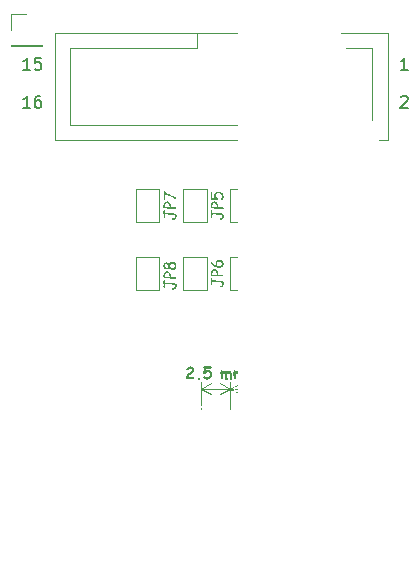
<source format=gto>
G04 #@! TF.GenerationSoftware,KiCad,Pcbnew,8.0.5*
G04 #@! TF.CreationDate,2024-12-03T22:20:25-06:00*
G04 #@! TF.ProjectId,project,70726f6a-6563-4742-9e6b-696361645f70,rev?*
G04 #@! TF.SameCoordinates,Original*
G04 #@! TF.FileFunction,Legend,Top*
G04 #@! TF.FilePolarity,Positive*
%FSLAX46Y46*%
G04 Gerber Fmt 4.6, Leading zero omitted, Abs format (unit mm)*
G04 Created by KiCad (PCBNEW 8.0.5) date 2024-12-03 22:20:25*
%MOMM*%
%LPD*%
G01*
G04 APERTURE LIST*
G04 Aperture macros list*
%AMRoundRect*
0 Rectangle with rounded corners*
0 $1 Rounding radius*
0 $2 $3 $4 $5 $6 $7 $8 $9 X,Y pos of 4 corners*
0 Add a 4 corners polygon primitive as box body*
4,1,4,$2,$3,$4,$5,$6,$7,$8,$9,$2,$3,0*
0 Add four circle primitives for the rounded corners*
1,1,$1+$1,$2,$3*
1,1,$1+$1,$4,$5*
1,1,$1+$1,$6,$7*
1,1,$1+$1,$8,$9*
0 Add four rect primitives between the rounded corners*
20,1,$1+$1,$2,$3,$4,$5,0*
20,1,$1+$1,$4,$5,$6,$7,0*
20,1,$1+$1,$6,$7,$8,$9,0*
20,1,$1+$1,$8,$9,$2,$3,0*%
%AMFreePoly0*
4,1,6,1.000000,0.000000,0.500000,-0.750000,-0.500000,-0.750000,-0.500000,0.750000,0.500000,0.750000,1.000000,0.000000,1.000000,0.000000,$1*%
%AMFreePoly1*
4,1,6,0.500000,-0.750000,-0.650000,-0.750000,-0.150000,0.000000,-0.650000,0.750000,0.500000,0.750000,0.500000,-0.750000,0.500000,-0.750000,$1*%
%AMFreePoly2*
4,1,70,1.014978,0.374947,1.208563,0.299952,1.385071,0.190662,1.538492,0.050801,1.663601,-0.114871,1.756138,-0.300710,1.812952,-0.500389,1.832107,-0.707107,1.812952,-0.913825,1.756138,-1.113504,1.663601,-1.299343,1.538492,-1.465015,1.385071,-1.604876,1.208563,-1.714166,1.014978,-1.789161,0.810909,-1.827308,0.603305,-1.827308,0.399236,-1.789161,0.205651,-1.714166,0.029143,-1.604876,
-0.124278,-1.465015,-0.249387,-1.299343,-0.341924,-1.113504,-0.398738,-0.913825,-0.417893,-0.707107,-0.172713,-0.707107,-0.153487,-0.890032,-0.096649,-1.064962,-0.004682,-1.224252,0.118393,-1.360941,0.267197,-1.469053,0.435228,-1.543866,0.615141,-1.582107,0.799073,-1.582107,0.978986,-1.543866,1.147017,-1.469053,1.295821,-1.360941,1.418896,-1.224252,1.510863,-1.064962,1.567701,-0.890032,
1.586927,-0.707107,1.567701,-0.524182,1.510863,-0.349252,1.418896,-0.189962,1.295821,-0.053273,1.147017,0.054839,0.978986,0.129652,0.799073,0.167893,0.615141,0.167893,0.435228,0.129652,0.267197,0.054839,0.118393,-0.053273,-0.004682,-0.189962,-0.096649,-0.349252,-0.153487,-0.524182,-0.172713,-0.707107,-0.417893,-0.707107,-0.398738,-0.500389,-0.341924,-0.300710,-0.249387,-0.114871,
-0.124278,0.050801,-0.075343,0.095409,-0.062500,0.108253,-0.060736,0.108725,0.029143,0.190662,0.205651,0.299952,0.399236,0.374947,0.603305,0.413094,0.810909,0.413094,1.014978,0.374947,1.014978,0.374947,$1*%
%AMFreePoly3*
4,1,70,-0.399236,0.374947,-0.205651,0.299952,-0.029143,0.190662,0.060736,0.108725,0.062500,0.108253,0.075343,0.095409,0.124278,0.050801,0.249387,-0.114871,0.341924,-0.300710,0.398738,-0.500389,0.417893,-0.707107,0.398738,-0.913825,0.341924,-1.113504,0.249387,-1.299343,0.124278,-1.465015,-0.029143,-1.604876,-0.205651,-1.714166,-0.399236,-1.789161,-0.603305,-1.827308,-0.810909,-1.827308,
-1.014978,-1.789161,-1.208563,-1.714166,-1.385071,-1.604876,-1.538492,-1.465015,-1.663601,-1.299343,-1.756138,-1.113504,-1.812952,-0.913825,-1.832107,-0.707107,-1.586927,-0.707107,-1.567701,-0.890032,-1.510863,-1.064962,-1.418896,-1.224252,-1.295821,-1.360941,-1.147017,-1.469053,-0.978986,-1.543866,-0.799073,-1.582107,-0.615141,-1.582107,-0.435228,-1.543866,-0.267197,-1.469053,-0.118393,-1.360941,
0.004682,-1.224252,0.096649,-1.064962,0.153487,-0.890032,0.172713,-0.707107,0.153487,-0.524182,0.096649,-0.349252,0.004682,-0.189962,-0.118393,-0.053273,-0.267197,0.054839,-0.435228,0.129652,-0.615141,0.167893,-0.799073,0.167893,-0.978986,0.129652,-1.147017,0.054839,-1.295821,-0.053273,-1.418896,-0.189962,-1.510863,-0.349252,-1.567701,-0.524182,-1.586927,-0.707107,-1.832107,-0.707107,
-1.812952,-0.500389,-1.756138,-0.300710,-1.663601,-0.114871,-1.538492,0.050801,-1.385071,0.190662,-1.208563,0.299952,-1.014978,0.374947,-0.810909,0.413094,-0.603305,0.413094,-0.399236,0.374947,-0.399236,0.374947,$1*%
G04 Aperture macros list end*
%ADD10C,0.150000*%
%ADD11C,0.250000*%
%ADD12C,0.120000*%
%ADD13C,0.100000*%
%ADD14R,1.700000X1.700000*%
%ADD15FreePoly0,270.000000*%
%ADD16FreePoly1,270.000000*%
%ADD17RoundRect,0.250000X-0.600000X0.600000X-0.600000X-0.600000X0.600000X-0.600000X0.600000X0.600000X0*%
%ADD18C,1.700000*%
%ADD19FreePoly2,0.000000*%
%ADD20FreePoly3,0.000000*%
%ADD21C,0.750000*%
%ADD22C,2.500000*%
G04 APERTURE END LIST*
D10*
G36*
X56952086Y-101942107D02*
G01*
X56930837Y-101939176D01*
X56880466Y-101928136D01*
X56830866Y-101919808D01*
X56782038Y-101914192D01*
X56727179Y-101911093D01*
X56706866Y-101910844D01*
X56655702Y-101912340D01*
X56604593Y-101916408D01*
X56584012Y-101918660D01*
X56532561Y-101925506D01*
X56482863Y-101933834D01*
X56440397Y-101942107D01*
X56445496Y-101992442D01*
X56446503Y-102019043D01*
X56445771Y-102075265D01*
X56443927Y-102132348D01*
X56441454Y-102187137D01*
X56438764Y-102236926D01*
X56435501Y-102290472D01*
X56434780Y-102301632D01*
X56735687Y-102269881D01*
X56788813Y-102263980D01*
X56837535Y-102259012D01*
X56886634Y-102255108D01*
X56898597Y-102254738D01*
X56945225Y-102270585D01*
X56949155Y-102274033D01*
X56969733Y-102319395D01*
X56969916Y-102325324D01*
X56954101Y-102374112D01*
X56906657Y-102395422D01*
X56743258Y-102411053D01*
X56425987Y-102442316D01*
X56423076Y-102493802D01*
X56421346Y-102531709D01*
X56419877Y-102582237D01*
X56419637Y-102610355D01*
X56420409Y-102661234D01*
X56423844Y-102715823D01*
X56433053Y-102766156D01*
X56441619Y-102783279D01*
X56491574Y-102799231D01*
X56543938Y-102801824D01*
X56549574Y-102801842D01*
X56598861Y-102801842D01*
X56651893Y-102801842D01*
X56677557Y-102801842D01*
X56726883Y-102801842D01*
X56778739Y-102801842D01*
X56806517Y-102801842D01*
X56846817Y-102794026D01*
X56886873Y-102786210D01*
X56936628Y-102800095D01*
X56959018Y-102845787D01*
X56959658Y-102858750D01*
X56945064Y-102905706D01*
X56901284Y-102929337D01*
X56846267Y-102936292D01*
X56790243Y-102939628D01*
X56741395Y-102941238D01*
X56685189Y-102942204D01*
X56634927Y-102942513D01*
X56621625Y-102942526D01*
X56570766Y-102941663D01*
X56513899Y-102938159D01*
X56464487Y-102931960D01*
X56415030Y-102920964D01*
X56365785Y-102900264D01*
X56348318Y-102887327D01*
X56319467Y-102847515D01*
X56300984Y-102796652D01*
X56290165Y-102741147D01*
X56284691Y-102686498D01*
X56282630Y-102637283D01*
X56282372Y-102610844D01*
X56282990Y-102559659D01*
X56284326Y-102516322D01*
X56286655Y-102466466D01*
X56289313Y-102416737D01*
X56289944Y-102405680D01*
X56282372Y-102372707D01*
X56295317Y-102331674D01*
X56299257Y-102273253D01*
X56302530Y-102219804D01*
X56305575Y-102162231D01*
X56307659Y-102111819D01*
X56308874Y-102062055D01*
X56308995Y-102043712D01*
X56305148Y-101993291D01*
X56302156Y-101970683D01*
X56296446Y-101921522D01*
X56295317Y-101897411D01*
X56304968Y-101848444D01*
X56344177Y-101819016D01*
X56363949Y-101817055D01*
X56410904Y-101831008D01*
X56413531Y-101832930D01*
X56464092Y-101814789D01*
X56512888Y-101799748D01*
X56564525Y-101786784D01*
X56569113Y-101785792D01*
X56618449Y-101776892D01*
X56669901Y-101771396D01*
X56706866Y-101770160D01*
X56757427Y-101771102D01*
X56813756Y-101774720D01*
X56865345Y-101781051D01*
X56919541Y-101791867D01*
X56967285Y-101806376D01*
X56973579Y-101808750D01*
X57011919Y-101839825D01*
X57019497Y-101872498D01*
X57001667Y-101919637D01*
X56957544Y-101941909D01*
X56952086Y-101942107D01*
G37*
G36*
X57996224Y-102019776D02*
G01*
X57945837Y-102018406D01*
X57894680Y-102015486D01*
X57839420Y-102011472D01*
X57785365Y-102007870D01*
X57734503Y-102005408D01*
X57682861Y-102004633D01*
X57634012Y-102004633D01*
X57635905Y-102058672D01*
X57638527Y-102108738D01*
X57642179Y-102166978D01*
X57646010Y-102221756D01*
X57650556Y-102282211D01*
X57652575Y-102307983D01*
X57656937Y-102366985D01*
X57660560Y-102421718D01*
X57663444Y-102472181D01*
X57665928Y-102527102D01*
X57667481Y-102583405D01*
X57667718Y-102611821D01*
X57670465Y-102661097D01*
X57672602Y-102683628D01*
X57676681Y-102732414D01*
X57677487Y-102756168D01*
X57672149Y-102806218D01*
X57662344Y-102835303D01*
X57629925Y-102873714D01*
X57602505Y-102880000D01*
X57555936Y-102863256D01*
X57553168Y-102860949D01*
X57531272Y-102815783D01*
X57531186Y-102812100D01*
X57534605Y-102781570D01*
X57538025Y-102751039D01*
X57536475Y-102699680D01*
X57533628Y-102651144D01*
X57530623Y-102599185D01*
X57529232Y-102550516D01*
X57528240Y-102497103D01*
X57525744Y-102442277D01*
X57522395Y-102389275D01*
X57517930Y-102330725D01*
X57513356Y-102277697D01*
X57508524Y-102220862D01*
X57504407Y-102169276D01*
X57500411Y-102114298D01*
X57497052Y-102059708D01*
X57494930Y-102009913D01*
X57494794Y-102004633D01*
X57432268Y-102005366D01*
X57378114Y-102004610D01*
X57328495Y-102002343D01*
X57276336Y-101997789D01*
X57224281Y-101990064D01*
X57195840Y-101983872D01*
X57152389Y-101957999D01*
X57140153Y-101917194D01*
X57156886Y-101869909D01*
X57157983Y-101868590D01*
X57203103Y-101846764D01*
X57210983Y-101846852D01*
X57261278Y-101851951D01*
X57310388Y-101857972D01*
X57320893Y-101859309D01*
X57372343Y-101864527D01*
X57423825Y-101867298D01*
X57432023Y-101867369D01*
X57483925Y-101866941D01*
X57536796Y-101866060D01*
X57557076Y-101865659D01*
X57609760Y-101864686D01*
X57658925Y-101864056D01*
X57682128Y-101863949D01*
X57733616Y-101865199D01*
X57784687Y-101867861D01*
X57839176Y-101871521D01*
X57888009Y-101874833D01*
X57940078Y-101877643D01*
X57989400Y-101879063D01*
X57996224Y-101879092D01*
X58043050Y-101896910D01*
X58045561Y-101899364D01*
X58065413Y-101944132D01*
X58065589Y-101949678D01*
X58047987Y-101996934D01*
X58045561Y-101999504D01*
X57999880Y-102019697D01*
X57996224Y-102019776D01*
G37*
G36*
X58277945Y-101833156D02*
G01*
X58324275Y-101854566D01*
X58341095Y-101862728D01*
X58388402Y-101885305D01*
X58435253Y-101907127D01*
X58463461Y-101919148D01*
X58511344Y-101936737D01*
X58557418Y-101956533D01*
X58601683Y-101978533D01*
X58644139Y-102002740D01*
X58694666Y-102036101D01*
X58742366Y-102072908D01*
X58787240Y-102113161D01*
X58795875Y-102121625D01*
X58833714Y-102162425D01*
X58866507Y-102204225D01*
X58894256Y-102247025D01*
X58916959Y-102290825D01*
X58938243Y-102346980D01*
X58951644Y-102404698D01*
X58957162Y-102463978D01*
X58957320Y-102476022D01*
X58954667Y-102526430D01*
X58946708Y-102575926D01*
X58933442Y-102624510D01*
X58914871Y-102672183D01*
X58901877Y-102699016D01*
X58875799Y-102743701D01*
X58845864Y-102784367D01*
X58812072Y-102821012D01*
X58774424Y-102853637D01*
X58751179Y-102870474D01*
X58707991Y-102894960D01*
X58658294Y-102914380D01*
X58602089Y-102928735D01*
X58550279Y-102936826D01*
X58493949Y-102941400D01*
X58445631Y-102942526D01*
X58395471Y-102939091D01*
X58346789Y-102930558D01*
X58330837Y-102926894D01*
X58281999Y-102913002D01*
X58236040Y-102893234D01*
X58214089Y-102879267D01*
X58207250Y-102879267D01*
X58160209Y-102861449D01*
X58157669Y-102858995D01*
X58137962Y-102812798D01*
X58137885Y-102809169D01*
X58138505Y-102757654D01*
X58138638Y-102752749D01*
X58277836Y-102752749D01*
X58292247Y-102761542D01*
X58337613Y-102784486D01*
X58385317Y-102797080D01*
X58439174Y-102801802D01*
X58444898Y-102801842D01*
X58500620Y-102800167D01*
X58550365Y-102795144D01*
X58600848Y-102785051D01*
X58648583Y-102767935D01*
X58673021Y-102754214D01*
X58711919Y-102723097D01*
X58745569Y-102685922D01*
X58773972Y-102642688D01*
X58779023Y-102633314D01*
X58799888Y-102585196D01*
X58813026Y-102535789D01*
X58818435Y-102485094D01*
X58818590Y-102474801D01*
X58813426Y-102416086D01*
X58797934Y-102360078D01*
X58772115Y-102306778D01*
X58744023Y-102266086D01*
X58709321Y-102227128D01*
X58668010Y-102189902D01*
X58620089Y-102154408D01*
X58607076Y-102145806D01*
X58560563Y-102118878D01*
X58510631Y-102093312D01*
X58459170Y-102068492D01*
X58411552Y-102046335D01*
X58358202Y-102022132D01*
X58299120Y-101995883D01*
X58283454Y-101989002D01*
X58286873Y-102185129D01*
X58288827Y-102380767D01*
X58277836Y-102752749D01*
X58138638Y-102752749D01*
X58139894Y-102706447D01*
X58141761Y-102654353D01*
X58143845Y-102604287D01*
X58144235Y-102595457D01*
X58146477Y-102544475D01*
X58148505Y-102491334D01*
X58150051Y-102438959D01*
X58150824Y-102386027D01*
X58150830Y-102381500D01*
X58150579Y-102330510D01*
X58149934Y-102274773D01*
X58149044Y-102217964D01*
X58148039Y-102163298D01*
X58147655Y-102143852D01*
X58146659Y-102087348D01*
X58145869Y-102036358D01*
X58145208Y-101983836D01*
X58144795Y-101933000D01*
X58144724Y-101906203D01*
X58163750Y-101859184D01*
X58173545Y-101847829D01*
X58214974Y-101819489D01*
X58231186Y-101817055D01*
X58277945Y-101833156D01*
G37*
G36*
X59476006Y-101820947D02*
G01*
X59527497Y-101832622D01*
X59578053Y-101852082D01*
X59627675Y-101879325D01*
X59655610Y-101898387D01*
X59699270Y-101935021D01*
X59733898Y-101974763D01*
X59759492Y-102017613D01*
X59776052Y-102063572D01*
X59783580Y-102112639D01*
X59784082Y-102129685D01*
X59780731Y-102182305D01*
X59770677Y-102231323D01*
X59749766Y-102285390D01*
X59719203Y-102334271D01*
X59686361Y-102371044D01*
X59646817Y-102404214D01*
X59695101Y-102426318D01*
X59741647Y-102452645D01*
X59783712Y-102483710D01*
X59800935Y-102499958D01*
X59832190Y-102540647D01*
X59849771Y-102587673D01*
X59852226Y-102614263D01*
X59843424Y-102664700D01*
X59820453Y-102709156D01*
X59788064Y-102747925D01*
X59762100Y-102771800D01*
X59722425Y-102802817D01*
X59677405Y-102830654D01*
X59630942Y-102851912D01*
X59580534Y-102869010D01*
X59525941Y-102883210D01*
X59467162Y-102894512D01*
X59417124Y-102901467D01*
X59364408Y-102906568D01*
X59309013Y-102909814D01*
X59250938Y-102911205D01*
X59236001Y-102911263D01*
X59189912Y-102893204D01*
X59179825Y-102883907D01*
X59154709Y-102840121D01*
X59153447Y-102827487D01*
X59153447Y-102632826D01*
X59289490Y-102632826D01*
X59289490Y-102770579D01*
X59344114Y-102767764D01*
X59395483Y-102763137D01*
X59452828Y-102755191D01*
X59505484Y-102744636D01*
X59553452Y-102731469D01*
X59582826Y-102721242D01*
X59626968Y-102700126D01*
X59669179Y-102670208D01*
X59674661Y-102665554D01*
X59709738Y-102630482D01*
X59716671Y-102613531D01*
X59685673Y-102573650D01*
X59639391Y-102548043D01*
X59628743Y-102543189D01*
X59579765Y-102522821D01*
X59531748Y-102506781D01*
X59500272Y-102498492D01*
X59427487Y-102487013D01*
X59400376Y-102488234D01*
X59372533Y-102489211D01*
X59321808Y-102486476D01*
X59293642Y-102482861D01*
X59291453Y-102533713D01*
X59289981Y-102585463D01*
X59289490Y-102632826D01*
X59153447Y-102632826D01*
X59153447Y-102630872D01*
X59154225Y-102577367D01*
X59156184Y-102522111D01*
X59158811Y-102468479D01*
X59161670Y-102419364D01*
X59165137Y-102366231D01*
X59165903Y-102355122D01*
X59166860Y-102341200D01*
X59303168Y-102341200D01*
X59355251Y-102345274D01*
X59404521Y-102348519D01*
X59407704Y-102348527D01*
X59457132Y-102341551D01*
X59507120Y-102326659D01*
X59551156Y-102304311D01*
X59577208Y-102285268D01*
X59611448Y-102248766D01*
X59636349Y-102201864D01*
X59646932Y-102153942D01*
X59648039Y-102130907D01*
X59636107Y-102080486D01*
X59607372Y-102040277D01*
X59575743Y-102012449D01*
X59534557Y-101986002D01*
X59487254Y-101966768D01*
X59438329Y-101958219D01*
X59423335Y-101957739D01*
X59373533Y-101958391D01*
X59324380Y-101961550D01*
X59318311Y-101962379D01*
X59316845Y-102080348D01*
X59303168Y-102341200D01*
X59166860Y-102341200D01*
X59169879Y-102297283D01*
X59173259Y-102244669D01*
X59176528Y-102188426D01*
X59179256Y-102132316D01*
X59180943Y-102080728D01*
X59181046Y-102075219D01*
X59181610Y-102025243D01*
X59183660Y-101973706D01*
X59186683Y-101919850D01*
X59188618Y-101890083D01*
X59210231Y-101846096D01*
X59211332Y-101845387D01*
X59259586Y-101832991D01*
X59311045Y-101824138D01*
X59365709Y-101818825D01*
X59416170Y-101817082D01*
X59423579Y-101817055D01*
X59476006Y-101820947D01*
G37*
G36*
X60258890Y-101830000D02*
G01*
X60309564Y-101838371D01*
X60360340Y-101851843D01*
X60409471Y-101871731D01*
X60417648Y-101875917D01*
X60467364Y-101904149D01*
X60512190Y-101933522D01*
X60552126Y-101964038D01*
X60597767Y-102006502D01*
X60634714Y-102050996D01*
X60662968Y-102097520D01*
X60682528Y-102146075D01*
X60693395Y-102196660D01*
X60695840Y-102235931D01*
X60689918Y-102286581D01*
X60672149Y-102334239D01*
X60642534Y-102378905D01*
X60606905Y-102415533D01*
X60601074Y-102420579D01*
X60560606Y-102450788D01*
X60515406Y-102477182D01*
X60465474Y-102499759D01*
X60417901Y-102516384D01*
X60410809Y-102518520D01*
X60462550Y-102547532D01*
X60510918Y-102576925D01*
X60555912Y-102606699D01*
X60597533Y-102636856D01*
X60635780Y-102667394D01*
X60678844Y-102706103D01*
X60716637Y-102745408D01*
X60730279Y-102761297D01*
X60748108Y-102808192D01*
X60730857Y-102854654D01*
X60727104Y-102858750D01*
X60681494Y-102879916D01*
X60678011Y-102880000D01*
X60632015Y-102860465D01*
X60629162Y-102857773D01*
X60586080Y-102816445D01*
X60542105Y-102777731D01*
X60497237Y-102741632D01*
X60451475Y-102708148D01*
X60404821Y-102677278D01*
X60357274Y-102649023D01*
X60308834Y-102623383D01*
X60259501Y-102600357D01*
X60209274Y-102579945D01*
X60158155Y-102562149D01*
X60123579Y-102551737D01*
X60129197Y-102687536D01*
X60132616Y-102824312D01*
X60116569Y-102871424D01*
X60113077Y-102875359D01*
X60067639Y-102895552D01*
X60063984Y-102895631D01*
X60017130Y-102877814D01*
X60014647Y-102875359D01*
X59995279Y-102830391D01*
X59995108Y-102824801D01*
X59994261Y-102771998D01*
X59992458Y-102719476D01*
X59990294Y-102670006D01*
X59989979Y-102663356D01*
X59987735Y-102612950D01*
X59985831Y-102559303D01*
X59984870Y-102508653D01*
X59984850Y-102501667D01*
X59986466Y-102450904D01*
X59989406Y-102409588D01*
X60126999Y-102409588D01*
X60156796Y-102410321D01*
X60187571Y-102411053D01*
X60240150Y-102409879D01*
X60297578Y-102405368D01*
X60348823Y-102397474D01*
X60400795Y-102383988D01*
X60449888Y-102362937D01*
X60491525Y-102334155D01*
X60521451Y-102305785D01*
X60550878Y-102265135D01*
X60557843Y-102238862D01*
X60549265Y-102184695D01*
X60527237Y-102138331D01*
X60496844Y-102099140D01*
X60456071Y-102061234D01*
X60449399Y-102055924D01*
X60405335Y-102025088D01*
X60360335Y-102000539D01*
X60314400Y-101982278D01*
X60260758Y-101969108D01*
X60240328Y-101966287D01*
X60138722Y-101957739D01*
X60145561Y-102043224D01*
X60149373Y-102093382D01*
X60150446Y-102128709D01*
X60148955Y-102179105D01*
X60145363Y-102228863D01*
X60141409Y-102269148D01*
X60126999Y-102409588D01*
X59989406Y-102409588D01*
X59990192Y-102398551D01*
X59995321Y-102343841D01*
X59998527Y-102313600D01*
X60003952Y-102261882D01*
X60008520Y-102210102D01*
X60011579Y-102161193D01*
X60012449Y-102126022D01*
X60010362Y-102076065D01*
X60006260Y-102026719D01*
X60005854Y-102022463D01*
X60001585Y-101972104D01*
X59999286Y-101923158D01*
X59999260Y-101918660D01*
X60009650Y-101869429D01*
X60021242Y-101850027D01*
X60061637Y-101820089D01*
X60093293Y-101817055D01*
X60258890Y-101830000D01*
G37*
G36*
X61293991Y-102696573D02*
G01*
X61312284Y-102649628D01*
X61313531Y-102648457D01*
X61359698Y-102629967D01*
X61363356Y-102629895D01*
X61409243Y-102650503D01*
X61422463Y-102666531D01*
X61453597Y-102706159D01*
X61484989Y-102733942D01*
X61531384Y-102754801D01*
X61584430Y-102766250D01*
X61634321Y-102770257D01*
X61654738Y-102770579D01*
X61707036Y-102767953D01*
X61757442Y-102760076D01*
X61805955Y-102746948D01*
X61852575Y-102728569D01*
X61898065Y-102702943D01*
X61936373Y-102668734D01*
X61962026Y-102623972D01*
X61969323Y-102578604D01*
X61957721Y-102528153D01*
X61927038Y-102489150D01*
X61883027Y-102459636D01*
X61871137Y-102453796D01*
X61821315Y-102434418D01*
X61771806Y-102422026D01*
X61717382Y-102414184D01*
X61665729Y-102411053D01*
X61613507Y-102406504D01*
X61565284Y-102397009D01*
X61515814Y-102380416D01*
X61480837Y-102363182D01*
X61438201Y-102331949D01*
X61404797Y-102289587D01*
X61386810Y-102239574D01*
X61383384Y-102201981D01*
X61390022Y-102148929D01*
X61409938Y-102097910D01*
X61437575Y-102055798D01*
X61474967Y-102015180D01*
X61513579Y-101982474D01*
X61522114Y-101976057D01*
X61563774Y-101948263D01*
X61614332Y-101921130D01*
X61665508Y-101900779D01*
X61717303Y-101887212D01*
X61769716Y-101880429D01*
X61796154Y-101879581D01*
X61848567Y-101883050D01*
X61900837Y-101892325D01*
X61946608Y-101904249D01*
X61995228Y-101921362D01*
X62039398Y-101948530D01*
X62057739Y-101986071D01*
X62044161Y-102033054D01*
X61995945Y-102051528D01*
X61945417Y-102045326D01*
X61899713Y-102035652D01*
X61849029Y-102025336D01*
X61798076Y-102020239D01*
X61793224Y-102020265D01*
X61741734Y-102023699D01*
X61688589Y-102034315D01*
X61640506Y-102052078D01*
X61611263Y-102067892D01*
X61570691Y-102099510D01*
X61541839Y-102142741D01*
X61534326Y-102183175D01*
X61559727Y-102226894D01*
X61606660Y-102248167D01*
X61635931Y-102255471D01*
X61686932Y-102262758D01*
X61738166Y-102267319D01*
X61782233Y-102270369D01*
X61838804Y-102277428D01*
X61890551Y-102289810D01*
X61937471Y-102307515D01*
X61986112Y-102334901D01*
X62028185Y-102369532D01*
X62063661Y-102411771D01*
X62089002Y-102458375D01*
X62104206Y-102509346D01*
X62109274Y-102564682D01*
X62105583Y-102614287D01*
X62091409Y-102669562D01*
X62066605Y-102720200D01*
X62031171Y-102766202D01*
X61993522Y-102800995D01*
X61958087Y-102826510D01*
X61907435Y-102855313D01*
X61853845Y-102878156D01*
X61806944Y-102892640D01*
X61758004Y-102902986D01*
X61707024Y-102909193D01*
X61654005Y-102911263D01*
X61599991Y-102908913D01*
X61548010Y-102901866D01*
X61498063Y-102890120D01*
X61450150Y-102873676D01*
X61423684Y-102862170D01*
X61380204Y-102837967D01*
X61340656Y-102805736D01*
X61310198Y-102763635D01*
X61295463Y-102715916D01*
X61293991Y-102696573D01*
G37*
G36*
X62398702Y-101989002D02*
G01*
X62350925Y-101975458D01*
X62341549Y-101968485D01*
X62317823Y-101924036D01*
X62317613Y-101918660D01*
X62337271Y-101873000D01*
X62341549Y-101869078D01*
X62386646Y-101849048D01*
X62398702Y-101848318D01*
X62446155Y-101862023D01*
X62455366Y-101869078D01*
X62478849Y-101913285D01*
X62479057Y-101918660D01*
X62459600Y-101964520D01*
X62455366Y-101968485D01*
X62408779Y-101988501D01*
X62398702Y-101989002D01*
G37*
G36*
X62429720Y-102559309D02*
G01*
X62430270Y-102611516D01*
X62431403Y-102664375D01*
X62431919Y-102684605D01*
X62433309Y-102737126D01*
X62434208Y-102786546D01*
X62434361Y-102810146D01*
X62419116Y-102856698D01*
X62415799Y-102860460D01*
X62370690Y-102879923D01*
X62366950Y-102880000D01*
X62321011Y-102862826D01*
X62318590Y-102860460D01*
X62299857Y-102813949D01*
X62299783Y-102810146D01*
X62299173Y-102757756D01*
X62297913Y-102704839D01*
X62297341Y-102684605D01*
X62295950Y-102632113D01*
X62295051Y-102582802D01*
X62294898Y-102559309D01*
X62295706Y-102510301D01*
X62297844Y-102459086D01*
X62300909Y-102407568D01*
X62301737Y-102395422D01*
X62305161Y-102342762D01*
X62307651Y-102290278D01*
X62308793Y-102239874D01*
X62308820Y-102231535D01*
X62324266Y-102184257D01*
X62327627Y-102180488D01*
X62374165Y-102160968D01*
X62375987Y-102160949D01*
X62421954Y-102178122D01*
X62424347Y-102180488D01*
X62443231Y-102225732D01*
X62443398Y-102231535D01*
X62442590Y-102280543D01*
X62440453Y-102331758D01*
X62437387Y-102383275D01*
X62436559Y-102395422D01*
X62433253Y-102448082D01*
X62430849Y-102500565D01*
X62429747Y-102550969D01*
X62429720Y-102559309D01*
G37*
G36*
X63186141Y-102911263D02*
G01*
X63137884Y-102894030D01*
X63119462Y-102850202D01*
X63100167Y-102707808D01*
X63094744Y-102656712D01*
X63091572Y-102607866D01*
X63090642Y-102565415D01*
X63092512Y-102514337D01*
X63093084Y-102503866D01*
X63095333Y-102454267D01*
X63095526Y-102442072D01*
X63092897Y-102387350D01*
X63081788Y-102336742D01*
X63047226Y-102302181D01*
X63040572Y-102301632D01*
X62988486Y-102312109D01*
X62942538Y-102339815D01*
X62906741Y-102374448D01*
X62893538Y-102390293D01*
X62863633Y-102433264D01*
X62837179Y-102481578D01*
X62816861Y-102528236D01*
X62799184Y-102578985D01*
X62794619Y-102594235D01*
X62790216Y-102645174D01*
X62788513Y-102659448D01*
X62784621Y-102708175D01*
X62784361Y-102723928D01*
X62787540Y-102774311D01*
X62788513Y-102784012D01*
X62792467Y-102834226D01*
X62792665Y-102843852D01*
X62775921Y-102890091D01*
X62773614Y-102892456D01*
X62727091Y-102911244D01*
X62725254Y-102911263D01*
X62678772Y-102894733D01*
X62676406Y-102892456D01*
X62658159Y-102847104D01*
X62658087Y-102843363D01*
X62654534Y-102792793D01*
X62653447Y-102783035D01*
X62649325Y-102733851D01*
X62649050Y-102722463D01*
X62650205Y-102668622D01*
X62652867Y-102615168D01*
X62656530Y-102560549D01*
X62658820Y-102530732D01*
X62662722Y-102479638D01*
X62666008Y-102427485D01*
X62668208Y-102376768D01*
X62668834Y-102338757D01*
X62667095Y-102287707D01*
X62666392Y-102275010D01*
X62664367Y-102224995D01*
X62664194Y-102211263D01*
X62682531Y-102165035D01*
X62683733Y-102163879D01*
X62730301Y-102145335D01*
X62732093Y-102145317D01*
X62778894Y-102165227D01*
X62799225Y-102214693D01*
X62801702Y-102235931D01*
X62803656Y-102317264D01*
X62839837Y-102272232D01*
X62876328Y-102234832D01*
X62920526Y-102200027D01*
X62965171Y-102176214D01*
X63017821Y-102162322D01*
X63040572Y-102160949D01*
X63091359Y-102166749D01*
X63138532Y-102187143D01*
X63175156Y-102222219D01*
X63193712Y-102253761D01*
X63210855Y-102303257D01*
X63220159Y-102354187D01*
X63224861Y-102407340D01*
X63225952Y-102436699D01*
X63225952Y-102503133D01*
X63225219Y-102564438D01*
X63227638Y-102614130D01*
X63233463Y-102664364D01*
X63239874Y-102705610D01*
X63247731Y-102756477D01*
X63253012Y-102805102D01*
X63254773Y-102846050D01*
X63236435Y-102892048D01*
X63235233Y-102893189D01*
X63189796Y-102911192D01*
X63186141Y-102911263D01*
G37*
G36*
X63795766Y-102164174D02*
G01*
X63845485Y-102175761D01*
X63850970Y-102177801D01*
X63895073Y-102203551D01*
X63916915Y-102228115D01*
X63964515Y-102242763D01*
X63988637Y-102287750D01*
X63990432Y-102311158D01*
X63987674Y-102360993D01*
X63980919Y-102413978D01*
X63976022Y-102444026D01*
X63968135Y-102493425D01*
X63960865Y-102544144D01*
X63957459Y-102575429D01*
X63941584Y-102810146D01*
X63939331Y-102860825D01*
X63934945Y-102915391D01*
X63928665Y-102965049D01*
X63919171Y-103015791D01*
X63913496Y-103038757D01*
X63898160Y-103085487D01*
X63876312Y-103131908D01*
X63846222Y-103175228D01*
X63814577Y-103205819D01*
X63768721Y-103234243D01*
X63721083Y-103252452D01*
X63666433Y-103264443D01*
X63614008Y-103269773D01*
X63576196Y-103270788D01*
X63527132Y-103269667D01*
X63478055Y-103265794D01*
X63426718Y-103257494D01*
X63422812Y-103256622D01*
X63373586Y-103237970D01*
X63340487Y-103199622D01*
X63336350Y-103174312D01*
X63349498Y-103126277D01*
X63396189Y-103107390D01*
X63445693Y-103113046D01*
X63478499Y-103119357D01*
X63527389Y-103127023D01*
X63576167Y-103130091D01*
X63606238Y-103130104D01*
X63660037Y-103123159D01*
X63706029Y-103104245D01*
X63744213Y-103073364D01*
X63774590Y-103030514D01*
X63788443Y-103000655D01*
X63802991Y-102952448D01*
X63812540Y-102900900D01*
X63818361Y-102849758D01*
X63822002Y-102792193D01*
X63823370Y-102739316D01*
X63798784Y-102784348D01*
X63768543Y-102825068D01*
X63734954Y-102856552D01*
X63691020Y-102881854D01*
X63642168Y-102894257D01*
X63617962Y-102895631D01*
X63565793Y-102891494D01*
X63518065Y-102879082D01*
X63468957Y-102854764D01*
X63425649Y-102819639D01*
X63415729Y-102809169D01*
X63385370Y-102768876D01*
X63362468Y-102723651D01*
X63347022Y-102673493D01*
X63339033Y-102618404D01*
X63337815Y-102584710D01*
X63338380Y-102572254D01*
X63470928Y-102572254D01*
X63474625Y-102624780D01*
X63487232Y-102672366D01*
X63508785Y-102709274D01*
X63549110Y-102740496D01*
X63599448Y-102753832D01*
X63622114Y-102754947D01*
X63673588Y-102744884D01*
X63719807Y-102717978D01*
X63756936Y-102683384D01*
X63788893Y-102642287D01*
X63812530Y-102597356D01*
X63824103Y-102552714D01*
X63833324Y-102502869D01*
X63841010Y-102452104D01*
X63847961Y-102399746D01*
X63854086Y-102348970D01*
X63855122Y-102339979D01*
X63810805Y-102315709D01*
X63797969Y-102311158D01*
X63748655Y-102301967D01*
X63736908Y-102301632D01*
X63682580Y-102305571D01*
X63633932Y-102317387D01*
X63585290Y-102340537D01*
X63544066Y-102373975D01*
X63534919Y-102383942D01*
X63503986Y-102428758D01*
X63484988Y-102473947D01*
X63473990Y-102524173D01*
X63470928Y-102572254D01*
X63338380Y-102572254D01*
X63340415Y-102527423D01*
X63348215Y-102473713D01*
X63361214Y-102423581D01*
X63379413Y-102377027D01*
X63402812Y-102334051D01*
X63437754Y-102287202D01*
X63444305Y-102279895D01*
X63480596Y-102245628D01*
X63520774Y-102217169D01*
X63564840Y-102194518D01*
X63612795Y-102177675D01*
X63664637Y-102166640D01*
X63720366Y-102161413D01*
X63743747Y-102160949D01*
X63795766Y-102164174D01*
G37*
G36*
X64308925Y-102330697D02*
G01*
X64298667Y-102678743D01*
X64297780Y-102732296D01*
X64295891Y-102785066D01*
X64293624Y-102834529D01*
X64293293Y-102841165D01*
X64277024Y-102889083D01*
X64233244Y-102910989D01*
X64225882Y-102911263D01*
X64177496Y-102895592D01*
X64158735Y-102848580D01*
X64158471Y-102839944D01*
X64159070Y-102785547D01*
X64160364Y-102733942D01*
X64162050Y-102683235D01*
X64164268Y-102626552D01*
X64166043Y-102585443D01*
X64168224Y-102534401D01*
X64170354Y-102478645D01*
X64171951Y-102428882D01*
X64173141Y-102378401D01*
X64173614Y-102330697D01*
X64173778Y-102280772D01*
X64174269Y-102227808D01*
X64175087Y-102171805D01*
X64176049Y-102121385D01*
X64177034Y-102077662D01*
X64178196Y-102025380D01*
X64179117Y-101975332D01*
X64179889Y-101919763D01*
X64180333Y-101867233D01*
X64180453Y-101824626D01*
X64193356Y-101776708D01*
X64239701Y-101754802D01*
X64247864Y-101754528D01*
X64296601Y-101769931D01*
X64315498Y-101816138D01*
X64315764Y-101824626D01*
X64315600Y-101874551D01*
X64315109Y-101927515D01*
X64314291Y-101983518D01*
X64313329Y-102033939D01*
X64312344Y-102077662D01*
X64311182Y-102129943D01*
X64310261Y-102179992D01*
X64309489Y-102235560D01*
X64309045Y-102288090D01*
X64308925Y-102330697D01*
G37*
G36*
X64874042Y-102163376D02*
G01*
X64923196Y-102170657D01*
X64972217Y-102184651D01*
X65005750Y-102199783D01*
X65048608Y-102230906D01*
X65079777Y-102275003D01*
X65093025Y-102323256D01*
X65094410Y-102347306D01*
X65083488Y-102397727D01*
X65054286Y-102440808D01*
X65016741Y-102473824D01*
X64972048Y-102498775D01*
X64927715Y-102519949D01*
X64878057Y-102542145D01*
X64871172Y-102545143D01*
X64608855Y-102660425D01*
X64643273Y-102700443D01*
X64683819Y-102731593D01*
X64704598Y-102742979D01*
X64754337Y-102760849D01*
X64805760Y-102769258D01*
X64838199Y-102770579D01*
X64889734Y-102766304D01*
X64937721Y-102756537D01*
X64949574Y-102753482D01*
X64998482Y-102736950D01*
X65040944Y-102711318D01*
X65053866Y-102696573D01*
X65090960Y-102663371D01*
X65104180Y-102661158D01*
X65146922Y-102680209D01*
X65165973Y-102724661D01*
X65153976Y-102772408D01*
X65122662Y-102811668D01*
X65078511Y-102843614D01*
X65043119Y-102862170D01*
X64997344Y-102881299D01*
X64945717Y-102897407D01*
X64894823Y-102907379D01*
X64844662Y-102911215D01*
X64838443Y-102911263D01*
X64782269Y-102908532D01*
X64730251Y-102900340D01*
X64682389Y-102886688D01*
X64631803Y-102863857D01*
X64586873Y-102833593D01*
X64551181Y-102798932D01*
X64518874Y-102752373D01*
X64499182Y-102707218D01*
X64486874Y-102657221D01*
X64481951Y-102602381D01*
X64481849Y-102592770D01*
X64483771Y-102543189D01*
X64597131Y-102543189D01*
X64807913Y-102450132D01*
X64858890Y-102426352D01*
X64903042Y-102403950D01*
X64949779Y-102377175D01*
X64985233Y-102352679D01*
X64943664Y-102325760D01*
X64892841Y-102308811D01*
X64839187Y-102302081D01*
X64819637Y-102301632D01*
X64770020Y-102307524D01*
X64721778Y-102327614D01*
X64683682Y-102358249D01*
X64680174Y-102361960D01*
X64648136Y-102405476D01*
X64624033Y-102454836D01*
X64606372Y-102506822D01*
X64597131Y-102543189D01*
X64483771Y-102543189D01*
X64483960Y-102538313D01*
X64490292Y-102486682D01*
X64500847Y-102437877D01*
X64519085Y-102383043D01*
X64543402Y-102332278D01*
X64568311Y-102293084D01*
X64599241Y-102255018D01*
X64640434Y-102217855D01*
X64686075Y-102189982D01*
X64736164Y-102171401D01*
X64790700Y-102162110D01*
X64819637Y-102160949D01*
X64874042Y-102163376D01*
G37*
G36*
X66060793Y-101820947D02*
G01*
X66112284Y-101832622D01*
X66162841Y-101852082D01*
X66212462Y-101879325D01*
X66240397Y-101898387D01*
X66284058Y-101935021D01*
X66318685Y-101974763D01*
X66344279Y-102017613D01*
X66360840Y-102063572D01*
X66368367Y-102112639D01*
X66368869Y-102129685D01*
X66365518Y-102182305D01*
X66355464Y-102231323D01*
X66334553Y-102285390D01*
X66303990Y-102334271D01*
X66271149Y-102371044D01*
X66231605Y-102404214D01*
X66279888Y-102426318D01*
X66326434Y-102452645D01*
X66368500Y-102483710D01*
X66385722Y-102499958D01*
X66416977Y-102540647D01*
X66434558Y-102587673D01*
X66437013Y-102614263D01*
X66428211Y-102664700D01*
X66405240Y-102709156D01*
X66372851Y-102747925D01*
X66346887Y-102771800D01*
X66307212Y-102802817D01*
X66262192Y-102830654D01*
X66215729Y-102851912D01*
X66165321Y-102869010D01*
X66110728Y-102883210D01*
X66051949Y-102894512D01*
X66001912Y-102901467D01*
X65949195Y-102906568D01*
X65893800Y-102909814D01*
X65835725Y-102911205D01*
X65820788Y-102911263D01*
X65774699Y-102893204D01*
X65764612Y-102883907D01*
X65739496Y-102840121D01*
X65738234Y-102827487D01*
X65738234Y-102632826D01*
X65874277Y-102632826D01*
X65874277Y-102770579D01*
X65928902Y-102767764D01*
X65980270Y-102763137D01*
X66037615Y-102755191D01*
X66090271Y-102744636D01*
X66138239Y-102731469D01*
X66167613Y-102721242D01*
X66211756Y-102700126D01*
X66253966Y-102670208D01*
X66259448Y-102665554D01*
X66294525Y-102630482D01*
X66301458Y-102613531D01*
X66270460Y-102573650D01*
X66224178Y-102548043D01*
X66213531Y-102543189D01*
X66164552Y-102522821D01*
X66116536Y-102506781D01*
X66085059Y-102498492D01*
X66012274Y-102487013D01*
X65985164Y-102488234D01*
X65957320Y-102489211D01*
X65906595Y-102486476D01*
X65878429Y-102482861D01*
X65876240Y-102533713D01*
X65874768Y-102585463D01*
X65874277Y-102632826D01*
X65738234Y-102632826D01*
X65738234Y-102630872D01*
X65739013Y-102577367D01*
X65740971Y-102522111D01*
X65743599Y-102468479D01*
X65746457Y-102419364D01*
X65749924Y-102366231D01*
X65750690Y-102355122D01*
X65751647Y-102341200D01*
X65887955Y-102341200D01*
X65940038Y-102345274D01*
X65989308Y-102348519D01*
X65992491Y-102348527D01*
X66041919Y-102341551D01*
X66091907Y-102326659D01*
X66135943Y-102304311D01*
X66161995Y-102285268D01*
X66196235Y-102248766D01*
X66221136Y-102201864D01*
X66231719Y-102153942D01*
X66232826Y-102130907D01*
X66220894Y-102080486D01*
X66192159Y-102040277D01*
X66160530Y-102012449D01*
X66119344Y-101986002D01*
X66072041Y-101966768D01*
X66023116Y-101958219D01*
X66008122Y-101957739D01*
X65958320Y-101958391D01*
X65909167Y-101961550D01*
X65903098Y-101962379D01*
X65901632Y-102080348D01*
X65887955Y-102341200D01*
X65751647Y-102341200D01*
X65754666Y-102297283D01*
X65758046Y-102244669D01*
X65761315Y-102188426D01*
X65764043Y-102132316D01*
X65765730Y-102080728D01*
X65765833Y-102075219D01*
X65766398Y-102025243D01*
X65768448Y-101973706D01*
X65771470Y-101919850D01*
X65773405Y-101890083D01*
X65795018Y-101846096D01*
X65796120Y-101845387D01*
X65844373Y-101832991D01*
X65895832Y-101824138D01*
X65950496Y-101818825D01*
X66000958Y-101817082D01*
X66008367Y-101817055D01*
X66060793Y-101820947D01*
G37*
G36*
X67119183Y-102358053D02*
G01*
X67108869Y-102406027D01*
X67072387Y-102439354D01*
X67050551Y-102442316D01*
X67004431Y-102423360D01*
X66991444Y-102375150D01*
X66989246Y-102327522D01*
X66987292Y-102270369D01*
X66935757Y-102279040D01*
X66884202Y-102294049D01*
X66839449Y-102314623D01*
X66813391Y-102331430D01*
X66773836Y-102367498D01*
X66742085Y-102409554D01*
X66716934Y-102454949D01*
X66711786Y-102466008D01*
X66713251Y-102841898D01*
X66700255Y-102889315D01*
X66653574Y-102910992D01*
X66645352Y-102911263D01*
X66598089Y-102891824D01*
X66584780Y-102842386D01*
X66584780Y-102364647D01*
X66585908Y-102313299D01*
X66586489Y-102297236D01*
X66587997Y-102247929D01*
X66588199Y-102229825D01*
X66601508Y-102180387D01*
X66648771Y-102160949D01*
X66694826Y-102181659D01*
X66713171Y-102226988D01*
X66716671Y-102269148D01*
X66758590Y-102233474D01*
X66801917Y-102203847D01*
X66846651Y-102180265D01*
X66892793Y-102162731D01*
X66940341Y-102151243D01*
X66989297Y-102145801D01*
X67009274Y-102145317D01*
X67057878Y-102155636D01*
X67092316Y-102186594D01*
X67112127Y-102234293D01*
X67119242Y-102285744D01*
X67119916Y-102310669D01*
X67119183Y-102358053D01*
G37*
G36*
X67634975Y-102166068D02*
G01*
X67686272Y-102179881D01*
X67718067Y-102191967D01*
X67763168Y-102214950D01*
X67800342Y-102249560D01*
X67811367Y-102285268D01*
X67797445Y-102318241D01*
X67789732Y-102367378D01*
X67786699Y-102404703D01*
X67784398Y-102454357D01*
X67783073Y-102508261D01*
X67782547Y-102558332D01*
X67783377Y-102608382D01*
X67787773Y-102659124D01*
X67794270Y-102693642D01*
X67809877Y-102742985D01*
X67828865Y-102793206D01*
X67837501Y-102815031D01*
X67853133Y-102851667D01*
X67857285Y-102863391D01*
X67837990Y-102908820D01*
X67793293Y-102926894D01*
X67752178Y-102898009D01*
X67745910Y-102891723D01*
X67713548Y-102853369D01*
X67699993Y-102833105D01*
X67656502Y-102857413D01*
X67609867Y-102880412D01*
X67583733Y-102891479D01*
X67535152Y-102906916D01*
X67499958Y-102911263D01*
X67442756Y-102908094D01*
X67391686Y-102898589D01*
X67339852Y-102879490D01*
X67296363Y-102851766D01*
X67265729Y-102821137D01*
X67238701Y-102779745D01*
X67218311Y-102729728D01*
X67206118Y-102679991D01*
X67198802Y-102623918D01*
X67196432Y-102572349D01*
X67196382Y-102564438D01*
X67331919Y-102564438D01*
X67335068Y-102618338D01*
X67345954Y-102668666D01*
X67369281Y-102715772D01*
X67371730Y-102719043D01*
X67410688Y-102752411D01*
X67458384Y-102768113D01*
X67491409Y-102770579D01*
X67541685Y-102766951D01*
X67591480Y-102753749D01*
X67603272Y-102748597D01*
X67646658Y-102720828D01*
X67672637Y-102700725D01*
X67666305Y-102650716D01*
X67660122Y-102596105D01*
X67655486Y-102547384D01*
X67652029Y-102497988D01*
X67650656Y-102451353D01*
X67653264Y-102402300D01*
X67654319Y-102392491D01*
X67662013Y-102342528D01*
X67665554Y-102324836D01*
X67622079Y-102307250D01*
X67593014Y-102301632D01*
X67541586Y-102306609D01*
X67493791Y-102321538D01*
X67449628Y-102346420D01*
X67409099Y-102381256D01*
X67375333Y-102422472D01*
X67351214Y-102466741D01*
X67336742Y-102514063D01*
X67331919Y-102564438D01*
X67196382Y-102564438D01*
X67196364Y-102561507D01*
X67199154Y-102510933D01*
X67207526Y-102462708D01*
X67224940Y-102407939D01*
X67250391Y-102356554D01*
X67283879Y-102308551D01*
X67310669Y-102278429D01*
X67347546Y-102244585D01*
X67394646Y-102211543D01*
X67444855Y-102186762D01*
X67498173Y-102170241D01*
X67554599Y-102161981D01*
X67583977Y-102160949D01*
X67634975Y-102166068D01*
G37*
G36*
X68104214Y-101989002D02*
G01*
X68056438Y-101975458D01*
X68047062Y-101968485D01*
X68023336Y-101924036D01*
X68023126Y-101918660D01*
X68042784Y-101873000D01*
X68047062Y-101869078D01*
X68092159Y-101849048D01*
X68104214Y-101848318D01*
X68151668Y-101862023D01*
X68160879Y-101869078D01*
X68184362Y-101913285D01*
X68184570Y-101918660D01*
X68165113Y-101964520D01*
X68160879Y-101968485D01*
X68114292Y-101988501D01*
X68104214Y-101989002D01*
G37*
G36*
X68135233Y-102559309D02*
G01*
X68135783Y-102611516D01*
X68136916Y-102664375D01*
X68137431Y-102684605D01*
X68138822Y-102737126D01*
X68139721Y-102786546D01*
X68139874Y-102810146D01*
X68124629Y-102856698D01*
X68121311Y-102860460D01*
X68076203Y-102879923D01*
X68072463Y-102880000D01*
X68026524Y-102862826D01*
X68024103Y-102860460D01*
X68005370Y-102813949D01*
X68005296Y-102810146D01*
X68004686Y-102757756D01*
X68003426Y-102704839D01*
X68002854Y-102684605D01*
X68001463Y-102632113D01*
X68000564Y-102582802D01*
X68000411Y-102559309D01*
X68001219Y-102510301D01*
X68003356Y-102459086D01*
X68006422Y-102407568D01*
X68007250Y-102395422D01*
X68010674Y-102342762D01*
X68013164Y-102290278D01*
X68014305Y-102239874D01*
X68014333Y-102231535D01*
X68029779Y-102184257D01*
X68033140Y-102180488D01*
X68079678Y-102160968D01*
X68081500Y-102160949D01*
X68127467Y-102178122D01*
X68129860Y-102180488D01*
X68148743Y-102225732D01*
X68148911Y-102231535D01*
X68148103Y-102280543D01*
X68145966Y-102331758D01*
X68142900Y-102383275D01*
X68142072Y-102395422D01*
X68138766Y-102448082D01*
X68136362Y-102500565D01*
X68135260Y-102550969D01*
X68135233Y-102559309D01*
G37*
G36*
X68539211Y-102330697D02*
G01*
X68528953Y-102678743D01*
X68528066Y-102732296D01*
X68526177Y-102785066D01*
X68523910Y-102834529D01*
X68523579Y-102841165D01*
X68507311Y-102889083D01*
X68463530Y-102910989D01*
X68456168Y-102911263D01*
X68407783Y-102895592D01*
X68389021Y-102848580D01*
X68388757Y-102839944D01*
X68389356Y-102785547D01*
X68390650Y-102733942D01*
X68392336Y-102683235D01*
X68394554Y-102626552D01*
X68396329Y-102585443D01*
X68398510Y-102534401D01*
X68400640Y-102478645D01*
X68402237Y-102428882D01*
X68403427Y-102378401D01*
X68403900Y-102330697D01*
X68404064Y-102280772D01*
X68404555Y-102227808D01*
X68405373Y-102171805D01*
X68406335Y-102121385D01*
X68407320Y-102077662D01*
X68408482Y-102025380D01*
X68409404Y-101975332D01*
X68410175Y-101919763D01*
X68410619Y-101867233D01*
X68410739Y-101824626D01*
X68423642Y-101776708D01*
X68469987Y-101754802D01*
X68478150Y-101754528D01*
X68526887Y-101769931D01*
X68545785Y-101816138D01*
X68546050Y-101824626D01*
X68545886Y-101874551D01*
X68545395Y-101927515D01*
X68544577Y-101983518D01*
X68543615Y-102033939D01*
X68542630Y-102077662D01*
X68541468Y-102129943D01*
X68540547Y-102179992D01*
X68539775Y-102235560D01*
X68539331Y-102288090D01*
X68539211Y-102330697D01*
G37*
G36*
X68922184Y-102330697D02*
G01*
X68911926Y-102678743D01*
X68911039Y-102732296D01*
X68909150Y-102785066D01*
X68906883Y-102834529D01*
X68906552Y-102841165D01*
X68890283Y-102889083D01*
X68846503Y-102910989D01*
X68839141Y-102911263D01*
X68790755Y-102895592D01*
X68771993Y-102848580D01*
X68771730Y-102839944D01*
X68772329Y-102785547D01*
X68773623Y-102733942D01*
X68775309Y-102683235D01*
X68777527Y-102626552D01*
X68779302Y-102585443D01*
X68781483Y-102534401D01*
X68783612Y-102478645D01*
X68785210Y-102428882D01*
X68786400Y-102378401D01*
X68786873Y-102330697D01*
X68787037Y-102280772D01*
X68787528Y-102227808D01*
X68788346Y-102171805D01*
X68789308Y-102121385D01*
X68790293Y-102077662D01*
X68791455Y-102025380D01*
X68792376Y-101975332D01*
X68793148Y-101919763D01*
X68793592Y-101867233D01*
X68793712Y-101824626D01*
X68806615Y-101776708D01*
X68852960Y-101754802D01*
X68861123Y-101754528D01*
X68909860Y-101769931D01*
X68928757Y-101816138D01*
X68929023Y-101824626D01*
X68928859Y-101874551D01*
X68928368Y-101927515D01*
X68927550Y-101983518D01*
X68926588Y-102033939D01*
X68925603Y-102077662D01*
X68924441Y-102129943D01*
X68923519Y-102179992D01*
X68922748Y-102235560D01*
X68922304Y-102288090D01*
X68922184Y-102330697D01*
G37*
G36*
X69487301Y-102163376D02*
G01*
X69536455Y-102170657D01*
X69585476Y-102184651D01*
X69619009Y-102199783D01*
X69661867Y-102230906D01*
X69693036Y-102275003D01*
X69706283Y-102323256D01*
X69707669Y-102347306D01*
X69696747Y-102397727D01*
X69667545Y-102440808D01*
X69630000Y-102473824D01*
X69585307Y-102498775D01*
X69540974Y-102519949D01*
X69491316Y-102542145D01*
X69484431Y-102545143D01*
X69222114Y-102660425D01*
X69256532Y-102700443D01*
X69297077Y-102731593D01*
X69317857Y-102742979D01*
X69367596Y-102760849D01*
X69419019Y-102769258D01*
X69451458Y-102770579D01*
X69502993Y-102766304D01*
X69550980Y-102756537D01*
X69562833Y-102753482D01*
X69611741Y-102736950D01*
X69654203Y-102711318D01*
X69667124Y-102696573D01*
X69704219Y-102663371D01*
X69717438Y-102661158D01*
X69760181Y-102680209D01*
X69779232Y-102724661D01*
X69767234Y-102772408D01*
X69735921Y-102811668D01*
X69691770Y-102843614D01*
X69656378Y-102862170D01*
X69610603Y-102881299D01*
X69558976Y-102897407D01*
X69508082Y-102907379D01*
X69457921Y-102911215D01*
X69451702Y-102911263D01*
X69395528Y-102908532D01*
X69343510Y-102900340D01*
X69295648Y-102886688D01*
X69245062Y-102863857D01*
X69200132Y-102833593D01*
X69164440Y-102798932D01*
X69132133Y-102752373D01*
X69112441Y-102707218D01*
X69100133Y-102657221D01*
X69095210Y-102602381D01*
X69095108Y-102592770D01*
X69097030Y-102543189D01*
X69210390Y-102543189D01*
X69421172Y-102450132D01*
X69472149Y-102426352D01*
X69516301Y-102403950D01*
X69563038Y-102377175D01*
X69598492Y-102352679D01*
X69556923Y-102325760D01*
X69506100Y-102308811D01*
X69452446Y-102302081D01*
X69432896Y-102301632D01*
X69383279Y-102307524D01*
X69335037Y-102327614D01*
X69296941Y-102358249D01*
X69293433Y-102361960D01*
X69261395Y-102405476D01*
X69237292Y-102454836D01*
X69219631Y-102506822D01*
X69210390Y-102543189D01*
X69097030Y-102543189D01*
X69097219Y-102538313D01*
X69103551Y-102486682D01*
X69114106Y-102437877D01*
X69132344Y-102383043D01*
X69156661Y-102332278D01*
X69181570Y-102293084D01*
X69212500Y-102255018D01*
X69253693Y-102217855D01*
X69299334Y-102189982D01*
X69349422Y-102171401D01*
X69403959Y-102162110D01*
X69432896Y-102160949D01*
X69487301Y-102163376D01*
G37*
G36*
X70486180Y-101833156D02*
G01*
X70532510Y-101854566D01*
X70549330Y-101862728D01*
X70596636Y-101885305D01*
X70643488Y-101907127D01*
X70671695Y-101919148D01*
X70719578Y-101936737D01*
X70765652Y-101956533D01*
X70809918Y-101978533D01*
X70852374Y-102002740D01*
X70902900Y-102036101D01*
X70950601Y-102072908D01*
X70995474Y-102113161D01*
X71004110Y-102121625D01*
X71041948Y-102162425D01*
X71074742Y-102204225D01*
X71102490Y-102247025D01*
X71125193Y-102290825D01*
X71146477Y-102346980D01*
X71159879Y-102404698D01*
X71165397Y-102463978D01*
X71165554Y-102476022D01*
X71162901Y-102526430D01*
X71154942Y-102575926D01*
X71141677Y-102624510D01*
X71123106Y-102672183D01*
X71110111Y-102699016D01*
X71084033Y-102743701D01*
X71054098Y-102784367D01*
X71020307Y-102821012D01*
X70982658Y-102853637D01*
X70959413Y-102870474D01*
X70916225Y-102894960D01*
X70866529Y-102914380D01*
X70810323Y-102928735D01*
X70758513Y-102936826D01*
X70702184Y-102941400D01*
X70653866Y-102942526D01*
X70603705Y-102939091D01*
X70555024Y-102930558D01*
X70539071Y-102926894D01*
X70490234Y-102913002D01*
X70444275Y-102893234D01*
X70422323Y-102879267D01*
X70415485Y-102879267D01*
X70368444Y-102861449D01*
X70365903Y-102858995D01*
X70346197Y-102812798D01*
X70346120Y-102809169D01*
X70346740Y-102757654D01*
X70346873Y-102752749D01*
X70486071Y-102752749D01*
X70500481Y-102761542D01*
X70545847Y-102784486D01*
X70593551Y-102797080D01*
X70647409Y-102801802D01*
X70653133Y-102801842D01*
X70708855Y-102800167D01*
X70758600Y-102795144D01*
X70809083Y-102785051D01*
X70856817Y-102767935D01*
X70881256Y-102754214D01*
X70920153Y-102723097D01*
X70953803Y-102685922D01*
X70982206Y-102642688D01*
X70987257Y-102633314D01*
X71008123Y-102585196D01*
X71021260Y-102535789D01*
X71026670Y-102485094D01*
X71026824Y-102474801D01*
X71021660Y-102416086D01*
X71006169Y-102360078D01*
X70980349Y-102306778D01*
X70952257Y-102266086D01*
X70917556Y-102227128D01*
X70876244Y-102189902D01*
X70828323Y-102154408D01*
X70815310Y-102145806D01*
X70768797Y-102118878D01*
X70718866Y-102093312D01*
X70667404Y-102068492D01*
X70619786Y-102046335D01*
X70566436Y-102022132D01*
X70507354Y-101995883D01*
X70491688Y-101989002D01*
X70495108Y-102185129D01*
X70497062Y-102380767D01*
X70486071Y-102752749D01*
X70346873Y-102752749D01*
X70348129Y-102706447D01*
X70349995Y-102654353D01*
X70352079Y-102604287D01*
X70352470Y-102595457D01*
X70354711Y-102544475D01*
X70356740Y-102491334D01*
X70358285Y-102438959D01*
X70359058Y-102386027D01*
X70359064Y-102381500D01*
X70358813Y-102330510D01*
X70358168Y-102274773D01*
X70357278Y-102217964D01*
X70356274Y-102163298D01*
X70355889Y-102143852D01*
X70354893Y-102087348D01*
X70354103Y-102036358D01*
X70353442Y-101983836D01*
X70353030Y-101933000D01*
X70352958Y-101906203D01*
X70371985Y-101859184D01*
X70381779Y-101847829D01*
X70423209Y-101819489D01*
X70439420Y-101817055D01*
X70486180Y-101833156D01*
G37*
G36*
X71457180Y-101989002D02*
G01*
X71409404Y-101975458D01*
X71400027Y-101968485D01*
X71376302Y-101924036D01*
X71376092Y-101918660D01*
X71395750Y-101873000D01*
X71400027Y-101869078D01*
X71445125Y-101849048D01*
X71457180Y-101848318D01*
X71504634Y-101862023D01*
X71513845Y-101869078D01*
X71537328Y-101913285D01*
X71537536Y-101918660D01*
X71518079Y-101964520D01*
X71513845Y-101968485D01*
X71467258Y-101988501D01*
X71457180Y-101989002D01*
G37*
G36*
X71488199Y-102559309D02*
G01*
X71488749Y-102611516D01*
X71489882Y-102664375D01*
X71490397Y-102684605D01*
X71491788Y-102737126D01*
X71492687Y-102786546D01*
X71492840Y-102810146D01*
X71477595Y-102856698D01*
X71474277Y-102860460D01*
X71429169Y-102879923D01*
X71425429Y-102880000D01*
X71379490Y-102862826D01*
X71377069Y-102860460D01*
X71358335Y-102813949D01*
X71358262Y-102810146D01*
X71357651Y-102757756D01*
X71356392Y-102704839D01*
X71355819Y-102684605D01*
X71354429Y-102632113D01*
X71353530Y-102582802D01*
X71353377Y-102559309D01*
X71354185Y-102510301D01*
X71356322Y-102459086D01*
X71359388Y-102407568D01*
X71360216Y-102395422D01*
X71363640Y-102342762D01*
X71366130Y-102290278D01*
X71367271Y-102239874D01*
X71367299Y-102231535D01*
X71382745Y-102184257D01*
X71386106Y-102180488D01*
X71432644Y-102160968D01*
X71434466Y-102160949D01*
X71480433Y-102178122D01*
X71482826Y-102180488D01*
X71501709Y-102225732D01*
X71501877Y-102231535D01*
X71501069Y-102280543D01*
X71498931Y-102331758D01*
X71495866Y-102383275D01*
X71495038Y-102395422D01*
X71491732Y-102448082D01*
X71489328Y-102500565D01*
X71488226Y-102550969D01*
X71488199Y-102559309D01*
G37*
G36*
X72121516Y-102164174D02*
G01*
X72171235Y-102175761D01*
X72176720Y-102177801D01*
X72220824Y-102203551D01*
X72242665Y-102228115D01*
X72290265Y-102242763D01*
X72314388Y-102287750D01*
X72316182Y-102311158D01*
X72313424Y-102360993D01*
X72306669Y-102413978D01*
X72301772Y-102444026D01*
X72293885Y-102493425D01*
X72286615Y-102544144D01*
X72283210Y-102575429D01*
X72267334Y-102810146D01*
X72265081Y-102860825D01*
X72260695Y-102915391D01*
X72254416Y-102965049D01*
X72244921Y-103015791D01*
X72239246Y-103038757D01*
X72223910Y-103085487D01*
X72202062Y-103131908D01*
X72171972Y-103175228D01*
X72140328Y-103205819D01*
X72094471Y-103234243D01*
X72046833Y-103252452D01*
X71992183Y-103264443D01*
X71939758Y-103269773D01*
X71901947Y-103270788D01*
X71852882Y-103269667D01*
X71803805Y-103265794D01*
X71752468Y-103257494D01*
X71748562Y-103256622D01*
X71699336Y-103237970D01*
X71666237Y-103199622D01*
X71662100Y-103174312D01*
X71675248Y-103126277D01*
X71721940Y-103107390D01*
X71771444Y-103113046D01*
X71804249Y-103119357D01*
X71853139Y-103127023D01*
X71901917Y-103130091D01*
X71931988Y-103130104D01*
X71985787Y-103123159D01*
X72031779Y-103104245D01*
X72069963Y-103073364D01*
X72100340Y-103030514D01*
X72114194Y-103000655D01*
X72128741Y-102952448D01*
X72138290Y-102900900D01*
X72144112Y-102849758D01*
X72147752Y-102792193D01*
X72149120Y-102739316D01*
X72124534Y-102784348D01*
X72094293Y-102825068D01*
X72060704Y-102856552D01*
X72016770Y-102881854D01*
X71967918Y-102894257D01*
X71943712Y-102895631D01*
X71891543Y-102891494D01*
X71843815Y-102879082D01*
X71794707Y-102854764D01*
X71751399Y-102819639D01*
X71741479Y-102809169D01*
X71711120Y-102768876D01*
X71688218Y-102723651D01*
X71672772Y-102673493D01*
X71664783Y-102618404D01*
X71663565Y-102584710D01*
X71664130Y-102572254D01*
X71796678Y-102572254D01*
X71800375Y-102624780D01*
X71812982Y-102672366D01*
X71834535Y-102709274D01*
X71874860Y-102740496D01*
X71925198Y-102753832D01*
X71947864Y-102754947D01*
X71999338Y-102744884D01*
X72045557Y-102717978D01*
X72082686Y-102683384D01*
X72114643Y-102642287D01*
X72138280Y-102597356D01*
X72149853Y-102552714D01*
X72159074Y-102502869D01*
X72166760Y-102452104D01*
X72173711Y-102399746D01*
X72179836Y-102348970D01*
X72180872Y-102339979D01*
X72136555Y-102315709D01*
X72123719Y-102311158D01*
X72074405Y-102301967D01*
X72062658Y-102301632D01*
X72008330Y-102305571D01*
X71959682Y-102317387D01*
X71911040Y-102340537D01*
X71869816Y-102373975D01*
X71860669Y-102383942D01*
X71829736Y-102428758D01*
X71810738Y-102473947D01*
X71799740Y-102524173D01*
X71796678Y-102572254D01*
X71664130Y-102572254D01*
X71666165Y-102527423D01*
X71673965Y-102473713D01*
X71686964Y-102423581D01*
X71705163Y-102377027D01*
X71728562Y-102334051D01*
X71763504Y-102287202D01*
X71770055Y-102279895D01*
X71806346Y-102245628D01*
X71846524Y-102217169D01*
X71890591Y-102194518D01*
X71938545Y-102177675D01*
X71990387Y-102166640D01*
X72046117Y-102161413D01*
X72069497Y-102160949D01*
X72121516Y-102164174D01*
G37*
G36*
X72591444Y-101989002D02*
G01*
X72543668Y-101975458D01*
X72534291Y-101968485D01*
X72510566Y-101924036D01*
X72510355Y-101918660D01*
X72530014Y-101873000D01*
X72534291Y-101869078D01*
X72579388Y-101849048D01*
X72591444Y-101848318D01*
X72638898Y-101862023D01*
X72648108Y-101869078D01*
X72671592Y-101913285D01*
X72671800Y-101918660D01*
X72652342Y-101964520D01*
X72648108Y-101968485D01*
X72601521Y-101988501D01*
X72591444Y-101989002D01*
G37*
G36*
X72622463Y-102559309D02*
G01*
X72623012Y-102611516D01*
X72624146Y-102664375D01*
X72624661Y-102684605D01*
X72626052Y-102737126D01*
X72626951Y-102786546D01*
X72627104Y-102810146D01*
X72611858Y-102856698D01*
X72608541Y-102860460D01*
X72563432Y-102879923D01*
X72559692Y-102880000D01*
X72513754Y-102862826D01*
X72511332Y-102860460D01*
X72492599Y-102813949D01*
X72492526Y-102810146D01*
X72491915Y-102757756D01*
X72490656Y-102704839D01*
X72490083Y-102684605D01*
X72488693Y-102632113D01*
X72487794Y-102582802D01*
X72487641Y-102559309D01*
X72488449Y-102510301D01*
X72490586Y-102459086D01*
X72493652Y-102407568D01*
X72494480Y-102395422D01*
X72497904Y-102342762D01*
X72500394Y-102290278D01*
X72501535Y-102239874D01*
X72501563Y-102231535D01*
X72517008Y-102184257D01*
X72520369Y-102180488D01*
X72566908Y-102160968D01*
X72568729Y-102160949D01*
X72614697Y-102178122D01*
X72617090Y-102180488D01*
X72635973Y-102225732D01*
X72636141Y-102231535D01*
X72635332Y-102280543D01*
X72633195Y-102331758D01*
X72630130Y-102383275D01*
X72629302Y-102395422D01*
X72625996Y-102448082D01*
X72623592Y-102500565D01*
X72622490Y-102550969D01*
X72622463Y-102559309D01*
G37*
G36*
X73311716Y-102293817D02*
G01*
X73277522Y-102292595D01*
X73243572Y-102291130D01*
X73192757Y-102296094D01*
X73150272Y-102301632D01*
X73163217Y-102699748D01*
X73163949Y-102729302D01*
X73164682Y-102763740D01*
X73162968Y-102813875D01*
X73152213Y-102864585D01*
X73121623Y-102904203D01*
X73092630Y-102911263D01*
X73046033Y-102894759D01*
X73044759Y-102893677D01*
X73024487Y-102849713D01*
X73025496Y-102799599D01*
X73026441Y-102772777D01*
X73028218Y-102723189D01*
X73028639Y-102695840D01*
X73014961Y-102301632D01*
X72965613Y-102298597D01*
X72915858Y-102294561D01*
X72862309Y-102289665D01*
X72816514Y-102268232D01*
X72801249Y-102220544D01*
X72816494Y-102173349D01*
X72819811Y-102169497D01*
X72865403Y-102149245D01*
X72867194Y-102149225D01*
X73011298Y-102160949D01*
X73010057Y-102110249D01*
X73008122Y-102071311D01*
X73005835Y-102020448D01*
X73005191Y-101990223D01*
X73024975Y-101944549D01*
X73072031Y-101926493D01*
X73073824Y-101926475D01*
X73120607Y-101947727D01*
X73141650Y-101995332D01*
X73146120Y-102023196D01*
X73148043Y-102073418D01*
X73148074Y-102081814D01*
X73146852Y-102120160D01*
X73146120Y-102160949D01*
X73196093Y-102154691D01*
X73243572Y-102149958D01*
X73293535Y-102151086D01*
X73337117Y-102156796D01*
X73373948Y-102191478D01*
X73378883Y-102222742D01*
X73363237Y-102269937D01*
X73359832Y-102273789D01*
X73313538Y-102293797D01*
X73311716Y-102293817D01*
G37*
G36*
X74731256Y-101926964D02*
G01*
X74703885Y-101970643D01*
X74680209Y-102015708D01*
X74661891Y-102057878D01*
X74609623Y-102211018D01*
X74424731Y-102719043D01*
X74405726Y-102768999D01*
X74384983Y-102818297D01*
X74362501Y-102866938D01*
X74349260Y-102893677D01*
X74301769Y-102910644D01*
X74287466Y-102911263D01*
X74238084Y-102901371D01*
X74213461Y-102880000D01*
X74192406Y-102824030D01*
X74170764Y-102762244D01*
X74154147Y-102712088D01*
X74137199Y-102658660D01*
X74119920Y-102601961D01*
X74102311Y-102541990D01*
X74084372Y-102478748D01*
X74066101Y-102412234D01*
X74047500Y-102342449D01*
X74034916Y-102294108D01*
X74028569Y-102269392D01*
X73974347Y-102077418D01*
X73960568Y-102026542D01*
X73948096Y-101976107D01*
X73937762Y-101925379D01*
X73933803Y-101887641D01*
X73950633Y-101841105D01*
X73955785Y-101835861D01*
X74002138Y-101817073D01*
X74003900Y-101817055D01*
X74050758Y-101835138D01*
X74071067Y-101874207D01*
X74096468Y-101995596D01*
X74162414Y-102233000D01*
X74174749Y-102281050D01*
X74191102Y-102343152D01*
X74207348Y-102403011D01*
X74223487Y-102460625D01*
X74239519Y-102515996D01*
X74255444Y-102569123D01*
X74271263Y-102620005D01*
X74286975Y-102668644D01*
X74290886Y-102680453D01*
X74295038Y-102669218D01*
X74479197Y-102162414D01*
X74537571Y-101991444D01*
X74557416Y-101945557D01*
X74580471Y-101901014D01*
X74609699Y-101856752D01*
X74620614Y-101843433D01*
X74662846Y-101817982D01*
X74674103Y-101817055D01*
X74720485Y-101835087D01*
X74723196Y-101837571D01*
X74744742Y-101881577D01*
X74744933Y-101886908D01*
X74731256Y-101926964D01*
G37*
G36*
X75227313Y-102880000D02*
G01*
X75090537Y-102880000D01*
X74954494Y-102879267D01*
X74905607Y-102876595D01*
X74887083Y-102872428D01*
X74854339Y-102834509D01*
X74852156Y-102814298D01*
X74867337Y-102767415D01*
X74912881Y-102742170D01*
X74960111Y-102737362D01*
X74993084Y-102738094D01*
X75021172Y-102739316D01*
X75018882Y-102687395D01*
X75015310Y-102644794D01*
X75011303Y-102595900D01*
X75009448Y-102550760D01*
X75010704Y-102496250D01*
X75013417Y-102444209D01*
X75016952Y-102392887D01*
X75021603Y-102335365D01*
X75025324Y-102293572D01*
X75029669Y-102242524D01*
X75033859Y-102186538D01*
X75036933Y-102136307D01*
X75039108Y-102084974D01*
X75039734Y-102035896D01*
X74997862Y-102070090D01*
X74957242Y-102099094D01*
X74922254Y-102114054D01*
X74875900Y-102094341D01*
X74874626Y-102093049D01*
X74854433Y-102048084D01*
X74854354Y-102044689D01*
X74877443Y-101998035D01*
X74913461Y-101964822D01*
X74955027Y-101932779D01*
X74994105Y-101900277D01*
X75018485Y-101879337D01*
X75055794Y-101846493D01*
X75099117Y-101823137D01*
X75134012Y-101817055D01*
X75176298Y-101843804D01*
X75179930Y-101868834D01*
X75175778Y-101914996D01*
X75171625Y-101961158D01*
X75173238Y-102012432D01*
X75174068Y-102028569D01*
X75176222Y-102077771D01*
X75176510Y-102095736D01*
X75175197Y-102144845D01*
X75171823Y-102198521D01*
X75167168Y-102253227D01*
X75161913Y-102305866D01*
X75159902Y-102324591D01*
X75154341Y-102378982D01*
X75149930Y-102428032D01*
X75146238Y-102478506D01*
X75143793Y-102532721D01*
X75143538Y-102552958D01*
X75145238Y-102602057D01*
X75148911Y-102647725D01*
X75153307Y-102698588D01*
X75155261Y-102739316D01*
X75227313Y-102738094D01*
X75273755Y-102757119D01*
X75274940Y-102758367D01*
X75293917Y-102805178D01*
X75293991Y-102808925D01*
X75278345Y-102856120D01*
X75274940Y-102859972D01*
X75229104Y-102879980D01*
X75227313Y-102880000D01*
G37*
X50089523Y-60809875D02*
X49518095Y-60809875D01*
X49803809Y-60809875D02*
X49803809Y-59809875D01*
X49803809Y-59809875D02*
X49708571Y-59952732D01*
X49708571Y-59952732D02*
X49613333Y-60047970D01*
X49613333Y-60047970D02*
X49518095Y-60095589D01*
X50994285Y-59809875D02*
X50518095Y-59809875D01*
X50518095Y-59809875D02*
X50470476Y-60286065D01*
X50470476Y-60286065D02*
X50518095Y-60238446D01*
X50518095Y-60238446D02*
X50613333Y-60190827D01*
X50613333Y-60190827D02*
X50851428Y-60190827D01*
X50851428Y-60190827D02*
X50946666Y-60238446D01*
X50946666Y-60238446D02*
X50994285Y-60286065D01*
X50994285Y-60286065D02*
X51041904Y-60381303D01*
X51041904Y-60381303D02*
X51041904Y-60619398D01*
X51041904Y-60619398D02*
X50994285Y-60714636D01*
X50994285Y-60714636D02*
X50946666Y-60762256D01*
X50946666Y-60762256D02*
X50851428Y-60809875D01*
X50851428Y-60809875D02*
X50613333Y-60809875D01*
X50613333Y-60809875D02*
X50518095Y-60762256D01*
X50518095Y-60762256D02*
X50470476Y-60714636D01*
X50089523Y-64029763D02*
X49518095Y-64029763D01*
X49803809Y-64029763D02*
X49803809Y-63029763D01*
X49803809Y-63029763D02*
X49708571Y-63172620D01*
X49708571Y-63172620D02*
X49613333Y-63267858D01*
X49613333Y-63267858D02*
X49518095Y-63315477D01*
X50946666Y-63029763D02*
X50756190Y-63029763D01*
X50756190Y-63029763D02*
X50660952Y-63077382D01*
X50660952Y-63077382D02*
X50613333Y-63125001D01*
X50613333Y-63125001D02*
X50518095Y-63267858D01*
X50518095Y-63267858D02*
X50470476Y-63458334D01*
X50470476Y-63458334D02*
X50470476Y-63839286D01*
X50470476Y-63839286D02*
X50518095Y-63934524D01*
X50518095Y-63934524D02*
X50565714Y-63982144D01*
X50565714Y-63982144D02*
X50660952Y-64029763D01*
X50660952Y-64029763D02*
X50851428Y-64029763D01*
X50851428Y-64029763D02*
X50946666Y-63982144D01*
X50946666Y-63982144D02*
X50994285Y-63934524D01*
X50994285Y-63934524D02*
X51041904Y-63839286D01*
X51041904Y-63839286D02*
X51041904Y-63601191D01*
X51041904Y-63601191D02*
X50994285Y-63505953D01*
X50994285Y-63505953D02*
X50946666Y-63458334D01*
X50946666Y-63458334D02*
X50851428Y-63410715D01*
X50851428Y-63410715D02*
X50660952Y-63410715D01*
X50660952Y-63410715D02*
X50565714Y-63458334D01*
X50565714Y-63458334D02*
X50518095Y-63505953D01*
X50518095Y-63505953D02*
X50470476Y-63601191D01*
X82065714Y-60809875D02*
X81494286Y-60809875D01*
X81780000Y-60809875D02*
X81780000Y-59809875D01*
X81780000Y-59809875D02*
X81684762Y-59952732D01*
X81684762Y-59952732D02*
X81589524Y-60047970D01*
X81589524Y-60047970D02*
X81494286Y-60095589D01*
X81494286Y-63125001D02*
X81541905Y-63077382D01*
X81541905Y-63077382D02*
X81637143Y-63029763D01*
X81637143Y-63029763D02*
X81875238Y-63029763D01*
X81875238Y-63029763D02*
X81970476Y-63077382D01*
X81970476Y-63077382D02*
X82018095Y-63125001D01*
X82018095Y-63125001D02*
X82065714Y-63220239D01*
X82065714Y-63220239D02*
X82065714Y-63315477D01*
X82065714Y-63315477D02*
X82018095Y-63458334D01*
X82018095Y-63458334D02*
X81446667Y-64029763D01*
X81446667Y-64029763D02*
X82065714Y-64029763D01*
G36*
X69531043Y-72769751D02*
G01*
X69525914Y-72812005D01*
X69520785Y-72858411D01*
X69521626Y-72907483D01*
X69522739Y-72937302D01*
X69606270Y-72933882D01*
X69670403Y-72934148D01*
X69732318Y-72934943D01*
X69792013Y-72936269D01*
X69849490Y-72938126D01*
X69904747Y-72940513D01*
X69957785Y-72943431D01*
X70008603Y-72946879D01*
X70080671Y-72953045D01*
X70147745Y-72960406D01*
X70209825Y-72968959D01*
X70266913Y-72978707D01*
X70319008Y-72989647D01*
X70366109Y-73001782D01*
X70419481Y-73021205D01*
X70467792Y-73049899D01*
X70504600Y-73090649D01*
X70521777Y-73139887D01*
X70523157Y-73160540D01*
X70519020Y-73212699D01*
X70506608Y-73264671D01*
X70485921Y-73316456D01*
X70461604Y-73360695D01*
X70436695Y-73397455D01*
X70399712Y-73441614D01*
X70360755Y-73476636D01*
X70312808Y-73505948D01*
X70262173Y-73522824D01*
X70216632Y-73527392D01*
X70165284Y-73517604D01*
X70134426Y-73477837D01*
X70132369Y-73457783D01*
X70148264Y-73410366D01*
X70195948Y-73389502D01*
X70215411Y-73388418D01*
X70265280Y-73372897D01*
X70304265Y-73338926D01*
X70328984Y-73307330D01*
X70354841Y-73264416D01*
X70373646Y-73218229D01*
X70382264Y-73169242D01*
X70382473Y-73160540D01*
X70340221Y-73125820D01*
X70293080Y-73112729D01*
X70242797Y-73103467D01*
X70181339Y-73095281D01*
X70127913Y-73089848D01*
X70068201Y-73085020D01*
X70024902Y-73082138D01*
X69969885Y-73079182D01*
X69910623Y-73076728D01*
X69860156Y-73075125D01*
X69806972Y-73073843D01*
X69751071Y-73072881D01*
X69692453Y-73072240D01*
X69631117Y-73071920D01*
X69599431Y-73071879D01*
X69548872Y-73073803D01*
X69522739Y-73075299D01*
X69523471Y-73117309D01*
X69522779Y-73166844D01*
X69522006Y-73197909D01*
X69520672Y-73247746D01*
X69520296Y-73279242D01*
X69505653Y-73326312D01*
X69502466Y-73330288D01*
X69457415Y-73350725D01*
X69453618Y-73350805D01*
X69406459Y-73329821D01*
X69389520Y-73282818D01*
X69387916Y-73255306D01*
X69389109Y-73204955D01*
X69389870Y-73185941D01*
X69391378Y-73135667D01*
X69391580Y-73117309D01*
X69390560Y-73067159D01*
X69388276Y-73013515D01*
X69386939Y-72987616D01*
X69384363Y-72937928D01*
X69382441Y-72885885D01*
X69382055Y-72858167D01*
X69384802Y-72804961D01*
X69394954Y-72756801D01*
X69422431Y-72713991D01*
X69460212Y-72701607D01*
X69506536Y-72719028D01*
X69507840Y-72720170D01*
X69530839Y-72764294D01*
X69531043Y-72769751D01*
G37*
G36*
X69736967Y-71973499D02*
G01*
X69792723Y-71985612D01*
X69843722Y-72006809D01*
X69889964Y-72037091D01*
X69931449Y-72076458D01*
X69950408Y-72099549D01*
X69980372Y-72144511D01*
X70004137Y-72192754D01*
X70021703Y-72244277D01*
X70033069Y-72299080D01*
X70038235Y-72357163D01*
X70038579Y-72377253D01*
X70033911Y-72428332D01*
X70029542Y-72461028D01*
X70084557Y-72463122D01*
X70144102Y-72464507D01*
X70202461Y-72465373D01*
X70254866Y-72465877D01*
X70312355Y-72466213D01*
X70374927Y-72466380D01*
X70408119Y-72466401D01*
X70455249Y-72483134D01*
X70456479Y-72484231D01*
X70476263Y-72528928D01*
X70457456Y-72574357D01*
X70411050Y-72592187D01*
X70209305Y-72592187D01*
X70153740Y-72591408D01*
X70096705Y-72589450D01*
X70041568Y-72586822D01*
X69991212Y-72583963D01*
X69936848Y-72580497D01*
X69925495Y-72579730D01*
X69866267Y-72575754D01*
X69812537Y-72572374D01*
X69755319Y-72569106D01*
X69706017Y-72566696D01*
X69652597Y-72564818D01*
X69641441Y-72564587D01*
X69546674Y-72564587D01*
X69497633Y-72563217D01*
X69448000Y-72556283D01*
X69404647Y-72531492D01*
X69395732Y-72488872D01*
X69386626Y-72438736D01*
X69385474Y-72426590D01*
X69382709Y-72375104D01*
X69382271Y-72342815D01*
X69522739Y-72342815D01*
X69523741Y-72392050D01*
X69523960Y-72396548D01*
X69527623Y-72436848D01*
X69642173Y-72438314D01*
X69889836Y-72452724D01*
X69897896Y-72377253D01*
X69895359Y-72328451D01*
X69886250Y-72276943D01*
X69870515Y-72229983D01*
X69844895Y-72182591D01*
X69813525Y-72144764D01*
X69772139Y-72115127D01*
X69724301Y-72099169D01*
X69688824Y-72096129D01*
X69639330Y-72107704D01*
X69598728Y-72138651D01*
X69568900Y-72178439D01*
X69546586Y-72222349D01*
X69530357Y-72273268D01*
X69523144Y-72326429D01*
X69522739Y-72342815D01*
X69382271Y-72342815D01*
X69382055Y-72326939D01*
X69386040Y-72272668D01*
X69397996Y-72219916D01*
X69417923Y-72168683D01*
X69445821Y-72118970D01*
X69465341Y-72091244D01*
X69501185Y-72050157D01*
X69539656Y-72017571D01*
X69587860Y-71990297D01*
X69639640Y-71974595D01*
X69686870Y-71970344D01*
X69736967Y-71973499D01*
G37*
G36*
X70476263Y-71516297D02*
G01*
X70473469Y-71566855D01*
X70463648Y-71620522D01*
X70446756Y-71670788D01*
X70431566Y-71702410D01*
X70402944Y-71745030D01*
X70364504Y-71783928D01*
X70319456Y-71813243D01*
X70285753Y-71827462D01*
X70261085Y-71831614D01*
X70214886Y-71812131D01*
X70213702Y-71810854D01*
X70194968Y-71765674D01*
X70194895Y-71762249D01*
X70217220Y-71717398D01*
X70220296Y-71714866D01*
X70267923Y-71683359D01*
X70302211Y-71648038D01*
X70318726Y-71616925D01*
X70331876Y-71567671D01*
X70335579Y-71516541D01*
X70330066Y-71467213D01*
X70311479Y-71418469D01*
X70288928Y-71385383D01*
X70252551Y-71351314D01*
X70206875Y-71330277D01*
X70168517Y-71325543D01*
X70119470Y-71330306D01*
X70070532Y-71347050D01*
X70028202Y-71375850D01*
X70003653Y-71401747D01*
X69976987Y-71443124D01*
X69956890Y-71491417D01*
X69944540Y-71540151D01*
X69938684Y-71580288D01*
X69924873Y-71629627D01*
X69883701Y-71656195D01*
X69877135Y-71656492D01*
X69834202Y-71633117D01*
X69815586Y-71596653D01*
X69775286Y-71432766D01*
X69752265Y-71386879D01*
X69729124Y-71361447D01*
X69683156Y-71339282D01*
X69658293Y-71336534D01*
X69609994Y-71344742D01*
X69568206Y-71374598D01*
X69561085Y-71383184D01*
X69537717Y-71426473D01*
X69525772Y-71476231D01*
X69522739Y-71524113D01*
X69529701Y-71572920D01*
X69547407Y-71614727D01*
X69600652Y-71692152D01*
X69616528Y-71728544D01*
X69595440Y-71774454D01*
X69594057Y-71775683D01*
X69547872Y-71795050D01*
X69542522Y-71795222D01*
X69495819Y-71777889D01*
X69460881Y-71740966D01*
X69433548Y-71696659D01*
X69430170Y-71690198D01*
X69406911Y-71641365D01*
X69389996Y-71593089D01*
X69382102Y-71543470D01*
X69382055Y-71539744D01*
X69384382Y-71486487D01*
X69391363Y-71437540D01*
X69405389Y-71385883D01*
X69425750Y-71340094D01*
X69448244Y-71305515D01*
X69482250Y-71269351D01*
X69528240Y-71238897D01*
X69574717Y-71221767D01*
X69627015Y-71213519D01*
X69651210Y-71212703D01*
X69708744Y-71217297D01*
X69758429Y-71231078D01*
X69806476Y-71258769D01*
X69843841Y-71298965D01*
X69867365Y-71343373D01*
X69877135Y-71369995D01*
X69898917Y-71322264D01*
X69929419Y-71277795D01*
X69966551Y-71242341D01*
X69978984Y-71233464D01*
X70024584Y-71209507D01*
X70076815Y-71194423D01*
X70129492Y-71188434D01*
X70148244Y-71188034D01*
X70198093Y-71191392D01*
X70252603Y-71203795D01*
X70303186Y-71225339D01*
X70349842Y-71256021D01*
X70380764Y-71283533D01*
X70413218Y-71320814D01*
X70442595Y-71368019D01*
X70462833Y-71419222D01*
X70473931Y-71474421D01*
X70476263Y-71516297D01*
G37*
G36*
X69531043Y-78494751D02*
G01*
X69525914Y-78537005D01*
X69520785Y-78583411D01*
X69521626Y-78632483D01*
X69522739Y-78662302D01*
X69606270Y-78658882D01*
X69670403Y-78659148D01*
X69732318Y-78659943D01*
X69792013Y-78661269D01*
X69849490Y-78663126D01*
X69904747Y-78665513D01*
X69957785Y-78668431D01*
X70008603Y-78671879D01*
X70080671Y-78678045D01*
X70147745Y-78685406D01*
X70209825Y-78693959D01*
X70266913Y-78703707D01*
X70319008Y-78714647D01*
X70366109Y-78726782D01*
X70419481Y-78746205D01*
X70467792Y-78774899D01*
X70504600Y-78815649D01*
X70521777Y-78864887D01*
X70523157Y-78885540D01*
X70519020Y-78937699D01*
X70506608Y-78989671D01*
X70485921Y-79041456D01*
X70461604Y-79085695D01*
X70436695Y-79122455D01*
X70399712Y-79166614D01*
X70360755Y-79201636D01*
X70312808Y-79230948D01*
X70262173Y-79247824D01*
X70216632Y-79252392D01*
X70165284Y-79242604D01*
X70134426Y-79202837D01*
X70132369Y-79182783D01*
X70148264Y-79135366D01*
X70195948Y-79114502D01*
X70215411Y-79113418D01*
X70265280Y-79097897D01*
X70304265Y-79063926D01*
X70328984Y-79032330D01*
X70354841Y-78989416D01*
X70373646Y-78943229D01*
X70382264Y-78894242D01*
X70382473Y-78885540D01*
X70340221Y-78850820D01*
X70293080Y-78837729D01*
X70242797Y-78828467D01*
X70181339Y-78820281D01*
X70127913Y-78814848D01*
X70068201Y-78810020D01*
X70024902Y-78807138D01*
X69969885Y-78804182D01*
X69910623Y-78801728D01*
X69860156Y-78800125D01*
X69806972Y-78798843D01*
X69751071Y-78797881D01*
X69692453Y-78797240D01*
X69631117Y-78796920D01*
X69599431Y-78796879D01*
X69548872Y-78798803D01*
X69522739Y-78800299D01*
X69523471Y-78842309D01*
X69522779Y-78891844D01*
X69522006Y-78922909D01*
X69520672Y-78972746D01*
X69520296Y-79004242D01*
X69505653Y-79051312D01*
X69502466Y-79055288D01*
X69457415Y-79075725D01*
X69453618Y-79075805D01*
X69406459Y-79054821D01*
X69389520Y-79007818D01*
X69387916Y-78980306D01*
X69389109Y-78929955D01*
X69389870Y-78910941D01*
X69391378Y-78860667D01*
X69391580Y-78842309D01*
X69390560Y-78792159D01*
X69388276Y-78738515D01*
X69386939Y-78712616D01*
X69384363Y-78662928D01*
X69382441Y-78610885D01*
X69382055Y-78583167D01*
X69384802Y-78529961D01*
X69394954Y-78481801D01*
X69422431Y-78438991D01*
X69460212Y-78426607D01*
X69506536Y-78444028D01*
X69507840Y-78445170D01*
X69530839Y-78489294D01*
X69531043Y-78494751D01*
G37*
G36*
X69736967Y-77698499D02*
G01*
X69792723Y-77710612D01*
X69843722Y-77731809D01*
X69889964Y-77762091D01*
X69931449Y-77801458D01*
X69950408Y-77824549D01*
X69980372Y-77869511D01*
X70004137Y-77917754D01*
X70021703Y-77969277D01*
X70033069Y-78024080D01*
X70038235Y-78082163D01*
X70038579Y-78102253D01*
X70033911Y-78153332D01*
X70029542Y-78186028D01*
X70084557Y-78188122D01*
X70144102Y-78189507D01*
X70202461Y-78190373D01*
X70254866Y-78190877D01*
X70312355Y-78191213D01*
X70374927Y-78191380D01*
X70408119Y-78191401D01*
X70455249Y-78208134D01*
X70456479Y-78209231D01*
X70476263Y-78253928D01*
X70457456Y-78299357D01*
X70411050Y-78317187D01*
X70209305Y-78317187D01*
X70153740Y-78316408D01*
X70096705Y-78314450D01*
X70041568Y-78311822D01*
X69991212Y-78308963D01*
X69936848Y-78305497D01*
X69925495Y-78304730D01*
X69866267Y-78300754D01*
X69812537Y-78297374D01*
X69755319Y-78294106D01*
X69706017Y-78291696D01*
X69652597Y-78289818D01*
X69641441Y-78289587D01*
X69546674Y-78289587D01*
X69497633Y-78288217D01*
X69448000Y-78281283D01*
X69404647Y-78256492D01*
X69395732Y-78213872D01*
X69386626Y-78163736D01*
X69385474Y-78151590D01*
X69382709Y-78100104D01*
X69382271Y-78067815D01*
X69522739Y-78067815D01*
X69523741Y-78117050D01*
X69523960Y-78121548D01*
X69527623Y-78161848D01*
X69642173Y-78163314D01*
X69889836Y-78177724D01*
X69897896Y-78102253D01*
X69895359Y-78053451D01*
X69886250Y-78001943D01*
X69870515Y-77954983D01*
X69844895Y-77907591D01*
X69813525Y-77869764D01*
X69772139Y-77840127D01*
X69724301Y-77824169D01*
X69688824Y-77821129D01*
X69639330Y-77832704D01*
X69598728Y-77863651D01*
X69568900Y-77903439D01*
X69546586Y-77947349D01*
X69530357Y-77998268D01*
X69523144Y-78051429D01*
X69522739Y-78067815D01*
X69382271Y-78067815D01*
X69382055Y-78051939D01*
X69386040Y-77997668D01*
X69397996Y-77944916D01*
X69417923Y-77893683D01*
X69445821Y-77843970D01*
X69465341Y-77816244D01*
X69501185Y-77775157D01*
X69539656Y-77742571D01*
X69587860Y-77715297D01*
X69639640Y-77699595D01*
X69686870Y-77695344D01*
X69736967Y-77698499D01*
G37*
G36*
X70124982Y-76856788D02*
G01*
X70144337Y-76892518D01*
X70148744Y-76943370D01*
X70148000Y-76994856D01*
X70397861Y-76994856D01*
X70444938Y-77010487D01*
X70460631Y-77057382D01*
X70444628Y-77104507D01*
X70396619Y-77127607D01*
X70363667Y-77130166D01*
X70329717Y-77128701D01*
X70299675Y-77127235D01*
X70148000Y-77127968D01*
X70139452Y-77431073D01*
X70138760Y-77484215D01*
X70136104Y-77533125D01*
X70132369Y-77561499D01*
X70114722Y-77608394D01*
X70082787Y-77624025D01*
X70034497Y-77607721D01*
X70003408Y-77586168D01*
X69932090Y-77527061D01*
X69431392Y-77189273D01*
X69394403Y-77154651D01*
X69380662Y-77127968D01*
X69561817Y-77127968D01*
X69616283Y-77161654D01*
X69668120Y-77193928D01*
X69717330Y-77224789D01*
X69763913Y-77254238D01*
X69807868Y-77282274D01*
X69849196Y-77308898D01*
X69900212Y-77342199D01*
X69946557Y-77372989D01*
X69988231Y-77401267D01*
X70007316Y-77414465D01*
X70007316Y-77127968D01*
X69561817Y-77127968D01*
X69380662Y-77127968D01*
X69371562Y-77110298D01*
X69366423Y-77072525D01*
X69377589Y-77022237D01*
X69421988Y-76995538D01*
X69434078Y-76994856D01*
X70007316Y-76994856D01*
X70006584Y-76966768D01*
X70010020Y-76917470D01*
X70026850Y-76868049D01*
X70069696Y-76840744D01*
X70078391Y-76840250D01*
X70124982Y-76856788D01*
G37*
G36*
X61531043Y-72769751D02*
G01*
X61525914Y-72812005D01*
X61520785Y-72858411D01*
X61521626Y-72907483D01*
X61522739Y-72937302D01*
X61606270Y-72933882D01*
X61670403Y-72934148D01*
X61732318Y-72934943D01*
X61792013Y-72936269D01*
X61849490Y-72938126D01*
X61904747Y-72940513D01*
X61957785Y-72943431D01*
X62008603Y-72946879D01*
X62080671Y-72953045D01*
X62147745Y-72960406D01*
X62209825Y-72968959D01*
X62266913Y-72978707D01*
X62319008Y-72989647D01*
X62366109Y-73001782D01*
X62419481Y-73021205D01*
X62467792Y-73049899D01*
X62504600Y-73090649D01*
X62521777Y-73139887D01*
X62523157Y-73160540D01*
X62519020Y-73212699D01*
X62506608Y-73264671D01*
X62485921Y-73316456D01*
X62461604Y-73360695D01*
X62436695Y-73397455D01*
X62399712Y-73441614D01*
X62360755Y-73476636D01*
X62312808Y-73505948D01*
X62262173Y-73522824D01*
X62216632Y-73527392D01*
X62165284Y-73517604D01*
X62134426Y-73477837D01*
X62132369Y-73457783D01*
X62148264Y-73410366D01*
X62195948Y-73389502D01*
X62215411Y-73388418D01*
X62265280Y-73372897D01*
X62304265Y-73338926D01*
X62328984Y-73307330D01*
X62354841Y-73264416D01*
X62373646Y-73218229D01*
X62382264Y-73169242D01*
X62382473Y-73160540D01*
X62340221Y-73125820D01*
X62293080Y-73112729D01*
X62242797Y-73103467D01*
X62181339Y-73095281D01*
X62127913Y-73089848D01*
X62068201Y-73085020D01*
X62024902Y-73082138D01*
X61969885Y-73079182D01*
X61910623Y-73076728D01*
X61860156Y-73075125D01*
X61806972Y-73073843D01*
X61751071Y-73072881D01*
X61692453Y-73072240D01*
X61631117Y-73071920D01*
X61599431Y-73071879D01*
X61548872Y-73073803D01*
X61522739Y-73075299D01*
X61523471Y-73117309D01*
X61522779Y-73166844D01*
X61522006Y-73197909D01*
X61520672Y-73247746D01*
X61520296Y-73279242D01*
X61505653Y-73326312D01*
X61502466Y-73330288D01*
X61457415Y-73350725D01*
X61453618Y-73350805D01*
X61406459Y-73329821D01*
X61389520Y-73282818D01*
X61387916Y-73255306D01*
X61389109Y-73204955D01*
X61389870Y-73185941D01*
X61391378Y-73135667D01*
X61391580Y-73117309D01*
X61390560Y-73067159D01*
X61388276Y-73013515D01*
X61386939Y-72987616D01*
X61384363Y-72937928D01*
X61382441Y-72885885D01*
X61382055Y-72858167D01*
X61384802Y-72804961D01*
X61394954Y-72756801D01*
X61422431Y-72713991D01*
X61460212Y-72701607D01*
X61506536Y-72719028D01*
X61507840Y-72720170D01*
X61530839Y-72764294D01*
X61531043Y-72769751D01*
G37*
G36*
X61736967Y-71973499D02*
G01*
X61792723Y-71985612D01*
X61843722Y-72006809D01*
X61889964Y-72037091D01*
X61931449Y-72076458D01*
X61950408Y-72099549D01*
X61980372Y-72144511D01*
X62004137Y-72192754D01*
X62021703Y-72244277D01*
X62033069Y-72299080D01*
X62038235Y-72357163D01*
X62038579Y-72377253D01*
X62033911Y-72428332D01*
X62029542Y-72461028D01*
X62084557Y-72463122D01*
X62144102Y-72464507D01*
X62202461Y-72465373D01*
X62254866Y-72465877D01*
X62312355Y-72466213D01*
X62374927Y-72466380D01*
X62408119Y-72466401D01*
X62455249Y-72483134D01*
X62456479Y-72484231D01*
X62476263Y-72528928D01*
X62457456Y-72574357D01*
X62411050Y-72592187D01*
X62209305Y-72592187D01*
X62153740Y-72591408D01*
X62096705Y-72589450D01*
X62041568Y-72586822D01*
X61991212Y-72583963D01*
X61936848Y-72580497D01*
X61925495Y-72579730D01*
X61866267Y-72575754D01*
X61812537Y-72572374D01*
X61755319Y-72569106D01*
X61706017Y-72566696D01*
X61652597Y-72564818D01*
X61641441Y-72564587D01*
X61546674Y-72564587D01*
X61497633Y-72563217D01*
X61448000Y-72556283D01*
X61404647Y-72531492D01*
X61395732Y-72488872D01*
X61386626Y-72438736D01*
X61385474Y-72426590D01*
X61382709Y-72375104D01*
X61382271Y-72342815D01*
X61522739Y-72342815D01*
X61523741Y-72392050D01*
X61523960Y-72396548D01*
X61527623Y-72436848D01*
X61642173Y-72438314D01*
X61889836Y-72452724D01*
X61897896Y-72377253D01*
X61895359Y-72328451D01*
X61886250Y-72276943D01*
X61870515Y-72229983D01*
X61844895Y-72182591D01*
X61813525Y-72144764D01*
X61772139Y-72115127D01*
X61724301Y-72099169D01*
X61688824Y-72096129D01*
X61639330Y-72107704D01*
X61598728Y-72138651D01*
X61568900Y-72178439D01*
X61546586Y-72222349D01*
X61530357Y-72273268D01*
X61523144Y-72326429D01*
X61522739Y-72342815D01*
X61382271Y-72342815D01*
X61382055Y-72326939D01*
X61386040Y-72272668D01*
X61397996Y-72219916D01*
X61417923Y-72168683D01*
X61445821Y-72118970D01*
X61465341Y-72091244D01*
X61501185Y-72050157D01*
X61539656Y-72017571D01*
X61587860Y-71990297D01*
X61639640Y-71974595D01*
X61686870Y-71970344D01*
X61736967Y-71973499D01*
G37*
G36*
X61546674Y-71139186D02*
G01*
X61622634Y-71201712D01*
X61662974Y-71234719D01*
X61706508Y-71266696D01*
X61753237Y-71297642D01*
X61803160Y-71327558D01*
X61847202Y-71351701D01*
X61874692Y-71365843D01*
X62148244Y-71490896D01*
X62195979Y-71510008D01*
X62244507Y-71528173D01*
X62292562Y-71545774D01*
X62300163Y-71548537D01*
X62350960Y-71568228D01*
X62398292Y-71589246D01*
X62442433Y-71613272D01*
X62445488Y-71615215D01*
X62474790Y-71655352D01*
X62476263Y-71670170D01*
X62459530Y-71717455D01*
X62458433Y-71718774D01*
X62415690Y-71739535D01*
X62364454Y-71725624D01*
X62315219Y-71705875D01*
X62291371Y-71695571D01*
X61913771Y-71541210D01*
X61859381Y-71515537D01*
X61808197Y-71489690D01*
X61760219Y-71463666D01*
X61715446Y-71437467D01*
X61673879Y-71411093D01*
X61626428Y-71377878D01*
X61583986Y-71344389D01*
X61568412Y-71330916D01*
X61554002Y-71317972D01*
X61546674Y-71662598D01*
X61542278Y-71817204D01*
X61523538Y-71865064D01*
X61475864Y-71883817D01*
X61471936Y-71883882D01*
X61425585Y-71868236D01*
X61421866Y-71864831D01*
X61402346Y-71818278D01*
X61402327Y-71816471D01*
X61402771Y-71760958D01*
X61403731Y-71708272D01*
X61404982Y-71656488D01*
X61406628Y-71598591D01*
X61407944Y-71556597D01*
X61409492Y-71504528D01*
X61411004Y-71447650D01*
X61412137Y-71396886D01*
X61412982Y-71345388D01*
X61413318Y-71296722D01*
X61413318Y-71170937D01*
X61421966Y-71121182D01*
X61458503Y-71098153D01*
X61505847Y-71112619D01*
X61546674Y-71139186D01*
G37*
G36*
X65531043Y-78494751D02*
G01*
X65525914Y-78537005D01*
X65520785Y-78583411D01*
X65521626Y-78632483D01*
X65522739Y-78662302D01*
X65606270Y-78658882D01*
X65670403Y-78659148D01*
X65732318Y-78659943D01*
X65792013Y-78661269D01*
X65849490Y-78663126D01*
X65904747Y-78665513D01*
X65957785Y-78668431D01*
X66008603Y-78671879D01*
X66080671Y-78678045D01*
X66147745Y-78685406D01*
X66209825Y-78693959D01*
X66266913Y-78703707D01*
X66319008Y-78714647D01*
X66366109Y-78726782D01*
X66419481Y-78746205D01*
X66467792Y-78774899D01*
X66504600Y-78815649D01*
X66521777Y-78864887D01*
X66523157Y-78885540D01*
X66519020Y-78937699D01*
X66506608Y-78989671D01*
X66485921Y-79041456D01*
X66461604Y-79085695D01*
X66436695Y-79122455D01*
X66399712Y-79166614D01*
X66360755Y-79201636D01*
X66312808Y-79230948D01*
X66262173Y-79247824D01*
X66216632Y-79252392D01*
X66165284Y-79242604D01*
X66134426Y-79202837D01*
X66132369Y-79182783D01*
X66148264Y-79135366D01*
X66195948Y-79114502D01*
X66215411Y-79113418D01*
X66265280Y-79097897D01*
X66304265Y-79063926D01*
X66328984Y-79032330D01*
X66354841Y-78989416D01*
X66373646Y-78943229D01*
X66382264Y-78894242D01*
X66382473Y-78885540D01*
X66340221Y-78850820D01*
X66293080Y-78837729D01*
X66242797Y-78828467D01*
X66181339Y-78820281D01*
X66127913Y-78814848D01*
X66068201Y-78810020D01*
X66024902Y-78807138D01*
X65969885Y-78804182D01*
X65910623Y-78801728D01*
X65860156Y-78800125D01*
X65806972Y-78798843D01*
X65751071Y-78797881D01*
X65692453Y-78797240D01*
X65631117Y-78796920D01*
X65599431Y-78796879D01*
X65548872Y-78798803D01*
X65522739Y-78800299D01*
X65523471Y-78842309D01*
X65522779Y-78891844D01*
X65522006Y-78922909D01*
X65520672Y-78972746D01*
X65520296Y-79004242D01*
X65505653Y-79051312D01*
X65502466Y-79055288D01*
X65457415Y-79075725D01*
X65453618Y-79075805D01*
X65406459Y-79054821D01*
X65389520Y-79007818D01*
X65387916Y-78980306D01*
X65389109Y-78929955D01*
X65389870Y-78910941D01*
X65391378Y-78860667D01*
X65391580Y-78842309D01*
X65390560Y-78792159D01*
X65388276Y-78738515D01*
X65386939Y-78712616D01*
X65384363Y-78662928D01*
X65382441Y-78610885D01*
X65382055Y-78583167D01*
X65384802Y-78529961D01*
X65394954Y-78481801D01*
X65422431Y-78438991D01*
X65460212Y-78426607D01*
X65506536Y-78444028D01*
X65507840Y-78445170D01*
X65530839Y-78489294D01*
X65531043Y-78494751D01*
G37*
G36*
X65736967Y-77698499D02*
G01*
X65792723Y-77710612D01*
X65843722Y-77731809D01*
X65889964Y-77762091D01*
X65931449Y-77801458D01*
X65950408Y-77824549D01*
X65980372Y-77869511D01*
X66004137Y-77917754D01*
X66021703Y-77969277D01*
X66033069Y-78024080D01*
X66038235Y-78082163D01*
X66038579Y-78102253D01*
X66033911Y-78153332D01*
X66029542Y-78186028D01*
X66084557Y-78188122D01*
X66144102Y-78189507D01*
X66202461Y-78190373D01*
X66254866Y-78190877D01*
X66312355Y-78191213D01*
X66374927Y-78191380D01*
X66408119Y-78191401D01*
X66455249Y-78208134D01*
X66456479Y-78209231D01*
X66476263Y-78253928D01*
X66457456Y-78299357D01*
X66411050Y-78317187D01*
X66209305Y-78317187D01*
X66153740Y-78316408D01*
X66096705Y-78314450D01*
X66041568Y-78311822D01*
X65991212Y-78308963D01*
X65936848Y-78305497D01*
X65925495Y-78304730D01*
X65866267Y-78300754D01*
X65812537Y-78297374D01*
X65755319Y-78294106D01*
X65706017Y-78291696D01*
X65652597Y-78289818D01*
X65641441Y-78289587D01*
X65546674Y-78289587D01*
X65497633Y-78288217D01*
X65448000Y-78281283D01*
X65404647Y-78256492D01*
X65395732Y-78213872D01*
X65386626Y-78163736D01*
X65385474Y-78151590D01*
X65382709Y-78100104D01*
X65382271Y-78067815D01*
X65522739Y-78067815D01*
X65523741Y-78117050D01*
X65523960Y-78121548D01*
X65527623Y-78161848D01*
X65642173Y-78163314D01*
X65889836Y-78177724D01*
X65897896Y-78102253D01*
X65895359Y-78053451D01*
X65886250Y-78001943D01*
X65870515Y-77954983D01*
X65844895Y-77907591D01*
X65813525Y-77869764D01*
X65772139Y-77840127D01*
X65724301Y-77824169D01*
X65688824Y-77821129D01*
X65639330Y-77832704D01*
X65598728Y-77863651D01*
X65568900Y-77903439D01*
X65546586Y-77947349D01*
X65530357Y-77998268D01*
X65523144Y-78051429D01*
X65522739Y-78067815D01*
X65382271Y-78067815D01*
X65382055Y-78051939D01*
X65386040Y-77997668D01*
X65397996Y-77944916D01*
X65417923Y-77893683D01*
X65445821Y-77843970D01*
X65465341Y-77816244D01*
X65501185Y-77775157D01*
X65539656Y-77742571D01*
X65587860Y-77715297D01*
X65639640Y-77699595D01*
X65686870Y-77695344D01*
X65736967Y-77698499D01*
G37*
G36*
X66167263Y-76898468D02*
G01*
X66221204Y-76908256D01*
X66270990Y-76924571D01*
X66316619Y-76947412D01*
X66358093Y-76976778D01*
X66370994Y-76988017D01*
X66406769Y-77026588D01*
X66435142Y-77069762D01*
X66456114Y-77117538D01*
X66469683Y-77169917D01*
X66475851Y-77226898D01*
X66476263Y-77246914D01*
X66473126Y-77300624D01*
X66463717Y-77349706D01*
X66444145Y-77402497D01*
X66415540Y-77448625D01*
X66377901Y-77488089D01*
X66347791Y-77510697D01*
X66298251Y-77538010D01*
X66250412Y-77556082D01*
X66197610Y-77569225D01*
X66139845Y-77577440D01*
X66087916Y-77580521D01*
X66066179Y-77580794D01*
X66004716Y-77578373D01*
X65944798Y-77571109D01*
X65886426Y-77559001D01*
X65829599Y-77542051D01*
X65774318Y-77520258D01*
X65720583Y-77493623D01*
X65668393Y-77462144D01*
X65617749Y-77425822D01*
X65568650Y-77384658D01*
X65521098Y-77338650D01*
X65490254Y-77305288D01*
X65426507Y-77240808D01*
X65394600Y-77201485D01*
X65382055Y-77169245D01*
X65400163Y-77122663D01*
X65401350Y-77121374D01*
X65445382Y-77099946D01*
X65447023Y-77099880D01*
X65491753Y-77123885D01*
X65528160Y-77157202D01*
X65540812Y-77169978D01*
X65675390Y-77310173D01*
X65715576Y-77343428D01*
X65761205Y-77370705D01*
X65809291Y-77392844D01*
X65842941Y-77405672D01*
X65822854Y-77359592D01*
X65805488Y-77312734D01*
X65801908Y-77301381D01*
X65790692Y-77253814D01*
X65790087Y-77246670D01*
X65929159Y-77246670D01*
X65932758Y-77296051D01*
X65944604Y-77343771D01*
X65947965Y-77352672D01*
X65970405Y-77396139D01*
X65996325Y-77442553D01*
X66045601Y-77446446D01*
X66061782Y-77446705D01*
X66115379Y-77444125D01*
X66163815Y-77436386D01*
X66212139Y-77421512D01*
X66245209Y-77405428D01*
X66284746Y-77375661D01*
X66315722Y-77333487D01*
X66332402Y-77282118D01*
X66335579Y-77242762D01*
X66331335Y-77193792D01*
X66316416Y-77145706D01*
X66287240Y-77100979D01*
X66267679Y-77082050D01*
X66224464Y-77054101D01*
X66173283Y-77036503D01*
X66120409Y-77029516D01*
X66101350Y-77029050D01*
X66051686Y-77034345D01*
X66003234Y-77054678D01*
X65972145Y-77083272D01*
X65947671Y-77127043D01*
X65934238Y-77178105D01*
X65929327Y-77233238D01*
X65929159Y-77246670D01*
X65790087Y-77246670D01*
X65788475Y-77227619D01*
X65791429Y-77169988D01*
X65800290Y-77117630D01*
X65815059Y-77070543D01*
X65839756Y-77022273D01*
X65872494Y-76981178D01*
X65912453Y-76947679D01*
X65959028Y-76922407D01*
X66012217Y-76905364D01*
X66063073Y-76897304D01*
X66109166Y-76895205D01*
X66167263Y-76898468D01*
G37*
G36*
X73531043Y-78494751D02*
G01*
X73525914Y-78537005D01*
X73520785Y-78583411D01*
X73521626Y-78632483D01*
X73522739Y-78662302D01*
X73606270Y-78658882D01*
X73670403Y-78659148D01*
X73732318Y-78659943D01*
X73792013Y-78661269D01*
X73849490Y-78663126D01*
X73904747Y-78665513D01*
X73957785Y-78668431D01*
X74008603Y-78671879D01*
X74080671Y-78678045D01*
X74147745Y-78685406D01*
X74209825Y-78693959D01*
X74266913Y-78703707D01*
X74319008Y-78714647D01*
X74366109Y-78726782D01*
X74419481Y-78746205D01*
X74467792Y-78774899D01*
X74504600Y-78815649D01*
X74521777Y-78864887D01*
X74523157Y-78885540D01*
X74519020Y-78937699D01*
X74506608Y-78989671D01*
X74485921Y-79041456D01*
X74461604Y-79085695D01*
X74436695Y-79122455D01*
X74399712Y-79166614D01*
X74360755Y-79201636D01*
X74312808Y-79230948D01*
X74262173Y-79247824D01*
X74216632Y-79252392D01*
X74165284Y-79242604D01*
X74134426Y-79202837D01*
X74132369Y-79182783D01*
X74148264Y-79135366D01*
X74195948Y-79114502D01*
X74215411Y-79113418D01*
X74265280Y-79097897D01*
X74304265Y-79063926D01*
X74328984Y-79032330D01*
X74354841Y-78989416D01*
X74373646Y-78943229D01*
X74382264Y-78894242D01*
X74382473Y-78885540D01*
X74340221Y-78850820D01*
X74293080Y-78837729D01*
X74242797Y-78828467D01*
X74181339Y-78820281D01*
X74127913Y-78814848D01*
X74068201Y-78810020D01*
X74024902Y-78807138D01*
X73969885Y-78804182D01*
X73910623Y-78801728D01*
X73860156Y-78800125D01*
X73806972Y-78798843D01*
X73751071Y-78797881D01*
X73692453Y-78797240D01*
X73631117Y-78796920D01*
X73599431Y-78796879D01*
X73548872Y-78798803D01*
X73522739Y-78800299D01*
X73523471Y-78842309D01*
X73522779Y-78891844D01*
X73522006Y-78922909D01*
X73520672Y-78972746D01*
X73520296Y-79004242D01*
X73505653Y-79051312D01*
X73502466Y-79055288D01*
X73457415Y-79075725D01*
X73453618Y-79075805D01*
X73406459Y-79054821D01*
X73389520Y-79007818D01*
X73387916Y-78980306D01*
X73389109Y-78929955D01*
X73389870Y-78910941D01*
X73391378Y-78860667D01*
X73391580Y-78842309D01*
X73390560Y-78792159D01*
X73388276Y-78738515D01*
X73386939Y-78712616D01*
X73384363Y-78662928D01*
X73382441Y-78610885D01*
X73382055Y-78583167D01*
X73384802Y-78529961D01*
X73394954Y-78481801D01*
X73422431Y-78438991D01*
X73460212Y-78426607D01*
X73506536Y-78444028D01*
X73507840Y-78445170D01*
X73530839Y-78489294D01*
X73531043Y-78494751D01*
G37*
G36*
X73736967Y-77698499D02*
G01*
X73792723Y-77710612D01*
X73843722Y-77731809D01*
X73889964Y-77762091D01*
X73931449Y-77801458D01*
X73950408Y-77824549D01*
X73980372Y-77869511D01*
X74004137Y-77917754D01*
X74021703Y-77969277D01*
X74033069Y-78024080D01*
X74038235Y-78082163D01*
X74038579Y-78102253D01*
X74033911Y-78153332D01*
X74029542Y-78186028D01*
X74084557Y-78188122D01*
X74144102Y-78189507D01*
X74202461Y-78190373D01*
X74254866Y-78190877D01*
X74312355Y-78191213D01*
X74374927Y-78191380D01*
X74408119Y-78191401D01*
X74455249Y-78208134D01*
X74456479Y-78209231D01*
X74476263Y-78253928D01*
X74457456Y-78299357D01*
X74411050Y-78317187D01*
X74209305Y-78317187D01*
X74153740Y-78316408D01*
X74096705Y-78314450D01*
X74041568Y-78311822D01*
X73991212Y-78308963D01*
X73936848Y-78305497D01*
X73925495Y-78304730D01*
X73866267Y-78300754D01*
X73812537Y-78297374D01*
X73755319Y-78294106D01*
X73706017Y-78291696D01*
X73652597Y-78289818D01*
X73641441Y-78289587D01*
X73546674Y-78289587D01*
X73497633Y-78288217D01*
X73448000Y-78281283D01*
X73404647Y-78256492D01*
X73395732Y-78213872D01*
X73386626Y-78163736D01*
X73385474Y-78151590D01*
X73382709Y-78100104D01*
X73382271Y-78067815D01*
X73522739Y-78067815D01*
X73523741Y-78117050D01*
X73523960Y-78121548D01*
X73527623Y-78161848D01*
X73642173Y-78163314D01*
X73889836Y-78177724D01*
X73897896Y-78102253D01*
X73895359Y-78053451D01*
X73886250Y-78001943D01*
X73870515Y-77954983D01*
X73844895Y-77907591D01*
X73813525Y-77869764D01*
X73772139Y-77840127D01*
X73724301Y-77824169D01*
X73688824Y-77821129D01*
X73639330Y-77832704D01*
X73598728Y-77863651D01*
X73568900Y-77903439D01*
X73546586Y-77947349D01*
X73530357Y-77998268D01*
X73523144Y-78051429D01*
X73522739Y-78067815D01*
X73382271Y-78067815D01*
X73382055Y-78051939D01*
X73386040Y-77997668D01*
X73397996Y-77944916D01*
X73417923Y-77893683D01*
X73445821Y-77843970D01*
X73465341Y-77816244D01*
X73501185Y-77775157D01*
X73539656Y-77742571D01*
X73587860Y-77715297D01*
X73639640Y-77699595D01*
X73686870Y-77695344D01*
X73736967Y-77698499D01*
G37*
G36*
X74445000Y-76964570D02*
G01*
X74437184Y-77013174D01*
X74429368Y-77060801D01*
X74430295Y-77111420D01*
X74432119Y-77161723D01*
X74432299Y-77166070D01*
X74434197Y-77217183D01*
X74435218Y-77266992D01*
X74435230Y-77271583D01*
X74437539Y-77320646D01*
X74440115Y-77350962D01*
X74444065Y-77401924D01*
X74445000Y-77430341D01*
X74442313Y-77452323D01*
X74439382Y-77474304D01*
X74420968Y-77520653D01*
X74392243Y-77536098D01*
X74342036Y-77543591D01*
X74308224Y-77544402D01*
X74258737Y-77542273D01*
X74203714Y-77534099D01*
X74153447Y-77519793D01*
X74107938Y-77499357D01*
X74060856Y-77467766D01*
X74048593Y-77457207D01*
X74013841Y-77419087D01*
X73980858Y-77376650D01*
X73946912Y-77329950D01*
X73914622Y-77283753D01*
X73886172Y-77242030D01*
X73854878Y-77197013D01*
X73823979Y-77156112D01*
X73789873Y-77117627D01*
X73782613Y-77110871D01*
X73739837Y-77079702D01*
X73692720Y-77060076D01*
X73641262Y-77051995D01*
X73630450Y-77051764D01*
X73584631Y-77069771D01*
X73553269Y-77108673D01*
X73531355Y-77155359D01*
X73522768Y-77204093D01*
X73522739Y-77207103D01*
X73528906Y-77257335D01*
X73547408Y-77305632D01*
X73560108Y-77327270D01*
X73639487Y-77425456D01*
X73663212Y-77469393D01*
X73663422Y-77472839D01*
X73652109Y-77521258D01*
X73607952Y-77543600D01*
X73604316Y-77543669D01*
X73557316Y-77527719D01*
X73546186Y-77517535D01*
X73509351Y-77478686D01*
X73474444Y-77438154D01*
X73443771Y-77397062D01*
X73431636Y-77378073D01*
X73407668Y-77330975D01*
X73391545Y-77283104D01*
X73383265Y-77234461D01*
X73382055Y-77207103D01*
X73385947Y-77152927D01*
X73397625Y-77101773D01*
X73417088Y-77053642D01*
X73444337Y-77008533D01*
X73476909Y-76970561D01*
X73518801Y-76938584D01*
X73565669Y-76918789D01*
X73617513Y-76911176D01*
X73624344Y-76911080D01*
X73674673Y-76913897D01*
X73725785Y-76923305D01*
X73751838Y-76931108D01*
X73797416Y-76950609D01*
X73839688Y-76976962D01*
X73858084Y-76991436D01*
X73893433Y-77026066D01*
X73926768Y-77066321D01*
X73957414Y-77108856D01*
X73984780Y-77150748D01*
X73994127Y-77165826D01*
X74022721Y-77211160D01*
X74052651Y-77256172D01*
X74082334Y-77297224D01*
X74115272Y-77335575D01*
X74156304Y-77368822D01*
X74201489Y-77392361D01*
X74250826Y-77406191D01*
X74304316Y-77410313D01*
X74294790Y-77268896D01*
X74292715Y-77217227D01*
X74290837Y-77164327D01*
X74289406Y-77113601D01*
X74288684Y-77060801D01*
X74293264Y-77009938D01*
X74307002Y-76961883D01*
X74332020Y-76919641D01*
X74374902Y-76900090D01*
X74421041Y-76916404D01*
X74423750Y-76918652D01*
X74444979Y-76962869D01*
X74445000Y-76964570D01*
G37*
G36*
X61531043Y-78679751D02*
G01*
X61525914Y-78722005D01*
X61520785Y-78768411D01*
X61521626Y-78817483D01*
X61522739Y-78847302D01*
X61606270Y-78843882D01*
X61670403Y-78844148D01*
X61732318Y-78844943D01*
X61792013Y-78846269D01*
X61849490Y-78848126D01*
X61904747Y-78850513D01*
X61957785Y-78853431D01*
X62008603Y-78856879D01*
X62080671Y-78863045D01*
X62147745Y-78870406D01*
X62209825Y-78878959D01*
X62266913Y-78888707D01*
X62319008Y-78899647D01*
X62366109Y-78911782D01*
X62419481Y-78931205D01*
X62467792Y-78959899D01*
X62504600Y-79000649D01*
X62521777Y-79049887D01*
X62523157Y-79070540D01*
X62519020Y-79122699D01*
X62506608Y-79174671D01*
X62485921Y-79226456D01*
X62461604Y-79270695D01*
X62436695Y-79307455D01*
X62399712Y-79351614D01*
X62360755Y-79386636D01*
X62312808Y-79415948D01*
X62262173Y-79432824D01*
X62216632Y-79437392D01*
X62165284Y-79427604D01*
X62134426Y-79387837D01*
X62132369Y-79367783D01*
X62148264Y-79320366D01*
X62195948Y-79299502D01*
X62215411Y-79298418D01*
X62265280Y-79282897D01*
X62304265Y-79248926D01*
X62328984Y-79217330D01*
X62354841Y-79174416D01*
X62373646Y-79128229D01*
X62382264Y-79079242D01*
X62382473Y-79070540D01*
X62340221Y-79035820D01*
X62293080Y-79022729D01*
X62242797Y-79013467D01*
X62181339Y-79005281D01*
X62127913Y-78999848D01*
X62068201Y-78995020D01*
X62024902Y-78992138D01*
X61969885Y-78989182D01*
X61910623Y-78986728D01*
X61860156Y-78985125D01*
X61806972Y-78983843D01*
X61751071Y-78982881D01*
X61692453Y-78982240D01*
X61631117Y-78981920D01*
X61599431Y-78981879D01*
X61548872Y-78983803D01*
X61522739Y-78985299D01*
X61523471Y-79027309D01*
X61522779Y-79076844D01*
X61522006Y-79107909D01*
X61520672Y-79157746D01*
X61520296Y-79189242D01*
X61505653Y-79236312D01*
X61502466Y-79240288D01*
X61457415Y-79260725D01*
X61453618Y-79260805D01*
X61406459Y-79239821D01*
X61389520Y-79192818D01*
X61387916Y-79165306D01*
X61389109Y-79114955D01*
X61389870Y-79095941D01*
X61391378Y-79045667D01*
X61391580Y-79027309D01*
X61390560Y-78977159D01*
X61388276Y-78923515D01*
X61386939Y-78897616D01*
X61384363Y-78847928D01*
X61382441Y-78795885D01*
X61382055Y-78768167D01*
X61384802Y-78714961D01*
X61394954Y-78666801D01*
X61422431Y-78623991D01*
X61460212Y-78611607D01*
X61506536Y-78629028D01*
X61507840Y-78630170D01*
X61530839Y-78674294D01*
X61531043Y-78679751D01*
G37*
G36*
X61736967Y-77883499D02*
G01*
X61792723Y-77895612D01*
X61843722Y-77916809D01*
X61889964Y-77947091D01*
X61931449Y-77986458D01*
X61950408Y-78009549D01*
X61980372Y-78054511D01*
X62004137Y-78102754D01*
X62021703Y-78154277D01*
X62033069Y-78209080D01*
X62038235Y-78267163D01*
X62038579Y-78287253D01*
X62033911Y-78338332D01*
X62029542Y-78371028D01*
X62084557Y-78373122D01*
X62144102Y-78374507D01*
X62202461Y-78375373D01*
X62254866Y-78375877D01*
X62312355Y-78376213D01*
X62374927Y-78376380D01*
X62408119Y-78376401D01*
X62455249Y-78393134D01*
X62456479Y-78394231D01*
X62476263Y-78438928D01*
X62457456Y-78484357D01*
X62411050Y-78502187D01*
X62209305Y-78502187D01*
X62153740Y-78501408D01*
X62096705Y-78499450D01*
X62041568Y-78496822D01*
X61991212Y-78493963D01*
X61936848Y-78490497D01*
X61925495Y-78489730D01*
X61866267Y-78485754D01*
X61812537Y-78482374D01*
X61755319Y-78479106D01*
X61706017Y-78476696D01*
X61652597Y-78474818D01*
X61641441Y-78474587D01*
X61546674Y-78474587D01*
X61497633Y-78473217D01*
X61448000Y-78466283D01*
X61404647Y-78441492D01*
X61395732Y-78398872D01*
X61386626Y-78348736D01*
X61385474Y-78336590D01*
X61382709Y-78285104D01*
X61382271Y-78252815D01*
X61522739Y-78252815D01*
X61523741Y-78302050D01*
X61523960Y-78306548D01*
X61527623Y-78346848D01*
X61642173Y-78348314D01*
X61889836Y-78362724D01*
X61897896Y-78287253D01*
X61895359Y-78238451D01*
X61886250Y-78186943D01*
X61870515Y-78139983D01*
X61844895Y-78092591D01*
X61813525Y-78054764D01*
X61772139Y-78025127D01*
X61724301Y-78009169D01*
X61688824Y-78006129D01*
X61639330Y-78017704D01*
X61598728Y-78048651D01*
X61568900Y-78088439D01*
X61546586Y-78132349D01*
X61530357Y-78183268D01*
X61523144Y-78236429D01*
X61522739Y-78252815D01*
X61382271Y-78252815D01*
X61382055Y-78236939D01*
X61386040Y-78182668D01*
X61397996Y-78129916D01*
X61417923Y-78078683D01*
X61445821Y-78028970D01*
X61465341Y-78001244D01*
X61501185Y-77960157D01*
X61539656Y-77927571D01*
X61587860Y-77900297D01*
X61639640Y-77884595D01*
X61686870Y-77880344D01*
X61736967Y-77883499D01*
G37*
G36*
X62228007Y-77072130D02*
G01*
X62282781Y-77085613D01*
X62331617Y-77109029D01*
X62374517Y-77142380D01*
X62401524Y-77172284D01*
X62430646Y-77217039D01*
X62452615Y-77267099D01*
X62465753Y-77314231D01*
X62473635Y-77365262D01*
X62476263Y-77420191D01*
X62473996Y-77472629D01*
X62467195Y-77521136D01*
X62453531Y-77572755D01*
X62433696Y-77619023D01*
X62411782Y-77654420D01*
X62376679Y-77694199D01*
X62335053Y-77724417D01*
X62286906Y-77745075D01*
X62232237Y-77756173D01*
X62198070Y-77758223D01*
X62143779Y-77756372D01*
X62093992Y-77749476D01*
X62038090Y-77733761D01*
X61989225Y-77710163D01*
X61947396Y-77678682D01*
X61912604Y-77639319D01*
X61889836Y-77602152D01*
X61859985Y-77643737D01*
X61819625Y-77681379D01*
X61773305Y-77707310D01*
X61721024Y-77721530D01*
X61680031Y-77724517D01*
X61625596Y-77720018D01*
X61575345Y-77706519D01*
X61529278Y-77684020D01*
X61487396Y-77652523D01*
X61465341Y-77630484D01*
X61433390Y-77589219D01*
X61409128Y-77544284D01*
X61392557Y-77495680D01*
X61383677Y-77443405D01*
X61382168Y-77414085D01*
X61522739Y-77414085D01*
X61527127Y-77465395D01*
X61542093Y-77512359D01*
X61567679Y-77549395D01*
X61610094Y-77577852D01*
X61659610Y-77589793D01*
X61681252Y-77590672D01*
X61730401Y-77574925D01*
X61766274Y-77534609D01*
X61788699Y-77486128D01*
X61804106Y-77432647D01*
X61802337Y-77426541D01*
X61944790Y-77426541D01*
X61965519Y-77470823D01*
X61990280Y-77517521D01*
X62017659Y-77558960D01*
X62029054Y-77572110D01*
X62071978Y-77604106D01*
X62120216Y-77620821D01*
X62171135Y-77625791D01*
X62183415Y-77625599D01*
X62235097Y-77615065D01*
X62276966Y-77587156D01*
X62306514Y-77546709D01*
X62325332Y-77498963D01*
X62334188Y-77450454D01*
X62335579Y-77420191D01*
X62332961Y-77370780D01*
X62323557Y-77322839D01*
X62302186Y-77275708D01*
X62280868Y-77251175D01*
X62238128Y-77226347D01*
X62190376Y-77215225D01*
X62148977Y-77212829D01*
X62098359Y-77219674D01*
X62050227Y-77243017D01*
X62013333Y-77278614D01*
X62010003Y-77282926D01*
X61983888Y-77324989D01*
X61963647Y-77370852D01*
X61946614Y-77420530D01*
X61944790Y-77426541D01*
X61802337Y-77426541D01*
X61789301Y-77381543D01*
X61771729Y-77335286D01*
X61760875Y-77314434D01*
X61726207Y-77275531D01*
X61678998Y-77258025D01*
X61668307Y-77257525D01*
X61616599Y-77262489D01*
X61570671Y-77281155D01*
X61550582Y-77299535D01*
X61529699Y-77346002D01*
X61523174Y-77395038D01*
X61522739Y-77414085D01*
X61382168Y-77414085D01*
X61382055Y-77411886D01*
X61384073Y-77360337D01*
X61394612Y-77299492D01*
X61414119Y-77247661D01*
X61442594Y-77204844D01*
X61480038Y-77171041D01*
X61526450Y-77146253D01*
X61581830Y-77130478D01*
X61646178Y-77123717D01*
X61663667Y-77123436D01*
X61715196Y-77127332D01*
X61764783Y-77141983D01*
X61789207Y-77156408D01*
X61823983Y-77192598D01*
X61852422Y-77237391D01*
X61864434Y-77260212D01*
X61891347Y-77212859D01*
X61922901Y-77168711D01*
X61959547Y-77130987D01*
X61978496Y-77116597D01*
X62023176Y-77093338D01*
X62070094Y-77079053D01*
X62123789Y-77070783D01*
X62176332Y-77068481D01*
X62228007Y-77072130D01*
G37*
G36*
X73531043Y-72657888D02*
G01*
X73525914Y-72700142D01*
X73520785Y-72746548D01*
X73521626Y-72795620D01*
X73522739Y-72825439D01*
X73606270Y-72822019D01*
X73670403Y-72822285D01*
X73732318Y-72823080D01*
X73792013Y-72824406D01*
X73849490Y-72826263D01*
X73904747Y-72828650D01*
X73957785Y-72831568D01*
X74008603Y-72835016D01*
X74080671Y-72841182D01*
X74147745Y-72848543D01*
X74209825Y-72857096D01*
X74266913Y-72866844D01*
X74319008Y-72877784D01*
X74366109Y-72889919D01*
X74419481Y-72909342D01*
X74467792Y-72938036D01*
X74504600Y-72978786D01*
X74521777Y-73028024D01*
X74523157Y-73048677D01*
X74519020Y-73100836D01*
X74506608Y-73152808D01*
X74485921Y-73204593D01*
X74461604Y-73248832D01*
X74436695Y-73285592D01*
X74399712Y-73329751D01*
X74360755Y-73364773D01*
X74312808Y-73394085D01*
X74262173Y-73410961D01*
X74216632Y-73415529D01*
X74165284Y-73405741D01*
X74134426Y-73365974D01*
X74132369Y-73345920D01*
X74148264Y-73298503D01*
X74195948Y-73277639D01*
X74215411Y-73276555D01*
X74265280Y-73261034D01*
X74304265Y-73227063D01*
X74328984Y-73195467D01*
X74354841Y-73152553D01*
X74373646Y-73106366D01*
X74382264Y-73057379D01*
X74382473Y-73048677D01*
X74340221Y-73013957D01*
X74293080Y-73000866D01*
X74242797Y-72991604D01*
X74181339Y-72983418D01*
X74127913Y-72977985D01*
X74068201Y-72973157D01*
X74024902Y-72970275D01*
X73969885Y-72967319D01*
X73910623Y-72964865D01*
X73860156Y-72963262D01*
X73806972Y-72961980D01*
X73751071Y-72961018D01*
X73692453Y-72960377D01*
X73631117Y-72960057D01*
X73599431Y-72960016D01*
X73548872Y-72961940D01*
X73522739Y-72963436D01*
X73523471Y-73005446D01*
X73522779Y-73054981D01*
X73522006Y-73086046D01*
X73520672Y-73135883D01*
X73520296Y-73167379D01*
X73505653Y-73214449D01*
X73502466Y-73218425D01*
X73457415Y-73238862D01*
X73453618Y-73238942D01*
X73406459Y-73217958D01*
X73389520Y-73170955D01*
X73387916Y-73143443D01*
X73389109Y-73093092D01*
X73389870Y-73074078D01*
X73391378Y-73023804D01*
X73391580Y-73005446D01*
X73390560Y-72955296D01*
X73388276Y-72901652D01*
X73386939Y-72875753D01*
X73384363Y-72826065D01*
X73382441Y-72774022D01*
X73382055Y-72746304D01*
X73384802Y-72693098D01*
X73394954Y-72644938D01*
X73422431Y-72602128D01*
X73460212Y-72589744D01*
X73506536Y-72607165D01*
X73507840Y-72608307D01*
X73530839Y-72652431D01*
X73531043Y-72657888D01*
G37*
G36*
X73736967Y-71861636D02*
G01*
X73792723Y-71873749D01*
X73843722Y-71894946D01*
X73889964Y-71925228D01*
X73931449Y-71964595D01*
X73950408Y-71987686D01*
X73980372Y-72032648D01*
X74004137Y-72080891D01*
X74021703Y-72132414D01*
X74033069Y-72187217D01*
X74038235Y-72245300D01*
X74038579Y-72265390D01*
X74033911Y-72316469D01*
X74029542Y-72349165D01*
X74084557Y-72351259D01*
X74144102Y-72352644D01*
X74202461Y-72353510D01*
X74254866Y-72354014D01*
X74312355Y-72354350D01*
X74374927Y-72354517D01*
X74408119Y-72354538D01*
X74455249Y-72371271D01*
X74456479Y-72372368D01*
X74476263Y-72417065D01*
X74457456Y-72462494D01*
X74411050Y-72480324D01*
X74209305Y-72480324D01*
X74153740Y-72479545D01*
X74096705Y-72477587D01*
X74041568Y-72474959D01*
X73991212Y-72472100D01*
X73936848Y-72468634D01*
X73925495Y-72467867D01*
X73866267Y-72463891D01*
X73812537Y-72460511D01*
X73755319Y-72457243D01*
X73706017Y-72454833D01*
X73652597Y-72452955D01*
X73641441Y-72452724D01*
X73546674Y-72452724D01*
X73497633Y-72451354D01*
X73448000Y-72444420D01*
X73404647Y-72419629D01*
X73395732Y-72377009D01*
X73386626Y-72326873D01*
X73385474Y-72314727D01*
X73382709Y-72263241D01*
X73382271Y-72230952D01*
X73522739Y-72230952D01*
X73523741Y-72280187D01*
X73523960Y-72284685D01*
X73527623Y-72324985D01*
X73642173Y-72326451D01*
X73889836Y-72340861D01*
X73897896Y-72265390D01*
X73895359Y-72216588D01*
X73886250Y-72165080D01*
X73870515Y-72118120D01*
X73844895Y-72070728D01*
X73813525Y-72032901D01*
X73772139Y-72003264D01*
X73724301Y-71987306D01*
X73688824Y-71984266D01*
X73639330Y-71995841D01*
X73598728Y-72026788D01*
X73568900Y-72066576D01*
X73546586Y-72110486D01*
X73530357Y-72161405D01*
X73523144Y-72214566D01*
X73522739Y-72230952D01*
X73382271Y-72230952D01*
X73382055Y-72215076D01*
X73386040Y-72160805D01*
X73397996Y-72108053D01*
X73417923Y-72056820D01*
X73445821Y-72007107D01*
X73465341Y-71979381D01*
X73501185Y-71938294D01*
X73539656Y-71905708D01*
X73587860Y-71878434D01*
X73639640Y-71862732D01*
X73686870Y-71858481D01*
X73736967Y-71861636D01*
G37*
G36*
X74445000Y-71336534D02*
G01*
X74445000Y-71473310D01*
X74444267Y-71609354D01*
X74441595Y-71658240D01*
X74437428Y-71676765D01*
X74399509Y-71709508D01*
X74379298Y-71711691D01*
X74332415Y-71696510D01*
X74307170Y-71650966D01*
X74302362Y-71603736D01*
X74303094Y-71570763D01*
X74304316Y-71542675D01*
X74252395Y-71544965D01*
X74209794Y-71548537D01*
X74160900Y-71552544D01*
X74115760Y-71554399D01*
X74061250Y-71553143D01*
X74009209Y-71550430D01*
X73957887Y-71546895D01*
X73900365Y-71542244D01*
X73858572Y-71538523D01*
X73807524Y-71534178D01*
X73751538Y-71529988D01*
X73701307Y-71526914D01*
X73649974Y-71524739D01*
X73600896Y-71524113D01*
X73635090Y-71565985D01*
X73664094Y-71606605D01*
X73679054Y-71641594D01*
X73659341Y-71687947D01*
X73658049Y-71689221D01*
X73613084Y-71709414D01*
X73609689Y-71709493D01*
X73563035Y-71686405D01*
X73529822Y-71650386D01*
X73497779Y-71608820D01*
X73465277Y-71569742D01*
X73444337Y-71545362D01*
X73411493Y-71508053D01*
X73388137Y-71464730D01*
X73382055Y-71429835D01*
X73408804Y-71387550D01*
X73433834Y-71383917D01*
X73479996Y-71388070D01*
X73526158Y-71392222D01*
X73577432Y-71390609D01*
X73593569Y-71389779D01*
X73642771Y-71387625D01*
X73660736Y-71387337D01*
X73709845Y-71388651D01*
X73763521Y-71392024D01*
X73818227Y-71396679D01*
X73870866Y-71401934D01*
X73889591Y-71403945D01*
X73943982Y-71409507D01*
X73993032Y-71413917D01*
X74043506Y-71417609D01*
X74097721Y-71420054D01*
X74117958Y-71420310D01*
X74167057Y-71418609D01*
X74212725Y-71414936D01*
X74263588Y-71410540D01*
X74304316Y-71408586D01*
X74303094Y-71336534D01*
X74322119Y-71290092D01*
X74323367Y-71288907D01*
X74370178Y-71269930D01*
X74373925Y-71269856D01*
X74421120Y-71285502D01*
X74424972Y-71288907D01*
X74444980Y-71334743D01*
X74445000Y-71336534D01*
G37*
G36*
X65531043Y-72769751D02*
G01*
X65525914Y-72812005D01*
X65520785Y-72858411D01*
X65521626Y-72907483D01*
X65522739Y-72937302D01*
X65606270Y-72933882D01*
X65670403Y-72934148D01*
X65732318Y-72934943D01*
X65792013Y-72936269D01*
X65849490Y-72938126D01*
X65904747Y-72940513D01*
X65957785Y-72943431D01*
X66008603Y-72946879D01*
X66080671Y-72953045D01*
X66147745Y-72960406D01*
X66209825Y-72968959D01*
X66266913Y-72978707D01*
X66319008Y-72989647D01*
X66366109Y-73001782D01*
X66419481Y-73021205D01*
X66467792Y-73049899D01*
X66504600Y-73090649D01*
X66521777Y-73139887D01*
X66523157Y-73160540D01*
X66519020Y-73212699D01*
X66506608Y-73264671D01*
X66485921Y-73316456D01*
X66461604Y-73360695D01*
X66436695Y-73397455D01*
X66399712Y-73441614D01*
X66360755Y-73476636D01*
X66312808Y-73505948D01*
X66262173Y-73522824D01*
X66216632Y-73527392D01*
X66165284Y-73517604D01*
X66134426Y-73477837D01*
X66132369Y-73457783D01*
X66148264Y-73410366D01*
X66195948Y-73389502D01*
X66215411Y-73388418D01*
X66265280Y-73372897D01*
X66304265Y-73338926D01*
X66328984Y-73307330D01*
X66354841Y-73264416D01*
X66373646Y-73218229D01*
X66382264Y-73169242D01*
X66382473Y-73160540D01*
X66340221Y-73125820D01*
X66293080Y-73112729D01*
X66242797Y-73103467D01*
X66181339Y-73095281D01*
X66127913Y-73089848D01*
X66068201Y-73085020D01*
X66024902Y-73082138D01*
X65969885Y-73079182D01*
X65910623Y-73076728D01*
X65860156Y-73075125D01*
X65806972Y-73073843D01*
X65751071Y-73072881D01*
X65692453Y-73072240D01*
X65631117Y-73071920D01*
X65599431Y-73071879D01*
X65548872Y-73073803D01*
X65522739Y-73075299D01*
X65523471Y-73117309D01*
X65522779Y-73166844D01*
X65522006Y-73197909D01*
X65520672Y-73247746D01*
X65520296Y-73279242D01*
X65505653Y-73326312D01*
X65502466Y-73330288D01*
X65457415Y-73350725D01*
X65453618Y-73350805D01*
X65406459Y-73329821D01*
X65389520Y-73282818D01*
X65387916Y-73255306D01*
X65389109Y-73204955D01*
X65389870Y-73185941D01*
X65391378Y-73135667D01*
X65391580Y-73117309D01*
X65390560Y-73067159D01*
X65388276Y-73013515D01*
X65386939Y-72987616D01*
X65384363Y-72937928D01*
X65382441Y-72885885D01*
X65382055Y-72858167D01*
X65384802Y-72804961D01*
X65394954Y-72756801D01*
X65422431Y-72713991D01*
X65460212Y-72701607D01*
X65506536Y-72719028D01*
X65507840Y-72720170D01*
X65530839Y-72764294D01*
X65531043Y-72769751D01*
G37*
G36*
X65736967Y-71973499D02*
G01*
X65792723Y-71985612D01*
X65843722Y-72006809D01*
X65889964Y-72037091D01*
X65931449Y-72076458D01*
X65950408Y-72099549D01*
X65980372Y-72144511D01*
X66004137Y-72192754D01*
X66021703Y-72244277D01*
X66033069Y-72299080D01*
X66038235Y-72357163D01*
X66038579Y-72377253D01*
X66033911Y-72428332D01*
X66029542Y-72461028D01*
X66084557Y-72463122D01*
X66144102Y-72464507D01*
X66202461Y-72465373D01*
X66254866Y-72465877D01*
X66312355Y-72466213D01*
X66374927Y-72466380D01*
X66408119Y-72466401D01*
X66455249Y-72483134D01*
X66456479Y-72484231D01*
X66476263Y-72528928D01*
X66457456Y-72574357D01*
X66411050Y-72592187D01*
X66209305Y-72592187D01*
X66153740Y-72591408D01*
X66096705Y-72589450D01*
X66041568Y-72586822D01*
X65991212Y-72583963D01*
X65936848Y-72580497D01*
X65925495Y-72579730D01*
X65866267Y-72575754D01*
X65812537Y-72572374D01*
X65755319Y-72569106D01*
X65706017Y-72566696D01*
X65652597Y-72564818D01*
X65641441Y-72564587D01*
X65546674Y-72564587D01*
X65497633Y-72563217D01*
X65448000Y-72556283D01*
X65404647Y-72531492D01*
X65395732Y-72488872D01*
X65386626Y-72438736D01*
X65385474Y-72426590D01*
X65382709Y-72375104D01*
X65382271Y-72342815D01*
X65522739Y-72342815D01*
X65523741Y-72392050D01*
X65523960Y-72396548D01*
X65527623Y-72436848D01*
X65642173Y-72438314D01*
X65889836Y-72452724D01*
X65897896Y-72377253D01*
X65895359Y-72328451D01*
X65886250Y-72276943D01*
X65870515Y-72229983D01*
X65844895Y-72182591D01*
X65813525Y-72144764D01*
X65772139Y-72115127D01*
X65724301Y-72099169D01*
X65688824Y-72096129D01*
X65639330Y-72107704D01*
X65598728Y-72138651D01*
X65568900Y-72178439D01*
X65546586Y-72222349D01*
X65530357Y-72273268D01*
X65523144Y-72326429D01*
X65522739Y-72342815D01*
X65382271Y-72342815D01*
X65382055Y-72326939D01*
X65386040Y-72272668D01*
X65397996Y-72219916D01*
X65417923Y-72168683D01*
X65445821Y-72118970D01*
X65465341Y-72091244D01*
X65501185Y-72050157D01*
X65539656Y-72017571D01*
X65587860Y-71990297D01*
X65639640Y-71974595D01*
X65686870Y-71970344D01*
X65736967Y-71973499D01*
G37*
G36*
X66476263Y-71546094D02*
G01*
X66472721Y-71604492D01*
X66462095Y-71657869D01*
X66444385Y-71706225D01*
X66419591Y-71749560D01*
X66387713Y-71787875D01*
X66348751Y-71821168D01*
X66331182Y-71833080D01*
X66292592Y-71845536D01*
X66247170Y-71825594D01*
X66245942Y-71824287D01*
X66226235Y-71779508D01*
X66226158Y-71776171D01*
X66246328Y-71730685D01*
X66254490Y-71722682D01*
X66289937Y-71688926D01*
X66307247Y-71667727D01*
X66326614Y-71622447D01*
X66334583Y-71573812D01*
X66335579Y-71546094D01*
X66331441Y-71496007D01*
X66316581Y-71443545D01*
X66290912Y-71396181D01*
X66254436Y-71353915D01*
X66249117Y-71348990D01*
X66205748Y-71316186D01*
X66158197Y-71292754D01*
X66106464Y-71278694D01*
X66057766Y-71274081D01*
X66050547Y-71274008D01*
X65999551Y-71276616D01*
X65949596Y-71285632D01*
X65902799Y-71302988D01*
X65895209Y-71306981D01*
X65855410Y-71338050D01*
X65828656Y-71382640D01*
X65819812Y-71432643D01*
X65819738Y-71438139D01*
X65822554Y-71489499D01*
X65832959Y-71539868D01*
X65839766Y-71558307D01*
X65864813Y-71600304D01*
X65894232Y-71633289D01*
X65976297Y-71708027D01*
X66004287Y-71750248D01*
X66007316Y-71769821D01*
X65988521Y-71815501D01*
X65987288Y-71816715D01*
X65940920Y-71835748D01*
X65939173Y-71835766D01*
X65888167Y-71831892D01*
X65833861Y-71826740D01*
X65813876Y-71824776D01*
X65760868Y-71819337D01*
X65701283Y-71813559D01*
X65649117Y-71808914D01*
X65596309Y-71804835D01*
X65542515Y-71801935D01*
X65522739Y-71801572D01*
X65474416Y-71811402D01*
X65469005Y-71813540D01*
X65425774Y-71825508D01*
X65387867Y-71794478D01*
X65382787Y-71753457D01*
X65385230Y-71711935D01*
X65387672Y-71670170D01*
X65387001Y-71620405D01*
X65385615Y-71570019D01*
X65384986Y-71550735D01*
X65383317Y-71500670D01*
X65382195Y-71450474D01*
X65382055Y-71431056D01*
X65383258Y-71381765D01*
X65383520Y-71374880D01*
X65384711Y-71324732D01*
X65384741Y-71318460D01*
X65379612Y-71280847D01*
X65374483Y-71243478D01*
X65392362Y-71197627D01*
X65393534Y-71196339D01*
X65437009Y-71175578D01*
X65481362Y-71198487D01*
X65501193Y-71245737D01*
X65508656Y-71300306D01*
X65509794Y-71338488D01*
X65508720Y-71387990D01*
X65508572Y-71391977D01*
X65507107Y-71431056D01*
X65509305Y-71547316D01*
X65512969Y-71663331D01*
X65562520Y-71666903D01*
X65614011Y-71672286D01*
X65671393Y-71678835D01*
X65728551Y-71685656D01*
X65753792Y-71688732D01*
X65724671Y-71644601D01*
X65702702Y-71594485D01*
X65689564Y-71546766D01*
X65681681Y-71494651D01*
X65679054Y-71438139D01*
X65683167Y-71383960D01*
X65695506Y-71334813D01*
X65720298Y-71283834D01*
X65756287Y-71239704D01*
X65796046Y-71207330D01*
X65842143Y-71181063D01*
X65893452Y-71161248D01*
X65941581Y-71149398D01*
X65993539Y-71142288D01*
X66049326Y-71139919D01*
X66105219Y-71142566D01*
X66157952Y-71150509D01*
X66207525Y-71163747D01*
X66253937Y-71182279D01*
X66297188Y-71206107D01*
X66337280Y-71235231D01*
X66352431Y-71248362D01*
X66388105Y-71285384D01*
X66417733Y-71325924D01*
X66441314Y-71369982D01*
X66458849Y-71417558D01*
X66470337Y-71468652D01*
X66475779Y-71523264D01*
X66476263Y-71546094D01*
G37*
D11*
G36*
X69516776Y-88405896D02*
G01*
X69463008Y-88404806D01*
X69406683Y-88403210D01*
X69348303Y-88401320D01*
X69292529Y-88399379D01*
X69243247Y-88397585D01*
X69230279Y-88397103D01*
X69179306Y-88395975D01*
X69128521Y-88393571D01*
X69074208Y-88390265D01*
X69026037Y-88377642D01*
X68991781Y-88342471D01*
X68982861Y-88296475D01*
X68995791Y-88247633D01*
X69010216Y-88229553D01*
X69053937Y-88205310D01*
X69077627Y-88202686D01*
X69133258Y-88203304D01*
X69186010Y-88204640D01*
X69237830Y-88206380D01*
X69295747Y-88208670D01*
X69337746Y-88210502D01*
X69389820Y-88212754D01*
X69446721Y-88214952D01*
X69497526Y-88216600D01*
X69549092Y-88217829D01*
X69597864Y-88218318D01*
X69723405Y-88218318D01*
X69772230Y-88225762D01*
X69788862Y-88232728D01*
X69822118Y-88270790D01*
X69823789Y-88285240D01*
X69809237Y-88334696D01*
X69782512Y-88374389D01*
X69748074Y-88412674D01*
X69713147Y-88450837D01*
X69680904Y-88488452D01*
X69649571Y-88529124D01*
X69619149Y-88572853D01*
X69589636Y-88619639D01*
X69561034Y-88669482D01*
X69551702Y-88686775D01*
X69529735Y-88730429D01*
X69505474Y-88780600D01*
X69483665Y-88826325D01*
X69458123Y-88880291D01*
X69435002Y-88929397D01*
X69428848Y-88942498D01*
X69409453Y-88989907D01*
X69391067Y-89038806D01*
X69373267Y-89087444D01*
X69370474Y-89095150D01*
X69351006Y-89144817D01*
X69329148Y-89192435D01*
X69304829Y-89235613D01*
X69300377Y-89242428D01*
X69262681Y-89273829D01*
X69224173Y-89281263D01*
X69176044Y-89269487D01*
X69156762Y-89256350D01*
X69129546Y-89214229D01*
X69127208Y-89194312D01*
X69138688Y-89146257D01*
X69157521Y-89096688D01*
X69173126Y-89059734D01*
X69196311Y-89006688D01*
X69219461Y-88953641D01*
X69242574Y-88900595D01*
X69265652Y-88847548D01*
X69288694Y-88794502D01*
X69311701Y-88741455D01*
X69320893Y-88720237D01*
X69344684Y-88672048D01*
X69368673Y-88626402D01*
X69392861Y-88583297D01*
X69423374Y-88532990D01*
X69454198Y-88486654D01*
X69485332Y-88444289D01*
X69516776Y-88405896D01*
G37*
G36*
X70670823Y-88651116D02*
G01*
X70709354Y-88610278D01*
X70747096Y-88577889D01*
X70790129Y-88550781D01*
X70837993Y-88533882D01*
X70867194Y-88530949D01*
X70916654Y-88535589D01*
X70963829Y-88551904D01*
X71005732Y-88583808D01*
X71022533Y-88605198D01*
X71063849Y-88574472D01*
X71109029Y-88551904D01*
X71115345Y-88549511D01*
X71164797Y-88536187D01*
X71214245Y-88531112D01*
X71225254Y-88530949D01*
X71279995Y-88537365D01*
X71326461Y-88556614D01*
X71364652Y-88588696D01*
X71394568Y-88633611D01*
X71407948Y-88665038D01*
X71418293Y-88714172D01*
X71426010Y-88764875D01*
X71432659Y-88813702D01*
X71437502Y-88851395D01*
X71446469Y-88907132D01*
X71453519Y-88955660D01*
X71461105Y-89011451D01*
X71467560Y-89061313D01*
X71474359Y-89115823D01*
X71481501Y-89174981D01*
X71487083Y-89222400D01*
X71475539Y-89269889D01*
X71460216Y-89287124D01*
X71414732Y-89310045D01*
X71390851Y-89312526D01*
X71340705Y-89301672D01*
X71307155Y-89265418D01*
X71298039Y-89235345D01*
X71290206Y-89186057D01*
X71283075Y-89132073D01*
X71276671Y-89076432D01*
X71272638Y-89037997D01*
X71267672Y-88988466D01*
X71262290Y-88937908D01*
X71256024Y-88884342D01*
X71249923Y-88839916D01*
X71240001Y-88786808D01*
X71224264Y-88738561D01*
X71202540Y-88718527D01*
X71155920Y-88736250D01*
X71130244Y-88750034D01*
X71086840Y-88775874D01*
X71047934Y-88804012D01*
X71049402Y-88853267D01*
X71053173Y-88906165D01*
X71058376Y-88959488D01*
X71064249Y-89010421D01*
X71066497Y-89028471D01*
X71073054Y-89081972D01*
X71078990Y-89137704D01*
X71083512Y-89192582D01*
X71085716Y-89243081D01*
X71085792Y-89252686D01*
X71073093Y-89300186D01*
X71058925Y-89317655D01*
X71015393Y-89341237D01*
X70991026Y-89343789D01*
X70943055Y-89332429D01*
X70922882Y-89317411D01*
X70898365Y-89273029D01*
X70896259Y-89251953D01*
X70894926Y-89201842D01*
X70891503Y-89147437D01*
X70886780Y-89092219D01*
X70881447Y-89039233D01*
X70879407Y-89020411D01*
X70873679Y-88965686D01*
X70869137Y-88916181D01*
X70865335Y-88865023D01*
X70862965Y-88815259D01*
X70862554Y-88788869D01*
X70859293Y-88738630D01*
X70854982Y-88718527D01*
X70810136Y-88749186D01*
X70770176Y-88784548D01*
X70735135Y-88821750D01*
X70700025Y-88864797D01*
X70695003Y-88871423D01*
X70683280Y-88885833D01*
X70682367Y-88935662D01*
X70681540Y-88988477D01*
X70680910Y-89041825D01*
X70680603Y-89092901D01*
X70680593Y-89102965D01*
X70679218Y-89152957D01*
X70679127Y-89154989D01*
X70677906Y-89203105D01*
X70660870Y-89249862D01*
X70647620Y-89261479D01*
X70601259Y-89279698D01*
X70579476Y-89281263D01*
X70530567Y-89268684D01*
X70500586Y-89230949D01*
X70488934Y-89180004D01*
X70486190Y-89127350D01*
X70486176Y-89122749D01*
X70486176Y-88869713D01*
X70485142Y-88818204D01*
X70483245Y-88770062D01*
X70481408Y-88718651D01*
X70480558Y-88670411D01*
X70484766Y-88619655D01*
X70498611Y-88570253D01*
X70502540Y-88560990D01*
X70530209Y-88519083D01*
X70578011Y-88499685D01*
X70627148Y-88513077D01*
X70646887Y-88528018D01*
X70674216Y-88570438D01*
X70677174Y-88592009D01*
X70671592Y-88642270D01*
X70670823Y-88651116D01*
G37*
G36*
X71758192Y-88651116D02*
G01*
X71796724Y-88610278D01*
X71834465Y-88577889D01*
X71877498Y-88550781D01*
X71925362Y-88533882D01*
X71954564Y-88530949D01*
X72004023Y-88535589D01*
X72051198Y-88551904D01*
X72093101Y-88583808D01*
X72109902Y-88605198D01*
X72151218Y-88574472D01*
X72196398Y-88551904D01*
X72202714Y-88549511D01*
X72252166Y-88536187D01*
X72301614Y-88531112D01*
X72312624Y-88530949D01*
X72367364Y-88537365D01*
X72413830Y-88556614D01*
X72452021Y-88588696D01*
X72481937Y-88633611D01*
X72495317Y-88665038D01*
X72505662Y-88714172D01*
X72513379Y-88764875D01*
X72520028Y-88813702D01*
X72524871Y-88851395D01*
X72533838Y-88907132D01*
X72540888Y-88955660D01*
X72548474Y-89011451D01*
X72554929Y-89061313D01*
X72561728Y-89115823D01*
X72568870Y-89174981D01*
X72574452Y-89222400D01*
X72562908Y-89269889D01*
X72547585Y-89287124D01*
X72502101Y-89310045D01*
X72478220Y-89312526D01*
X72428074Y-89301672D01*
X72394524Y-89265418D01*
X72385408Y-89235345D01*
X72377575Y-89186057D01*
X72370444Y-89132073D01*
X72364040Y-89076432D01*
X72360007Y-89037997D01*
X72355041Y-88988466D01*
X72349660Y-88937908D01*
X72343393Y-88884342D01*
X72337292Y-88839916D01*
X72327370Y-88786808D01*
X72311633Y-88738561D01*
X72289909Y-88718527D01*
X72243289Y-88736250D01*
X72217613Y-88750034D01*
X72174209Y-88775874D01*
X72135303Y-88804012D01*
X72136772Y-88853267D01*
X72140542Y-88906165D01*
X72145745Y-88959488D01*
X72151618Y-89010421D01*
X72153866Y-89028471D01*
X72160423Y-89081972D01*
X72166359Y-89137704D01*
X72170881Y-89192582D01*
X72173086Y-89243081D01*
X72173161Y-89252686D01*
X72160462Y-89300186D01*
X72146294Y-89317655D01*
X72102762Y-89341237D01*
X72078395Y-89343789D01*
X72030425Y-89332429D01*
X72010251Y-89317411D01*
X71985734Y-89273029D01*
X71983629Y-89251953D01*
X71982295Y-89201842D01*
X71978872Y-89147437D01*
X71974149Y-89092219D01*
X71968817Y-89039233D01*
X71966776Y-89020411D01*
X71961048Y-88965686D01*
X71956506Y-88916181D01*
X71952704Y-88865023D01*
X71950334Y-88815259D01*
X71949923Y-88788869D01*
X71946662Y-88738630D01*
X71942351Y-88718527D01*
X71897505Y-88749186D01*
X71857545Y-88784548D01*
X71822505Y-88821750D01*
X71787394Y-88864797D01*
X71782372Y-88871423D01*
X71770649Y-88885833D01*
X71769736Y-88935662D01*
X71768909Y-88988477D01*
X71768280Y-89041825D01*
X71767973Y-89092901D01*
X71767962Y-89102965D01*
X71766587Y-89152957D01*
X71766497Y-89154989D01*
X71765275Y-89203105D01*
X71748239Y-89249862D01*
X71734989Y-89261479D01*
X71688628Y-89279698D01*
X71666846Y-89281263D01*
X71617936Y-89268684D01*
X71587955Y-89230949D01*
X71576303Y-89180004D01*
X71573559Y-89127350D01*
X71573545Y-89122749D01*
X71573545Y-88869713D01*
X71572512Y-88818204D01*
X71570614Y-88770062D01*
X71568777Y-88718651D01*
X71567927Y-88670411D01*
X71572135Y-88619655D01*
X71585981Y-88570253D01*
X71589909Y-88560990D01*
X71617578Y-88519083D01*
X71665380Y-88499685D01*
X71714517Y-88513077D01*
X71734257Y-88528018D01*
X71761585Y-88570438D01*
X71764543Y-88592009D01*
X71758961Y-88642270D01*
X71758192Y-88651116D01*
G37*
G36*
X69516776Y-88405896D02*
G01*
X69463008Y-88404806D01*
X69406683Y-88403210D01*
X69348303Y-88401320D01*
X69292529Y-88399379D01*
X69243247Y-88397585D01*
X69230279Y-88397103D01*
X69179306Y-88395975D01*
X69128521Y-88393571D01*
X69074208Y-88390265D01*
X69026037Y-88377642D01*
X68991781Y-88342471D01*
X68982861Y-88296475D01*
X68995791Y-88247633D01*
X69010216Y-88229553D01*
X69053937Y-88205310D01*
X69077627Y-88202686D01*
X69133258Y-88203304D01*
X69186010Y-88204640D01*
X69237830Y-88206380D01*
X69295747Y-88208670D01*
X69337746Y-88210502D01*
X69389820Y-88212754D01*
X69446721Y-88214952D01*
X69497526Y-88216600D01*
X69549092Y-88217829D01*
X69597864Y-88218318D01*
X69723405Y-88218318D01*
X69772230Y-88225762D01*
X69788862Y-88232728D01*
X69822118Y-88270790D01*
X69823789Y-88285240D01*
X69809237Y-88334696D01*
X69782512Y-88374389D01*
X69748074Y-88412674D01*
X69713147Y-88450837D01*
X69680904Y-88488452D01*
X69649571Y-88529124D01*
X69619149Y-88572853D01*
X69589636Y-88619639D01*
X69561034Y-88669482D01*
X69551702Y-88686775D01*
X69529735Y-88730429D01*
X69505474Y-88780600D01*
X69483665Y-88826325D01*
X69458123Y-88880291D01*
X69435002Y-88929397D01*
X69428848Y-88942498D01*
X69409453Y-88989907D01*
X69391067Y-89038806D01*
X69373267Y-89087444D01*
X69370474Y-89095150D01*
X69351006Y-89144817D01*
X69329148Y-89192435D01*
X69304829Y-89235613D01*
X69300377Y-89242428D01*
X69262681Y-89273829D01*
X69224173Y-89281263D01*
X69176044Y-89269487D01*
X69156762Y-89256350D01*
X69129546Y-89214229D01*
X69127208Y-89194312D01*
X69138688Y-89146257D01*
X69157521Y-89096688D01*
X69173126Y-89059734D01*
X69196311Y-89006688D01*
X69219461Y-88953641D01*
X69242574Y-88900595D01*
X69265652Y-88847548D01*
X69288694Y-88794502D01*
X69311701Y-88741455D01*
X69320893Y-88720237D01*
X69344684Y-88672048D01*
X69368673Y-88626402D01*
X69392861Y-88583297D01*
X69423374Y-88532990D01*
X69454198Y-88486654D01*
X69485332Y-88444289D01*
X69516776Y-88405896D01*
G37*
G36*
X70670823Y-88651116D02*
G01*
X70709354Y-88610278D01*
X70747096Y-88577889D01*
X70790129Y-88550781D01*
X70837993Y-88533882D01*
X70867194Y-88530949D01*
X70916654Y-88535589D01*
X70963829Y-88551904D01*
X71005732Y-88583808D01*
X71022533Y-88605198D01*
X71063849Y-88574472D01*
X71109029Y-88551904D01*
X71115345Y-88549511D01*
X71164797Y-88536187D01*
X71214245Y-88531112D01*
X71225254Y-88530949D01*
X71279995Y-88537365D01*
X71326461Y-88556614D01*
X71364652Y-88588696D01*
X71394568Y-88633611D01*
X71407948Y-88665038D01*
X71418293Y-88714172D01*
X71426010Y-88764875D01*
X71432659Y-88813702D01*
X71437502Y-88851395D01*
X71446469Y-88907132D01*
X71453519Y-88955660D01*
X71461105Y-89011451D01*
X71467560Y-89061313D01*
X71474359Y-89115823D01*
X71481501Y-89174981D01*
X71487083Y-89222400D01*
X71475539Y-89269889D01*
X71460216Y-89287124D01*
X71414732Y-89310045D01*
X71390851Y-89312526D01*
X71340705Y-89301672D01*
X71307155Y-89265418D01*
X71298039Y-89235345D01*
X71290206Y-89186057D01*
X71283075Y-89132073D01*
X71276671Y-89076432D01*
X71272638Y-89037997D01*
X71267672Y-88988466D01*
X71262290Y-88937908D01*
X71256024Y-88884342D01*
X71249923Y-88839916D01*
X71240001Y-88786808D01*
X71224264Y-88738561D01*
X71202540Y-88718527D01*
X71155920Y-88736250D01*
X71130244Y-88750034D01*
X71086840Y-88775874D01*
X71047934Y-88804012D01*
X71049402Y-88853267D01*
X71053173Y-88906165D01*
X71058376Y-88959488D01*
X71064249Y-89010421D01*
X71066497Y-89028471D01*
X71073054Y-89081972D01*
X71078990Y-89137704D01*
X71083512Y-89192582D01*
X71085716Y-89243081D01*
X71085792Y-89252686D01*
X71073093Y-89300186D01*
X71058925Y-89317655D01*
X71015393Y-89341237D01*
X70991026Y-89343789D01*
X70943055Y-89332429D01*
X70922882Y-89317411D01*
X70898365Y-89273029D01*
X70896259Y-89251953D01*
X70894926Y-89201842D01*
X70891503Y-89147437D01*
X70886780Y-89092219D01*
X70881447Y-89039233D01*
X70879407Y-89020411D01*
X70873679Y-88965686D01*
X70869137Y-88916181D01*
X70865335Y-88865023D01*
X70862965Y-88815259D01*
X70862554Y-88788869D01*
X70859293Y-88738630D01*
X70854982Y-88718527D01*
X70810136Y-88749186D01*
X70770176Y-88784548D01*
X70735135Y-88821750D01*
X70700025Y-88864797D01*
X70695003Y-88871423D01*
X70683280Y-88885833D01*
X70682367Y-88935662D01*
X70681540Y-88988477D01*
X70680910Y-89041825D01*
X70680603Y-89092901D01*
X70680593Y-89102965D01*
X70679218Y-89152957D01*
X70679127Y-89154989D01*
X70677906Y-89203105D01*
X70660870Y-89249862D01*
X70647620Y-89261479D01*
X70601259Y-89279698D01*
X70579476Y-89281263D01*
X70530567Y-89268684D01*
X70500586Y-89230949D01*
X70488934Y-89180004D01*
X70486190Y-89127350D01*
X70486176Y-89122749D01*
X70486176Y-88869713D01*
X70485142Y-88818204D01*
X70483245Y-88770062D01*
X70481408Y-88718651D01*
X70480558Y-88670411D01*
X70484766Y-88619655D01*
X70498611Y-88570253D01*
X70502540Y-88560990D01*
X70530209Y-88519083D01*
X70578011Y-88499685D01*
X70627148Y-88513077D01*
X70646887Y-88528018D01*
X70674216Y-88570438D01*
X70677174Y-88592009D01*
X70671592Y-88642270D01*
X70670823Y-88651116D01*
G37*
G36*
X71758192Y-88651116D02*
G01*
X71796724Y-88610278D01*
X71834465Y-88577889D01*
X71877498Y-88550781D01*
X71925362Y-88533882D01*
X71954564Y-88530949D01*
X72004023Y-88535589D01*
X72051198Y-88551904D01*
X72093101Y-88583808D01*
X72109902Y-88605198D01*
X72151218Y-88574472D01*
X72196398Y-88551904D01*
X72202714Y-88549511D01*
X72252166Y-88536187D01*
X72301614Y-88531112D01*
X72312624Y-88530949D01*
X72367364Y-88537365D01*
X72413830Y-88556614D01*
X72452021Y-88588696D01*
X72481937Y-88633611D01*
X72495317Y-88665038D01*
X72505662Y-88714172D01*
X72513379Y-88764875D01*
X72520028Y-88813702D01*
X72524871Y-88851395D01*
X72533838Y-88907132D01*
X72540888Y-88955660D01*
X72548474Y-89011451D01*
X72554929Y-89061313D01*
X72561728Y-89115823D01*
X72568870Y-89174981D01*
X72574452Y-89222400D01*
X72562908Y-89269889D01*
X72547585Y-89287124D01*
X72502101Y-89310045D01*
X72478220Y-89312526D01*
X72428074Y-89301672D01*
X72394524Y-89265418D01*
X72385408Y-89235345D01*
X72377575Y-89186057D01*
X72370444Y-89132073D01*
X72364040Y-89076432D01*
X72360007Y-89037997D01*
X72355041Y-88988466D01*
X72349660Y-88937908D01*
X72343393Y-88884342D01*
X72337292Y-88839916D01*
X72327370Y-88786808D01*
X72311633Y-88738561D01*
X72289909Y-88718527D01*
X72243289Y-88736250D01*
X72217613Y-88750034D01*
X72174209Y-88775874D01*
X72135303Y-88804012D01*
X72136772Y-88853267D01*
X72140542Y-88906165D01*
X72145745Y-88959488D01*
X72151618Y-89010421D01*
X72153866Y-89028471D01*
X72160423Y-89081972D01*
X72166359Y-89137704D01*
X72170881Y-89192582D01*
X72173086Y-89243081D01*
X72173161Y-89252686D01*
X72160462Y-89300186D01*
X72146294Y-89317655D01*
X72102762Y-89341237D01*
X72078395Y-89343789D01*
X72030425Y-89332429D01*
X72010251Y-89317411D01*
X71985734Y-89273029D01*
X71983629Y-89251953D01*
X71982295Y-89201842D01*
X71978872Y-89147437D01*
X71974149Y-89092219D01*
X71968817Y-89039233D01*
X71966776Y-89020411D01*
X71961048Y-88965686D01*
X71956506Y-88916181D01*
X71952704Y-88865023D01*
X71950334Y-88815259D01*
X71949923Y-88788869D01*
X71946662Y-88738630D01*
X71942351Y-88718527D01*
X71897505Y-88749186D01*
X71857545Y-88784548D01*
X71822505Y-88821750D01*
X71787394Y-88864797D01*
X71782372Y-88871423D01*
X71770649Y-88885833D01*
X71769736Y-88935662D01*
X71768909Y-88988477D01*
X71768280Y-89041825D01*
X71767973Y-89092901D01*
X71767962Y-89102965D01*
X71766587Y-89152957D01*
X71766497Y-89154989D01*
X71765275Y-89203105D01*
X71748239Y-89249862D01*
X71734989Y-89261479D01*
X71688628Y-89279698D01*
X71666846Y-89281263D01*
X71617936Y-89268684D01*
X71587955Y-89230949D01*
X71576303Y-89180004D01*
X71573559Y-89127350D01*
X71573545Y-89122749D01*
X71573545Y-88869713D01*
X71572512Y-88818204D01*
X71570614Y-88770062D01*
X71568777Y-88718651D01*
X71567927Y-88670411D01*
X71572135Y-88619655D01*
X71585981Y-88570253D01*
X71589909Y-88560990D01*
X71617578Y-88519083D01*
X71665380Y-88499685D01*
X71714517Y-88513077D01*
X71734257Y-88528018D01*
X71761585Y-88570438D01*
X71764543Y-88592009D01*
X71758961Y-88642270D01*
X71758192Y-88651116D01*
G37*
G36*
X69516776Y-88405896D02*
G01*
X69463008Y-88404806D01*
X69406683Y-88403210D01*
X69348303Y-88401320D01*
X69292529Y-88399379D01*
X69243247Y-88397585D01*
X69230279Y-88397103D01*
X69179306Y-88395975D01*
X69128521Y-88393571D01*
X69074208Y-88390265D01*
X69026037Y-88377642D01*
X68991781Y-88342471D01*
X68982861Y-88296475D01*
X68995791Y-88247633D01*
X69010216Y-88229553D01*
X69053937Y-88205310D01*
X69077627Y-88202686D01*
X69133258Y-88203304D01*
X69186010Y-88204640D01*
X69237830Y-88206380D01*
X69295747Y-88208670D01*
X69337746Y-88210502D01*
X69389820Y-88212754D01*
X69446721Y-88214952D01*
X69497526Y-88216600D01*
X69549092Y-88217829D01*
X69597864Y-88218318D01*
X69723405Y-88218318D01*
X69772230Y-88225762D01*
X69788862Y-88232728D01*
X69822118Y-88270790D01*
X69823789Y-88285240D01*
X69809237Y-88334696D01*
X69782512Y-88374389D01*
X69748074Y-88412674D01*
X69713147Y-88450837D01*
X69680904Y-88488452D01*
X69649571Y-88529124D01*
X69619149Y-88572853D01*
X69589636Y-88619639D01*
X69561034Y-88669482D01*
X69551702Y-88686775D01*
X69529735Y-88730429D01*
X69505474Y-88780600D01*
X69483665Y-88826325D01*
X69458123Y-88880291D01*
X69435002Y-88929397D01*
X69428848Y-88942498D01*
X69409453Y-88989907D01*
X69391067Y-89038806D01*
X69373267Y-89087444D01*
X69370474Y-89095150D01*
X69351006Y-89144817D01*
X69329148Y-89192435D01*
X69304829Y-89235613D01*
X69300377Y-89242428D01*
X69262681Y-89273829D01*
X69224173Y-89281263D01*
X69176044Y-89269487D01*
X69156762Y-89256350D01*
X69129546Y-89214229D01*
X69127208Y-89194312D01*
X69138688Y-89146257D01*
X69157521Y-89096688D01*
X69173126Y-89059734D01*
X69196311Y-89006688D01*
X69219461Y-88953641D01*
X69242574Y-88900595D01*
X69265652Y-88847548D01*
X69288694Y-88794502D01*
X69311701Y-88741455D01*
X69320893Y-88720237D01*
X69344684Y-88672048D01*
X69368673Y-88626402D01*
X69392861Y-88583297D01*
X69423374Y-88532990D01*
X69454198Y-88486654D01*
X69485332Y-88444289D01*
X69516776Y-88405896D01*
G37*
G36*
X70670823Y-88651116D02*
G01*
X70709354Y-88610278D01*
X70747096Y-88577889D01*
X70790129Y-88550781D01*
X70837993Y-88533882D01*
X70867194Y-88530949D01*
X70916654Y-88535589D01*
X70963829Y-88551904D01*
X71005732Y-88583808D01*
X71022533Y-88605198D01*
X71063849Y-88574472D01*
X71109029Y-88551904D01*
X71115345Y-88549511D01*
X71164797Y-88536187D01*
X71214245Y-88531112D01*
X71225254Y-88530949D01*
X71279995Y-88537365D01*
X71326461Y-88556614D01*
X71364652Y-88588696D01*
X71394568Y-88633611D01*
X71407948Y-88665038D01*
X71418293Y-88714172D01*
X71426010Y-88764875D01*
X71432659Y-88813702D01*
X71437502Y-88851395D01*
X71446469Y-88907132D01*
X71453519Y-88955660D01*
X71461105Y-89011451D01*
X71467560Y-89061313D01*
X71474359Y-89115823D01*
X71481501Y-89174981D01*
X71487083Y-89222400D01*
X71475539Y-89269889D01*
X71460216Y-89287124D01*
X71414732Y-89310045D01*
X71390851Y-89312526D01*
X71340705Y-89301672D01*
X71307155Y-89265418D01*
X71298039Y-89235345D01*
X71290206Y-89186057D01*
X71283075Y-89132073D01*
X71276671Y-89076432D01*
X71272638Y-89037997D01*
X71267672Y-88988466D01*
X71262290Y-88937908D01*
X71256024Y-88884342D01*
X71249923Y-88839916D01*
X71240001Y-88786808D01*
X71224264Y-88738561D01*
X71202540Y-88718527D01*
X71155920Y-88736250D01*
X71130244Y-88750034D01*
X71086840Y-88775874D01*
X71047934Y-88804012D01*
X71049402Y-88853267D01*
X71053173Y-88906165D01*
X71058376Y-88959488D01*
X71064249Y-89010421D01*
X71066497Y-89028471D01*
X71073054Y-89081972D01*
X71078990Y-89137704D01*
X71083512Y-89192582D01*
X71085716Y-89243081D01*
X71085792Y-89252686D01*
X71073093Y-89300186D01*
X71058925Y-89317655D01*
X71015393Y-89341237D01*
X70991026Y-89343789D01*
X70943055Y-89332429D01*
X70922882Y-89317411D01*
X70898365Y-89273029D01*
X70896259Y-89251953D01*
X70894926Y-89201842D01*
X70891503Y-89147437D01*
X70886780Y-89092219D01*
X70881447Y-89039233D01*
X70879407Y-89020411D01*
X70873679Y-88965686D01*
X70869137Y-88916181D01*
X70865335Y-88865023D01*
X70862965Y-88815259D01*
X70862554Y-88788869D01*
X70859293Y-88738630D01*
X70854982Y-88718527D01*
X70810136Y-88749186D01*
X70770176Y-88784548D01*
X70735135Y-88821750D01*
X70700025Y-88864797D01*
X70695003Y-88871423D01*
X70683280Y-88885833D01*
X70682367Y-88935662D01*
X70681540Y-88988477D01*
X70680910Y-89041825D01*
X70680603Y-89092901D01*
X70680593Y-89102965D01*
X70679218Y-89152957D01*
X70679127Y-89154989D01*
X70677906Y-89203105D01*
X70660870Y-89249862D01*
X70647620Y-89261479D01*
X70601259Y-89279698D01*
X70579476Y-89281263D01*
X70530567Y-89268684D01*
X70500586Y-89230949D01*
X70488934Y-89180004D01*
X70486190Y-89127350D01*
X70486176Y-89122749D01*
X70486176Y-88869713D01*
X70485142Y-88818204D01*
X70483245Y-88770062D01*
X70481408Y-88718651D01*
X70480558Y-88670411D01*
X70484766Y-88619655D01*
X70498611Y-88570253D01*
X70502540Y-88560990D01*
X70530209Y-88519083D01*
X70578011Y-88499685D01*
X70627148Y-88513077D01*
X70646887Y-88528018D01*
X70674216Y-88570438D01*
X70677174Y-88592009D01*
X70671592Y-88642270D01*
X70670823Y-88651116D01*
G37*
G36*
X71758192Y-88651116D02*
G01*
X71796724Y-88610278D01*
X71834465Y-88577889D01*
X71877498Y-88550781D01*
X71925362Y-88533882D01*
X71954564Y-88530949D01*
X72004023Y-88535589D01*
X72051198Y-88551904D01*
X72093101Y-88583808D01*
X72109902Y-88605198D01*
X72151218Y-88574472D01*
X72196398Y-88551904D01*
X72202714Y-88549511D01*
X72252166Y-88536187D01*
X72301614Y-88531112D01*
X72312624Y-88530949D01*
X72367364Y-88537365D01*
X72413830Y-88556614D01*
X72452021Y-88588696D01*
X72481937Y-88633611D01*
X72495317Y-88665038D01*
X72505662Y-88714172D01*
X72513379Y-88764875D01*
X72520028Y-88813702D01*
X72524871Y-88851395D01*
X72533838Y-88907132D01*
X72540888Y-88955660D01*
X72548474Y-89011451D01*
X72554929Y-89061313D01*
X72561728Y-89115823D01*
X72568870Y-89174981D01*
X72574452Y-89222400D01*
X72562908Y-89269889D01*
X72547585Y-89287124D01*
X72502101Y-89310045D01*
X72478220Y-89312526D01*
X72428074Y-89301672D01*
X72394524Y-89265418D01*
X72385408Y-89235345D01*
X72377575Y-89186057D01*
X72370444Y-89132073D01*
X72364040Y-89076432D01*
X72360007Y-89037997D01*
X72355041Y-88988466D01*
X72349660Y-88937908D01*
X72343393Y-88884342D01*
X72337292Y-88839916D01*
X72327370Y-88786808D01*
X72311633Y-88738561D01*
X72289909Y-88718527D01*
X72243289Y-88736250D01*
X72217613Y-88750034D01*
X72174209Y-88775874D01*
X72135303Y-88804012D01*
X72136772Y-88853267D01*
X72140542Y-88906165D01*
X72145745Y-88959488D01*
X72151618Y-89010421D01*
X72153866Y-89028471D01*
X72160423Y-89081972D01*
X72166359Y-89137704D01*
X72170881Y-89192582D01*
X72173086Y-89243081D01*
X72173161Y-89252686D01*
X72160462Y-89300186D01*
X72146294Y-89317655D01*
X72102762Y-89341237D01*
X72078395Y-89343789D01*
X72030425Y-89332429D01*
X72010251Y-89317411D01*
X71985734Y-89273029D01*
X71983629Y-89251953D01*
X71982295Y-89201842D01*
X71978872Y-89147437D01*
X71974149Y-89092219D01*
X71968817Y-89039233D01*
X71966776Y-89020411D01*
X71961048Y-88965686D01*
X71956506Y-88916181D01*
X71952704Y-88865023D01*
X71950334Y-88815259D01*
X71949923Y-88788869D01*
X71946662Y-88738630D01*
X71942351Y-88718527D01*
X71897505Y-88749186D01*
X71857545Y-88784548D01*
X71822505Y-88821750D01*
X71787394Y-88864797D01*
X71782372Y-88871423D01*
X71770649Y-88885833D01*
X71769736Y-88935662D01*
X71768909Y-88988477D01*
X71768280Y-89041825D01*
X71767973Y-89092901D01*
X71767962Y-89102965D01*
X71766587Y-89152957D01*
X71766497Y-89154989D01*
X71765275Y-89203105D01*
X71748239Y-89249862D01*
X71734989Y-89261479D01*
X71688628Y-89279698D01*
X71666846Y-89281263D01*
X71617936Y-89268684D01*
X71587955Y-89230949D01*
X71576303Y-89180004D01*
X71573559Y-89127350D01*
X71573545Y-89122749D01*
X71573545Y-88869713D01*
X71572512Y-88818204D01*
X71570614Y-88770062D01*
X71568777Y-88718651D01*
X71567927Y-88670411D01*
X71572135Y-88619655D01*
X71585981Y-88570253D01*
X71589909Y-88560990D01*
X71617578Y-88519083D01*
X71665380Y-88499685D01*
X71714517Y-88513077D01*
X71734257Y-88528018D01*
X71761585Y-88570438D01*
X71764543Y-88592009D01*
X71758961Y-88642270D01*
X71758192Y-88651116D01*
G37*
G36*
X63924487Y-87000000D02*
G01*
X63873483Y-87000000D01*
X63871242Y-87000000D01*
X63821525Y-87000000D01*
X63819463Y-87000000D01*
X63617474Y-87000000D01*
X63566027Y-87000000D01*
X63538339Y-87000000D01*
X63487180Y-87000000D01*
X63458716Y-87000000D01*
X63436734Y-86997313D01*
X63414752Y-86994626D01*
X63365568Y-86983571D01*
X63332390Y-86947408D01*
X63330977Y-86944312D01*
X63319557Y-86894756D01*
X63317299Y-86846859D01*
X63320022Y-86792663D01*
X63328192Y-86742487D01*
X63344197Y-86690067D01*
X63367317Y-86642897D01*
X63374208Y-86631926D01*
X63406980Y-86590275D01*
X63445530Y-86552831D01*
X63486998Y-86519580D01*
X63516357Y-86498813D01*
X63562718Y-86468222D01*
X63608986Y-86437752D01*
X63655163Y-86407405D01*
X63701249Y-86377180D01*
X63743504Y-86342195D01*
X63779087Y-86299750D01*
X63801115Y-86254680D01*
X63809693Y-86200837D01*
X63781154Y-86159485D01*
X63766462Y-86150034D01*
X63721080Y-86130214D01*
X63681954Y-86124633D01*
X63630904Y-86132021D01*
X63582743Y-86151561D01*
X63537970Y-86179588D01*
X63527837Y-86187159D01*
X63486125Y-86217384D01*
X63443071Y-86242297D01*
X63416218Y-86249685D01*
X63366713Y-86239519D01*
X63352470Y-86231612D01*
X63321395Y-86192518D01*
X63318032Y-86169330D01*
X63331484Y-86120576D01*
X63352470Y-86095812D01*
X63392663Y-86060962D01*
X63434706Y-86027777D01*
X63477477Y-85998382D01*
X63497306Y-85986636D01*
X63542369Y-85964944D01*
X63593941Y-85947949D01*
X63646439Y-85938798D01*
X63681954Y-85937055D01*
X63732871Y-85940058D01*
X63781544Y-85949069D01*
X63834422Y-85966723D01*
X63878287Y-85988607D01*
X63896399Y-85999825D01*
X63938940Y-86033238D01*
X63971031Y-86070858D01*
X63994914Y-86119004D01*
X64005149Y-86172646D01*
X64005576Y-86186915D01*
X64003016Y-86236428D01*
X63993823Y-86288921D01*
X63977943Y-86337048D01*
X63955377Y-86380810D01*
X63952086Y-86385973D01*
X63921084Y-86426526D01*
X63885065Y-86462412D01*
X63846593Y-86493824D01*
X63819463Y-86513224D01*
X63776491Y-86540411D01*
X63733550Y-86567506D01*
X63690640Y-86594511D01*
X63647760Y-86621423D01*
X63603018Y-86653663D01*
X63566793Y-86687552D01*
X63535297Y-86729172D01*
X63513499Y-86779486D01*
X63507564Y-86812421D01*
X63557852Y-86807734D01*
X63609889Y-86803777D01*
X63618939Y-86803140D01*
X63670874Y-86800982D01*
X63724064Y-86799028D01*
X63775091Y-86797540D01*
X63824236Y-86796796D01*
X63828255Y-86796789D01*
X63879740Y-86801792D01*
X63927129Y-86815395D01*
X63945248Y-86822923D01*
X63988708Y-86849863D01*
X64015452Y-86893796D01*
X64016567Y-86906210D01*
X64003444Y-86954207D01*
X63991165Y-86970446D01*
X63948105Y-86997113D01*
X63924487Y-87000000D01*
G37*
G36*
X64388793Y-87078157D02*
G01*
X64338571Y-87068944D01*
X64309169Y-87052023D01*
X64278755Y-87012972D01*
X64275464Y-86993161D01*
X64294423Y-86946816D01*
X64309169Y-86933077D01*
X64353500Y-86910644D01*
X64388793Y-86906210D01*
X64438260Y-86914170D01*
X64469149Y-86931367D01*
X64497799Y-86971384D01*
X64500900Y-86993161D01*
X64482353Y-87038956D01*
X64467927Y-87052267D01*
X64421559Y-87074516D01*
X64388793Y-87078157D01*
G37*
G36*
X65078779Y-87046894D02*
G01*
X65027934Y-87044490D01*
X64969241Y-87034723D01*
X64915950Y-87017442D01*
X64868061Y-86992648D01*
X64825575Y-86960341D01*
X64788492Y-86920520D01*
X64768834Y-86893021D01*
X64751888Y-86846172D01*
X64751737Y-86841486D01*
X64765706Y-86794627D01*
X64781291Y-86776762D01*
X64825852Y-86752519D01*
X64848702Y-86749895D01*
X64896348Y-86763286D01*
X64914647Y-86778227D01*
X64949921Y-86814391D01*
X64966671Y-86830983D01*
X65011497Y-86851320D01*
X65061373Y-86858873D01*
X65078779Y-86859316D01*
X65129474Y-86854568D01*
X65181288Y-86837878D01*
X65227577Y-86809170D01*
X65255366Y-86783356D01*
X65288189Y-86739686D01*
X65310269Y-86691110D01*
X65321608Y-86637625D01*
X65323266Y-86605792D01*
X65320580Y-86553443D01*
X65311297Y-86504613D01*
X65291405Y-86458990D01*
X65289316Y-86455826D01*
X65252925Y-86421766D01*
X65203163Y-86406779D01*
X65186490Y-86406001D01*
X65135863Y-86409612D01*
X65083557Y-86422584D01*
X65037174Y-86444989D01*
X64996714Y-86476829D01*
X64992072Y-86481472D01*
X64957590Y-86518919D01*
X64933698Y-86544242D01*
X64890465Y-86571496D01*
X64854808Y-86577948D01*
X64806511Y-86565134D01*
X64788374Y-86550837D01*
X64763407Y-86506944D01*
X64761263Y-86487090D01*
X64765396Y-86436691D01*
X64770891Y-86385056D01*
X64772987Y-86366189D01*
X64778310Y-86317451D01*
X64783967Y-86262508D01*
X64789291Y-86205343D01*
X64793483Y-86150741D01*
X64795679Y-86099670D01*
X64795701Y-86095324D01*
X64783489Y-86049651D01*
X64771521Y-86003733D01*
X64792839Y-85959679D01*
X64806448Y-85950976D01*
X64855386Y-85937721D01*
X64871172Y-85937055D01*
X64912694Y-85937055D01*
X64954215Y-85937055D01*
X65284675Y-85937055D01*
X65335169Y-85929720D01*
X65337676Y-85929239D01*
X65386446Y-85921614D01*
X65391165Y-85921423D01*
X65439434Y-85936123D01*
X65452226Y-85947557D01*
X65474493Y-85992344D01*
X65476406Y-86013991D01*
X65463400Y-86062931D01*
X65424382Y-86097889D01*
X65378049Y-86114930D01*
X65328260Y-86123123D01*
X65268311Y-86125854D01*
X65226546Y-86125366D01*
X65193329Y-86124633D01*
X64988653Y-86124633D01*
X64983923Y-86175581D01*
X64976771Y-86228223D01*
X64971556Y-86262386D01*
X65018695Y-86243152D01*
X65070230Y-86229413D01*
X65118930Y-86221900D01*
X65170996Y-86218594D01*
X65186490Y-86218422D01*
X65236664Y-86221493D01*
X65291711Y-86233286D01*
X65341124Y-86253922D01*
X65384905Y-86283403D01*
X65423052Y-86321728D01*
X65440014Y-86344207D01*
X65468089Y-86392074D01*
X65489268Y-86445060D01*
X65501933Y-86494550D01*
X65509532Y-86547802D01*
X65512065Y-86604815D01*
X65509251Y-86662299D01*
X65500807Y-86716599D01*
X65486735Y-86767714D01*
X65467033Y-86815646D01*
X65441703Y-86860393D01*
X65410743Y-86901956D01*
X65396783Y-86917690D01*
X65357270Y-86954912D01*
X65313988Y-86985825D01*
X65266938Y-87010429D01*
X65216119Y-87028725D01*
X65161532Y-87040711D01*
X65103176Y-87046389D01*
X65078779Y-87046894D01*
G37*
G36*
X66401109Y-86401116D02*
G01*
X66439641Y-86360278D01*
X66477382Y-86327889D01*
X66520415Y-86300781D01*
X66568279Y-86283882D01*
X66597481Y-86280949D01*
X66646940Y-86285589D01*
X66694115Y-86301904D01*
X66736018Y-86333808D01*
X66752819Y-86355198D01*
X66794135Y-86324472D01*
X66839315Y-86301904D01*
X66845631Y-86299511D01*
X66895083Y-86286187D01*
X66944531Y-86281112D01*
X66955541Y-86280949D01*
X67010281Y-86287365D01*
X67056747Y-86306614D01*
X67094938Y-86338696D01*
X67124854Y-86383611D01*
X67138234Y-86415038D01*
X67148579Y-86464172D01*
X67156296Y-86514875D01*
X67162945Y-86563702D01*
X67167788Y-86601395D01*
X67176755Y-86657132D01*
X67183805Y-86705660D01*
X67191391Y-86761451D01*
X67197846Y-86811313D01*
X67204645Y-86865823D01*
X67211787Y-86924981D01*
X67217369Y-86972400D01*
X67205825Y-87019889D01*
X67190502Y-87037124D01*
X67145018Y-87060045D01*
X67121137Y-87062526D01*
X67070991Y-87051672D01*
X67037441Y-87015418D01*
X67028325Y-86985345D01*
X67020492Y-86936057D01*
X67013361Y-86882073D01*
X67006957Y-86826432D01*
X67002924Y-86787997D01*
X66997958Y-86738466D01*
X66992577Y-86687908D01*
X66986311Y-86634342D01*
X66980209Y-86589916D01*
X66970287Y-86536808D01*
X66954550Y-86488561D01*
X66932826Y-86468527D01*
X66886206Y-86486250D01*
X66860530Y-86500034D01*
X66817127Y-86525874D01*
X66778220Y-86554012D01*
X66779689Y-86603267D01*
X66783459Y-86656165D01*
X66788662Y-86709488D01*
X66794535Y-86760421D01*
X66796783Y-86778471D01*
X66803340Y-86831972D01*
X66809276Y-86887704D01*
X66813798Y-86942582D01*
X66816003Y-86993081D01*
X66816078Y-87002686D01*
X66803379Y-87050186D01*
X66789211Y-87067655D01*
X66745679Y-87091237D01*
X66721312Y-87093789D01*
X66673342Y-87082429D01*
X66653168Y-87067411D01*
X66628651Y-87023029D01*
X66626546Y-87001953D01*
X66625213Y-86951842D01*
X66621789Y-86897437D01*
X66617066Y-86842219D01*
X66611734Y-86789233D01*
X66609693Y-86770411D01*
X66603966Y-86715686D01*
X66599423Y-86666181D01*
X66595621Y-86615023D01*
X66593252Y-86565259D01*
X66592840Y-86538869D01*
X66589579Y-86488630D01*
X66585269Y-86468527D01*
X66540423Y-86499186D01*
X66500462Y-86534548D01*
X66465422Y-86571750D01*
X66430311Y-86614797D01*
X66425289Y-86621423D01*
X66413566Y-86635833D01*
X66412653Y-86685662D01*
X66411826Y-86738477D01*
X66411197Y-86791825D01*
X66410890Y-86842901D01*
X66410879Y-86852965D01*
X66409504Y-86902957D01*
X66409414Y-86904989D01*
X66408192Y-86953105D01*
X66391157Y-86999862D01*
X66377906Y-87011479D01*
X66331545Y-87029698D01*
X66309763Y-87031263D01*
X66260853Y-87018684D01*
X66230872Y-86980949D01*
X66219220Y-86930004D01*
X66216476Y-86877350D01*
X66216462Y-86872749D01*
X66216462Y-86619713D01*
X66215429Y-86568204D01*
X66213531Y-86520062D01*
X66211694Y-86468651D01*
X66210844Y-86420411D01*
X66215052Y-86369655D01*
X66228898Y-86320253D01*
X66232826Y-86310990D01*
X66260495Y-86269083D01*
X66308297Y-86249685D01*
X66357434Y-86263077D01*
X66377174Y-86278018D01*
X66404502Y-86320438D01*
X66407460Y-86342009D01*
X66401878Y-86392270D01*
X66401109Y-86401116D01*
G37*
G36*
X67488479Y-86401116D02*
G01*
X67527010Y-86360278D01*
X67564751Y-86327889D01*
X67607784Y-86300781D01*
X67655648Y-86283882D01*
X67684850Y-86280949D01*
X67734309Y-86285589D01*
X67781484Y-86301904D01*
X67823387Y-86333808D01*
X67840188Y-86355198D01*
X67881504Y-86324472D01*
X67926685Y-86301904D01*
X67933001Y-86299511D01*
X67982453Y-86286187D01*
X68031900Y-86281112D01*
X68042910Y-86280949D01*
X68097650Y-86287365D01*
X68144116Y-86306614D01*
X68182307Y-86338696D01*
X68212224Y-86383611D01*
X68225604Y-86415038D01*
X68235949Y-86464172D01*
X68243665Y-86514875D01*
X68250314Y-86563702D01*
X68255157Y-86601395D01*
X68264124Y-86657132D01*
X68271174Y-86705660D01*
X68278760Y-86761451D01*
X68285215Y-86811313D01*
X68292014Y-86865823D01*
X68299156Y-86924981D01*
X68304738Y-86972400D01*
X68293194Y-87019889D01*
X68277871Y-87037124D01*
X68232387Y-87060045D01*
X68208507Y-87062526D01*
X68158360Y-87051672D01*
X68124810Y-87015418D01*
X68115694Y-86985345D01*
X68107861Y-86936057D01*
X68100730Y-86882073D01*
X68094326Y-86826432D01*
X68090293Y-86787997D01*
X68085327Y-86738466D01*
X68079946Y-86687908D01*
X68073680Y-86634342D01*
X68067578Y-86589916D01*
X68057656Y-86536808D01*
X68041919Y-86488561D01*
X68020195Y-86468527D01*
X67973575Y-86486250D01*
X67947899Y-86500034D01*
X67904496Y-86525874D01*
X67865590Y-86554012D01*
X67867058Y-86603267D01*
X67870828Y-86656165D01*
X67876031Y-86709488D01*
X67881904Y-86760421D01*
X67884152Y-86778471D01*
X67890709Y-86831972D01*
X67896645Y-86887704D01*
X67901167Y-86942582D01*
X67903372Y-86993081D01*
X67903447Y-87002686D01*
X67890748Y-87050186D01*
X67876580Y-87067655D01*
X67833048Y-87091237D01*
X67808681Y-87093789D01*
X67760711Y-87082429D01*
X67740537Y-87067411D01*
X67716021Y-87023029D01*
X67713915Y-87001953D01*
X67712582Y-86951842D01*
X67709158Y-86897437D01*
X67704435Y-86842219D01*
X67699103Y-86789233D01*
X67697062Y-86770411D01*
X67691335Y-86715686D01*
X67686792Y-86666181D01*
X67682991Y-86615023D01*
X67680621Y-86565259D01*
X67680209Y-86538869D01*
X67676948Y-86488630D01*
X67672638Y-86468527D01*
X67627792Y-86499186D01*
X67587831Y-86534548D01*
X67552791Y-86571750D01*
X67517680Y-86614797D01*
X67512659Y-86621423D01*
X67500935Y-86635833D01*
X67500022Y-86685662D01*
X67499195Y-86738477D01*
X67498566Y-86791825D01*
X67498259Y-86842901D01*
X67498248Y-86852965D01*
X67496873Y-86902957D01*
X67496783Y-86904989D01*
X67495562Y-86953105D01*
X67478526Y-86999862D01*
X67465276Y-87011479D01*
X67418914Y-87029698D01*
X67397132Y-87031263D01*
X67348222Y-87018684D01*
X67318241Y-86980949D01*
X67306589Y-86930004D01*
X67303845Y-86877350D01*
X67303831Y-86872749D01*
X67303831Y-86619713D01*
X67302798Y-86568204D01*
X67300900Y-86520062D01*
X67299063Y-86468651D01*
X67298213Y-86420411D01*
X67302421Y-86369655D01*
X67316267Y-86320253D01*
X67320195Y-86310990D01*
X67347864Y-86269083D01*
X67395666Y-86249685D01*
X67444803Y-86263077D01*
X67464543Y-86278018D01*
X67491871Y-86320438D01*
X67494829Y-86342009D01*
X67489248Y-86392270D01*
X67488479Y-86401116D01*
G37*
G36*
X69516776Y-88405896D02*
G01*
X69463008Y-88404806D01*
X69406683Y-88403210D01*
X69348303Y-88401320D01*
X69292529Y-88399379D01*
X69243247Y-88397585D01*
X69230279Y-88397103D01*
X69179306Y-88395975D01*
X69128521Y-88393571D01*
X69074208Y-88390265D01*
X69026037Y-88377642D01*
X68991781Y-88342471D01*
X68982861Y-88296475D01*
X68995791Y-88247633D01*
X69010216Y-88229553D01*
X69053937Y-88205310D01*
X69077627Y-88202686D01*
X69133258Y-88203304D01*
X69186010Y-88204640D01*
X69237830Y-88206380D01*
X69295747Y-88208670D01*
X69337746Y-88210502D01*
X69389820Y-88212754D01*
X69446721Y-88214952D01*
X69497526Y-88216600D01*
X69549092Y-88217829D01*
X69597864Y-88218318D01*
X69723405Y-88218318D01*
X69772230Y-88225762D01*
X69788862Y-88232728D01*
X69822118Y-88270790D01*
X69823789Y-88285240D01*
X69809237Y-88334696D01*
X69782512Y-88374389D01*
X69748074Y-88412674D01*
X69713147Y-88450837D01*
X69680904Y-88488452D01*
X69649571Y-88529124D01*
X69619149Y-88572853D01*
X69589636Y-88619639D01*
X69561034Y-88669482D01*
X69551702Y-88686775D01*
X69529735Y-88730429D01*
X69505474Y-88780600D01*
X69483665Y-88826325D01*
X69458123Y-88880291D01*
X69435002Y-88929397D01*
X69428848Y-88942498D01*
X69409453Y-88989907D01*
X69391067Y-89038806D01*
X69373267Y-89087444D01*
X69370474Y-89095150D01*
X69351006Y-89144817D01*
X69329148Y-89192435D01*
X69304829Y-89235613D01*
X69300377Y-89242428D01*
X69262681Y-89273829D01*
X69224173Y-89281263D01*
X69176044Y-89269487D01*
X69156762Y-89256350D01*
X69129546Y-89214229D01*
X69127208Y-89194312D01*
X69138688Y-89146257D01*
X69157521Y-89096688D01*
X69173126Y-89059734D01*
X69196311Y-89006688D01*
X69219461Y-88953641D01*
X69242574Y-88900595D01*
X69265652Y-88847548D01*
X69288694Y-88794502D01*
X69311701Y-88741455D01*
X69320893Y-88720237D01*
X69344684Y-88672048D01*
X69368673Y-88626402D01*
X69392861Y-88583297D01*
X69423374Y-88532990D01*
X69454198Y-88486654D01*
X69485332Y-88444289D01*
X69516776Y-88405896D01*
G37*
G36*
X70670823Y-88651116D02*
G01*
X70709354Y-88610278D01*
X70747096Y-88577889D01*
X70790129Y-88550781D01*
X70837993Y-88533882D01*
X70867194Y-88530949D01*
X70916654Y-88535589D01*
X70963829Y-88551904D01*
X71005732Y-88583808D01*
X71022533Y-88605198D01*
X71063849Y-88574472D01*
X71109029Y-88551904D01*
X71115345Y-88549511D01*
X71164797Y-88536187D01*
X71214245Y-88531112D01*
X71225254Y-88530949D01*
X71279995Y-88537365D01*
X71326461Y-88556614D01*
X71364652Y-88588696D01*
X71394568Y-88633611D01*
X71407948Y-88665038D01*
X71418293Y-88714172D01*
X71426010Y-88764875D01*
X71432659Y-88813702D01*
X71437502Y-88851395D01*
X71446469Y-88907132D01*
X71453519Y-88955660D01*
X71461105Y-89011451D01*
X71467560Y-89061313D01*
X71474359Y-89115823D01*
X71481501Y-89174981D01*
X71487083Y-89222400D01*
X71475539Y-89269889D01*
X71460216Y-89287124D01*
X71414732Y-89310045D01*
X71390851Y-89312526D01*
X71340705Y-89301672D01*
X71307155Y-89265418D01*
X71298039Y-89235345D01*
X71290206Y-89186057D01*
X71283075Y-89132073D01*
X71276671Y-89076432D01*
X71272638Y-89037997D01*
X71267672Y-88988466D01*
X71262290Y-88937908D01*
X71256024Y-88884342D01*
X71249923Y-88839916D01*
X71240001Y-88786808D01*
X71224264Y-88738561D01*
X71202540Y-88718527D01*
X71155920Y-88736250D01*
X71130244Y-88750034D01*
X71086840Y-88775874D01*
X71047934Y-88804012D01*
X71049402Y-88853267D01*
X71053173Y-88906165D01*
X71058376Y-88959488D01*
X71064249Y-89010421D01*
X71066497Y-89028471D01*
X71073054Y-89081972D01*
X71078990Y-89137704D01*
X71083512Y-89192582D01*
X71085716Y-89243081D01*
X71085792Y-89252686D01*
X71073093Y-89300186D01*
X71058925Y-89317655D01*
X71015393Y-89341237D01*
X70991026Y-89343789D01*
X70943055Y-89332429D01*
X70922882Y-89317411D01*
X70898365Y-89273029D01*
X70896259Y-89251953D01*
X70894926Y-89201842D01*
X70891503Y-89147437D01*
X70886780Y-89092219D01*
X70881447Y-89039233D01*
X70879407Y-89020411D01*
X70873679Y-88965686D01*
X70869137Y-88916181D01*
X70865335Y-88865023D01*
X70862965Y-88815259D01*
X70862554Y-88788869D01*
X70859293Y-88738630D01*
X70854982Y-88718527D01*
X70810136Y-88749186D01*
X70770176Y-88784548D01*
X70735135Y-88821750D01*
X70700025Y-88864797D01*
X70695003Y-88871423D01*
X70683280Y-88885833D01*
X70682367Y-88935662D01*
X70681540Y-88988477D01*
X70680910Y-89041825D01*
X70680603Y-89092901D01*
X70680593Y-89102965D01*
X70679218Y-89152957D01*
X70679127Y-89154989D01*
X70677906Y-89203105D01*
X70660870Y-89249862D01*
X70647620Y-89261479D01*
X70601259Y-89279698D01*
X70579476Y-89281263D01*
X70530567Y-89268684D01*
X70500586Y-89230949D01*
X70488934Y-89180004D01*
X70486190Y-89127350D01*
X70486176Y-89122749D01*
X70486176Y-88869713D01*
X70485142Y-88818204D01*
X70483245Y-88770062D01*
X70481408Y-88718651D01*
X70480558Y-88670411D01*
X70484766Y-88619655D01*
X70498611Y-88570253D01*
X70502540Y-88560990D01*
X70530209Y-88519083D01*
X70578011Y-88499685D01*
X70627148Y-88513077D01*
X70646887Y-88528018D01*
X70674216Y-88570438D01*
X70677174Y-88592009D01*
X70671592Y-88642270D01*
X70670823Y-88651116D01*
G37*
G36*
X71758192Y-88651116D02*
G01*
X71796724Y-88610278D01*
X71834465Y-88577889D01*
X71877498Y-88550781D01*
X71925362Y-88533882D01*
X71954564Y-88530949D01*
X72004023Y-88535589D01*
X72051198Y-88551904D01*
X72093101Y-88583808D01*
X72109902Y-88605198D01*
X72151218Y-88574472D01*
X72196398Y-88551904D01*
X72202714Y-88549511D01*
X72252166Y-88536187D01*
X72301614Y-88531112D01*
X72312624Y-88530949D01*
X72367364Y-88537365D01*
X72413830Y-88556614D01*
X72452021Y-88588696D01*
X72481937Y-88633611D01*
X72495317Y-88665038D01*
X72505662Y-88714172D01*
X72513379Y-88764875D01*
X72520028Y-88813702D01*
X72524871Y-88851395D01*
X72533838Y-88907132D01*
X72540888Y-88955660D01*
X72548474Y-89011451D01*
X72554929Y-89061313D01*
X72561728Y-89115823D01*
X72568870Y-89174981D01*
X72574452Y-89222400D01*
X72562908Y-89269889D01*
X72547585Y-89287124D01*
X72502101Y-89310045D01*
X72478220Y-89312526D01*
X72428074Y-89301672D01*
X72394524Y-89265418D01*
X72385408Y-89235345D01*
X72377575Y-89186057D01*
X72370444Y-89132073D01*
X72364040Y-89076432D01*
X72360007Y-89037997D01*
X72355041Y-88988466D01*
X72349660Y-88937908D01*
X72343393Y-88884342D01*
X72337292Y-88839916D01*
X72327370Y-88786808D01*
X72311633Y-88738561D01*
X72289909Y-88718527D01*
X72243289Y-88736250D01*
X72217613Y-88750034D01*
X72174209Y-88775874D01*
X72135303Y-88804012D01*
X72136772Y-88853267D01*
X72140542Y-88906165D01*
X72145745Y-88959488D01*
X72151618Y-89010421D01*
X72153866Y-89028471D01*
X72160423Y-89081972D01*
X72166359Y-89137704D01*
X72170881Y-89192582D01*
X72173086Y-89243081D01*
X72173161Y-89252686D01*
X72160462Y-89300186D01*
X72146294Y-89317655D01*
X72102762Y-89341237D01*
X72078395Y-89343789D01*
X72030425Y-89332429D01*
X72010251Y-89317411D01*
X71985734Y-89273029D01*
X71983629Y-89251953D01*
X71982295Y-89201842D01*
X71978872Y-89147437D01*
X71974149Y-89092219D01*
X71968817Y-89039233D01*
X71966776Y-89020411D01*
X71961048Y-88965686D01*
X71956506Y-88916181D01*
X71952704Y-88865023D01*
X71950334Y-88815259D01*
X71949923Y-88788869D01*
X71946662Y-88738630D01*
X71942351Y-88718527D01*
X71897505Y-88749186D01*
X71857545Y-88784548D01*
X71822505Y-88821750D01*
X71787394Y-88864797D01*
X71782372Y-88871423D01*
X71770649Y-88885833D01*
X71769736Y-88935662D01*
X71768909Y-88988477D01*
X71768280Y-89041825D01*
X71767973Y-89092901D01*
X71767962Y-89102965D01*
X71766587Y-89152957D01*
X71766497Y-89154989D01*
X71765275Y-89203105D01*
X71748239Y-89249862D01*
X71734989Y-89261479D01*
X71688628Y-89279698D01*
X71666846Y-89281263D01*
X71617936Y-89268684D01*
X71587955Y-89230949D01*
X71576303Y-89180004D01*
X71573559Y-89127350D01*
X71573545Y-89122749D01*
X71573545Y-88869713D01*
X71572512Y-88818204D01*
X71570614Y-88770062D01*
X71568777Y-88718651D01*
X71567927Y-88670411D01*
X71572135Y-88619655D01*
X71585981Y-88570253D01*
X71589909Y-88560990D01*
X71617578Y-88519083D01*
X71665380Y-88499685D01*
X71714517Y-88513077D01*
X71734257Y-88528018D01*
X71761585Y-88570438D01*
X71764543Y-88592009D01*
X71758961Y-88642270D01*
X71758192Y-88651116D01*
G37*
D12*
X48450000Y-56135000D02*
X49780000Y-56135000D01*
X48450000Y-57465000D02*
X48450000Y-56135000D01*
X48450000Y-58735000D02*
X48450000Y-58795000D01*
X48450000Y-58735000D02*
X51110000Y-58735000D01*
X48450000Y-58795000D02*
X51110000Y-58795000D01*
X51110000Y-58735000D02*
X51110000Y-58795000D01*
X67030000Y-70935000D02*
X69030000Y-70935000D01*
X67030000Y-73735000D02*
X67030000Y-70935000D01*
X69030000Y-70935000D02*
X69030000Y-73735000D01*
X69030000Y-73735000D02*
X67030000Y-73735000D01*
X52170000Y-57675000D02*
X80370000Y-57675000D01*
X52170000Y-66795000D02*
X52170000Y-57675000D01*
X53470000Y-58985000D02*
X64220000Y-58985000D01*
X53470000Y-65485000D02*
X53470000Y-58985000D01*
X64220000Y-58985000D02*
X64220000Y-57675000D01*
X64220000Y-58985000D02*
X64220000Y-58985000D01*
X68320000Y-57675000D02*
X68320000Y-58985000D01*
X68320000Y-58985000D02*
X79070000Y-58985000D01*
X74660000Y-56285000D02*
X75160000Y-57285000D01*
X75160000Y-57285000D02*
X75660000Y-56285000D01*
X75660000Y-56285000D02*
X74660000Y-56285000D01*
X79070000Y-58985000D02*
X79070000Y-65485000D01*
X79070000Y-65485000D02*
X53470000Y-65485000D01*
X80370000Y-57675000D02*
X80370000Y-66795000D01*
X80370000Y-66795000D02*
X52170000Y-66795000D01*
X67030000Y-76660000D02*
X69030000Y-76660000D01*
X67030000Y-79460000D02*
X67030000Y-76660000D01*
X69030000Y-76660000D02*
X69030000Y-79460000D01*
X69030000Y-79460000D02*
X67030000Y-79460000D01*
X59030000Y-70935000D02*
X61030000Y-70935000D01*
X59030000Y-73735000D02*
X59030000Y-70935000D01*
X61030000Y-70935000D02*
X61030000Y-73735000D01*
X61030000Y-73735000D02*
X59030000Y-73735000D01*
X63030000Y-76660000D02*
X65030000Y-76660000D01*
X63030000Y-79460000D02*
X63030000Y-76660000D01*
X65030000Y-76660000D02*
X65030000Y-79460000D01*
X65030000Y-79460000D02*
X63030000Y-79460000D01*
X71030000Y-76660000D02*
X73030000Y-76660000D01*
X71030000Y-79460000D02*
X71030000Y-76660000D01*
X73030000Y-76660000D02*
X73030000Y-79460000D01*
X73030000Y-79460000D02*
X71030000Y-79460000D01*
X59030000Y-76660000D02*
X61030000Y-76660000D01*
X59030000Y-79460000D02*
X59030000Y-76660000D01*
X61030000Y-76660000D02*
X61030000Y-79460000D01*
X61030000Y-79460000D02*
X59030000Y-79460000D01*
X71030000Y-70935000D02*
X73030000Y-70935000D01*
X71030000Y-73735000D02*
X71030000Y-70935000D01*
X73030000Y-70935000D02*
X73030000Y-73735000D01*
X73030000Y-73735000D02*
X71030000Y-73735000D01*
X63030000Y-70935000D02*
X65030000Y-70935000D01*
X63030000Y-73735000D02*
X63030000Y-70935000D01*
X65030000Y-70935000D02*
X65030000Y-73735000D01*
X65030000Y-73735000D02*
X63030000Y-73735000D01*
D11*
X75030000Y-90335000D02*
G75*
G02*
X73030000Y-90335000I-1000000J0D01*
G01*
X73030000Y-90335000D02*
G75*
G02*
X75030000Y-90335000I1000000J0D01*
G01*
G36*
X69516776Y-88405896D02*
G01*
X69463008Y-88404806D01*
X69406683Y-88403210D01*
X69348303Y-88401320D01*
X69292529Y-88399379D01*
X69243247Y-88397585D01*
X69230279Y-88397103D01*
X69179306Y-88395975D01*
X69128521Y-88393571D01*
X69074208Y-88390265D01*
X69026037Y-88377642D01*
X68991781Y-88342471D01*
X68982861Y-88296475D01*
X68995791Y-88247633D01*
X69010216Y-88229553D01*
X69053937Y-88205310D01*
X69077627Y-88202686D01*
X69133258Y-88203304D01*
X69186010Y-88204640D01*
X69237830Y-88206380D01*
X69295747Y-88208670D01*
X69337746Y-88210502D01*
X69389820Y-88212754D01*
X69446721Y-88214952D01*
X69497526Y-88216600D01*
X69549092Y-88217829D01*
X69597864Y-88218318D01*
X69723405Y-88218318D01*
X69772230Y-88225762D01*
X69788862Y-88232728D01*
X69822118Y-88270790D01*
X69823789Y-88285240D01*
X69809237Y-88334696D01*
X69782512Y-88374389D01*
X69748074Y-88412674D01*
X69713147Y-88450837D01*
X69680904Y-88488452D01*
X69649571Y-88529124D01*
X69619149Y-88572853D01*
X69589636Y-88619639D01*
X69561034Y-88669482D01*
X69551702Y-88686775D01*
X69529735Y-88730429D01*
X69505474Y-88780600D01*
X69483665Y-88826325D01*
X69458123Y-88880291D01*
X69435002Y-88929397D01*
X69428848Y-88942498D01*
X69409453Y-88989907D01*
X69391067Y-89038806D01*
X69373267Y-89087444D01*
X69370474Y-89095150D01*
X69351006Y-89144817D01*
X69329148Y-89192435D01*
X69304829Y-89235613D01*
X69300377Y-89242428D01*
X69262681Y-89273829D01*
X69224173Y-89281263D01*
X69176044Y-89269487D01*
X69156762Y-89256350D01*
X69129546Y-89214229D01*
X69127208Y-89194312D01*
X69138688Y-89146257D01*
X69157521Y-89096688D01*
X69173126Y-89059734D01*
X69196311Y-89006688D01*
X69219461Y-88953641D01*
X69242574Y-88900595D01*
X69265652Y-88847548D01*
X69288694Y-88794502D01*
X69311701Y-88741455D01*
X69320893Y-88720237D01*
X69344684Y-88672048D01*
X69368673Y-88626402D01*
X69392861Y-88583297D01*
X69423374Y-88532990D01*
X69454198Y-88486654D01*
X69485332Y-88444289D01*
X69516776Y-88405896D01*
G37*
G36*
X70670823Y-88651116D02*
G01*
X70709354Y-88610278D01*
X70747096Y-88577889D01*
X70790129Y-88550781D01*
X70837993Y-88533882D01*
X70867194Y-88530949D01*
X70916654Y-88535589D01*
X70963829Y-88551904D01*
X71005732Y-88583808D01*
X71022533Y-88605198D01*
X71063849Y-88574472D01*
X71109029Y-88551904D01*
X71115345Y-88549511D01*
X71164797Y-88536187D01*
X71214245Y-88531112D01*
X71225254Y-88530949D01*
X71279995Y-88537365D01*
X71326461Y-88556614D01*
X71364652Y-88588696D01*
X71394568Y-88633611D01*
X71407948Y-88665038D01*
X71418293Y-88714172D01*
X71426010Y-88764875D01*
X71432659Y-88813702D01*
X71437502Y-88851395D01*
X71446469Y-88907132D01*
X71453519Y-88955660D01*
X71461105Y-89011451D01*
X71467560Y-89061313D01*
X71474359Y-89115823D01*
X71481501Y-89174981D01*
X71487083Y-89222400D01*
X71475539Y-89269889D01*
X71460216Y-89287124D01*
X71414732Y-89310045D01*
X71390851Y-89312526D01*
X71340705Y-89301672D01*
X71307155Y-89265418D01*
X71298039Y-89235345D01*
X71290206Y-89186057D01*
X71283075Y-89132073D01*
X71276671Y-89076432D01*
X71272638Y-89037997D01*
X71267672Y-88988466D01*
X71262290Y-88937908D01*
X71256024Y-88884342D01*
X71249923Y-88839916D01*
X71240001Y-88786808D01*
X71224264Y-88738561D01*
X71202540Y-88718527D01*
X71155920Y-88736250D01*
X71130244Y-88750034D01*
X71086840Y-88775874D01*
X71047934Y-88804012D01*
X71049402Y-88853267D01*
X71053173Y-88906165D01*
X71058376Y-88959488D01*
X71064249Y-89010421D01*
X71066497Y-89028471D01*
X71073054Y-89081972D01*
X71078990Y-89137704D01*
X71083512Y-89192582D01*
X71085716Y-89243081D01*
X71085792Y-89252686D01*
X71073093Y-89300186D01*
X71058925Y-89317655D01*
X71015393Y-89341237D01*
X70991026Y-89343789D01*
X70943055Y-89332429D01*
X70922882Y-89317411D01*
X70898365Y-89273029D01*
X70896259Y-89251953D01*
X70894926Y-89201842D01*
X70891503Y-89147437D01*
X70886780Y-89092219D01*
X70881447Y-89039233D01*
X70879407Y-89020411D01*
X70873679Y-88965686D01*
X70869137Y-88916181D01*
X70865335Y-88865023D01*
X70862965Y-88815259D01*
X70862554Y-88788869D01*
X70859293Y-88738630D01*
X70854982Y-88718527D01*
X70810136Y-88749186D01*
X70770176Y-88784548D01*
X70735135Y-88821750D01*
X70700025Y-88864797D01*
X70695003Y-88871423D01*
X70683280Y-88885833D01*
X70682367Y-88935662D01*
X70681540Y-88988477D01*
X70680910Y-89041825D01*
X70680603Y-89092901D01*
X70680593Y-89102965D01*
X70679218Y-89152957D01*
X70679127Y-89154989D01*
X70677906Y-89203105D01*
X70660870Y-89249862D01*
X70647620Y-89261479D01*
X70601259Y-89279698D01*
X70579476Y-89281263D01*
X70530567Y-89268684D01*
X70500586Y-89230949D01*
X70488934Y-89180004D01*
X70486190Y-89127350D01*
X70486176Y-89122749D01*
X70486176Y-88869713D01*
X70485142Y-88818204D01*
X70483245Y-88770062D01*
X70481408Y-88718651D01*
X70480558Y-88670411D01*
X70484766Y-88619655D01*
X70498611Y-88570253D01*
X70502540Y-88560990D01*
X70530209Y-88519083D01*
X70578011Y-88499685D01*
X70627148Y-88513077D01*
X70646887Y-88528018D01*
X70674216Y-88570438D01*
X70677174Y-88592009D01*
X70671592Y-88642270D01*
X70670823Y-88651116D01*
G37*
G36*
X71758192Y-88651116D02*
G01*
X71796724Y-88610278D01*
X71834465Y-88577889D01*
X71877498Y-88550781D01*
X71925362Y-88533882D01*
X71954564Y-88530949D01*
X72004023Y-88535589D01*
X72051198Y-88551904D01*
X72093101Y-88583808D01*
X72109902Y-88605198D01*
X72151218Y-88574472D01*
X72196398Y-88551904D01*
X72202714Y-88549511D01*
X72252166Y-88536187D01*
X72301614Y-88531112D01*
X72312624Y-88530949D01*
X72367364Y-88537365D01*
X72413830Y-88556614D01*
X72452021Y-88588696D01*
X72481937Y-88633611D01*
X72495317Y-88665038D01*
X72505662Y-88714172D01*
X72513379Y-88764875D01*
X72520028Y-88813702D01*
X72524871Y-88851395D01*
X72533838Y-88907132D01*
X72540888Y-88955660D01*
X72548474Y-89011451D01*
X72554929Y-89061313D01*
X72561728Y-89115823D01*
X72568870Y-89174981D01*
X72574452Y-89222400D01*
X72562908Y-89269889D01*
X72547585Y-89287124D01*
X72502101Y-89310045D01*
X72478220Y-89312526D01*
X72428074Y-89301672D01*
X72394524Y-89265418D01*
X72385408Y-89235345D01*
X72377575Y-89186057D01*
X72370444Y-89132073D01*
X72364040Y-89076432D01*
X72360007Y-89037997D01*
X72355041Y-88988466D01*
X72349660Y-88937908D01*
X72343393Y-88884342D01*
X72337292Y-88839916D01*
X72327370Y-88786808D01*
X72311633Y-88738561D01*
X72289909Y-88718527D01*
X72243289Y-88736250D01*
X72217613Y-88750034D01*
X72174209Y-88775874D01*
X72135303Y-88804012D01*
X72136772Y-88853267D01*
X72140542Y-88906165D01*
X72145745Y-88959488D01*
X72151618Y-89010421D01*
X72153866Y-89028471D01*
X72160423Y-89081972D01*
X72166359Y-89137704D01*
X72170881Y-89192582D01*
X72173086Y-89243081D01*
X72173161Y-89252686D01*
X72160462Y-89300186D01*
X72146294Y-89317655D01*
X72102762Y-89341237D01*
X72078395Y-89343789D01*
X72030425Y-89332429D01*
X72010251Y-89317411D01*
X71985734Y-89273029D01*
X71983629Y-89251953D01*
X71982295Y-89201842D01*
X71978872Y-89147437D01*
X71974149Y-89092219D01*
X71968817Y-89039233D01*
X71966776Y-89020411D01*
X71961048Y-88965686D01*
X71956506Y-88916181D01*
X71952704Y-88865023D01*
X71950334Y-88815259D01*
X71949923Y-88788869D01*
X71946662Y-88738630D01*
X71942351Y-88718527D01*
X71897505Y-88749186D01*
X71857545Y-88784548D01*
X71822505Y-88821750D01*
X71787394Y-88864797D01*
X71782372Y-88871423D01*
X71770649Y-88885833D01*
X71769736Y-88935662D01*
X71768909Y-88988477D01*
X71768280Y-89041825D01*
X71767973Y-89092901D01*
X71767962Y-89102965D01*
X71766587Y-89152957D01*
X71766497Y-89154989D01*
X71765275Y-89203105D01*
X71748239Y-89249862D01*
X71734989Y-89261479D01*
X71688628Y-89279698D01*
X71666846Y-89281263D01*
X71617936Y-89268684D01*
X71587955Y-89230949D01*
X71576303Y-89180004D01*
X71573559Y-89127350D01*
X71573545Y-89122749D01*
X71573545Y-88869713D01*
X71572512Y-88818204D01*
X71570614Y-88770062D01*
X71568777Y-88718651D01*
X71567927Y-88670411D01*
X71572135Y-88619655D01*
X71585981Y-88570253D01*
X71589909Y-88560990D01*
X71617578Y-88519083D01*
X71665380Y-88499685D01*
X71714517Y-88513077D01*
X71734257Y-88528018D01*
X71761585Y-88570438D01*
X71764543Y-88592009D01*
X71758961Y-88642270D01*
X71758192Y-88651116D01*
G37*
D13*
X67030000Y-90335000D02*
X67030000Y-87248580D01*
X74030000Y-90335000D02*
X74030000Y-87248580D01*
X67030000Y-87835000D02*
X74030000Y-87835000D01*
X67030000Y-87835000D02*
X74030000Y-87835000D01*
X67030000Y-87835000D02*
X67917011Y-87373251D01*
X67030000Y-87835000D02*
X67917011Y-88296749D01*
X74030000Y-87835000D02*
X73142989Y-88296749D01*
X74030000Y-87835000D02*
X73142989Y-87373251D01*
D11*
G36*
X69516776Y-88405896D02*
G01*
X69463008Y-88404806D01*
X69406683Y-88403210D01*
X69348303Y-88401320D01*
X69292529Y-88399379D01*
X69243247Y-88397585D01*
X69230279Y-88397103D01*
X69179306Y-88395975D01*
X69128521Y-88393571D01*
X69074208Y-88390265D01*
X69026037Y-88377642D01*
X68991781Y-88342471D01*
X68982861Y-88296475D01*
X68995791Y-88247633D01*
X69010216Y-88229553D01*
X69053937Y-88205310D01*
X69077627Y-88202686D01*
X69133258Y-88203304D01*
X69186010Y-88204640D01*
X69237830Y-88206380D01*
X69295747Y-88208670D01*
X69337746Y-88210502D01*
X69389820Y-88212754D01*
X69446721Y-88214952D01*
X69497526Y-88216600D01*
X69549092Y-88217829D01*
X69597864Y-88218318D01*
X69723405Y-88218318D01*
X69772230Y-88225762D01*
X69788862Y-88232728D01*
X69822118Y-88270790D01*
X69823789Y-88285240D01*
X69809237Y-88334696D01*
X69782512Y-88374389D01*
X69748074Y-88412674D01*
X69713147Y-88450837D01*
X69680904Y-88488452D01*
X69649571Y-88529124D01*
X69619149Y-88572853D01*
X69589636Y-88619639D01*
X69561034Y-88669482D01*
X69551702Y-88686775D01*
X69529735Y-88730429D01*
X69505474Y-88780600D01*
X69483665Y-88826325D01*
X69458123Y-88880291D01*
X69435002Y-88929397D01*
X69428848Y-88942498D01*
X69409453Y-88989907D01*
X69391067Y-89038806D01*
X69373267Y-89087444D01*
X69370474Y-89095150D01*
X69351006Y-89144817D01*
X69329148Y-89192435D01*
X69304829Y-89235613D01*
X69300377Y-89242428D01*
X69262681Y-89273829D01*
X69224173Y-89281263D01*
X69176044Y-89269487D01*
X69156762Y-89256350D01*
X69129546Y-89214229D01*
X69127208Y-89194312D01*
X69138688Y-89146257D01*
X69157521Y-89096688D01*
X69173126Y-89059734D01*
X69196311Y-89006688D01*
X69219461Y-88953641D01*
X69242574Y-88900595D01*
X69265652Y-88847548D01*
X69288694Y-88794502D01*
X69311701Y-88741455D01*
X69320893Y-88720237D01*
X69344684Y-88672048D01*
X69368673Y-88626402D01*
X69392861Y-88583297D01*
X69423374Y-88532990D01*
X69454198Y-88486654D01*
X69485332Y-88444289D01*
X69516776Y-88405896D01*
G37*
G36*
X70670823Y-88651116D02*
G01*
X70709354Y-88610278D01*
X70747096Y-88577889D01*
X70790129Y-88550781D01*
X70837993Y-88533882D01*
X70867194Y-88530949D01*
X70916654Y-88535589D01*
X70963829Y-88551904D01*
X71005732Y-88583808D01*
X71022533Y-88605198D01*
X71063849Y-88574472D01*
X71109029Y-88551904D01*
X71115345Y-88549511D01*
X71164797Y-88536187D01*
X71214245Y-88531112D01*
X71225254Y-88530949D01*
X71279995Y-88537365D01*
X71326461Y-88556614D01*
X71364652Y-88588696D01*
X71394568Y-88633611D01*
X71407948Y-88665038D01*
X71418293Y-88714172D01*
X71426010Y-88764875D01*
X71432659Y-88813702D01*
X71437502Y-88851395D01*
X71446469Y-88907132D01*
X71453519Y-88955660D01*
X71461105Y-89011451D01*
X71467560Y-89061313D01*
X71474359Y-89115823D01*
X71481501Y-89174981D01*
X71487083Y-89222400D01*
X71475539Y-89269889D01*
X71460216Y-89287124D01*
X71414732Y-89310045D01*
X71390851Y-89312526D01*
X71340705Y-89301672D01*
X71307155Y-89265418D01*
X71298039Y-89235345D01*
X71290206Y-89186057D01*
X71283075Y-89132073D01*
X71276671Y-89076432D01*
X71272638Y-89037997D01*
X71267672Y-88988466D01*
X71262290Y-88937908D01*
X71256024Y-88884342D01*
X71249923Y-88839916D01*
X71240001Y-88786808D01*
X71224264Y-88738561D01*
X71202540Y-88718527D01*
X71155920Y-88736250D01*
X71130244Y-88750034D01*
X71086840Y-88775874D01*
X71047934Y-88804012D01*
X71049402Y-88853267D01*
X71053173Y-88906165D01*
X71058376Y-88959488D01*
X71064249Y-89010421D01*
X71066497Y-89028471D01*
X71073054Y-89081972D01*
X71078990Y-89137704D01*
X71083512Y-89192582D01*
X71085716Y-89243081D01*
X71085792Y-89252686D01*
X71073093Y-89300186D01*
X71058925Y-89317655D01*
X71015393Y-89341237D01*
X70991026Y-89343789D01*
X70943055Y-89332429D01*
X70922882Y-89317411D01*
X70898365Y-89273029D01*
X70896259Y-89251953D01*
X70894926Y-89201842D01*
X70891503Y-89147437D01*
X70886780Y-89092219D01*
X70881447Y-89039233D01*
X70879407Y-89020411D01*
X70873679Y-88965686D01*
X70869137Y-88916181D01*
X70865335Y-88865023D01*
X70862965Y-88815259D01*
X70862554Y-88788869D01*
X70859293Y-88738630D01*
X70854982Y-88718527D01*
X70810136Y-88749186D01*
X70770176Y-88784548D01*
X70735135Y-88821750D01*
X70700025Y-88864797D01*
X70695003Y-88871423D01*
X70683280Y-88885833D01*
X70682367Y-88935662D01*
X70681540Y-88988477D01*
X70680910Y-89041825D01*
X70680603Y-89092901D01*
X70680593Y-89102965D01*
X70679218Y-89152957D01*
X70679127Y-89154989D01*
X70677906Y-89203105D01*
X70660870Y-89249862D01*
X70647620Y-89261479D01*
X70601259Y-89279698D01*
X70579476Y-89281263D01*
X70530567Y-89268684D01*
X70500586Y-89230949D01*
X70488934Y-89180004D01*
X70486190Y-89127350D01*
X70486176Y-89122749D01*
X70486176Y-88869713D01*
X70485142Y-88818204D01*
X70483245Y-88770062D01*
X70481408Y-88718651D01*
X70480558Y-88670411D01*
X70484766Y-88619655D01*
X70498611Y-88570253D01*
X70502540Y-88560990D01*
X70530209Y-88519083D01*
X70578011Y-88499685D01*
X70627148Y-88513077D01*
X70646887Y-88528018D01*
X70674216Y-88570438D01*
X70677174Y-88592009D01*
X70671592Y-88642270D01*
X70670823Y-88651116D01*
G37*
G36*
X71758192Y-88651116D02*
G01*
X71796724Y-88610278D01*
X71834465Y-88577889D01*
X71877498Y-88550781D01*
X71925362Y-88533882D01*
X71954564Y-88530949D01*
X72004023Y-88535589D01*
X72051198Y-88551904D01*
X72093101Y-88583808D01*
X72109902Y-88605198D01*
X72151218Y-88574472D01*
X72196398Y-88551904D01*
X72202714Y-88549511D01*
X72252166Y-88536187D01*
X72301614Y-88531112D01*
X72312624Y-88530949D01*
X72367364Y-88537365D01*
X72413830Y-88556614D01*
X72452021Y-88588696D01*
X72481937Y-88633611D01*
X72495317Y-88665038D01*
X72505662Y-88714172D01*
X72513379Y-88764875D01*
X72520028Y-88813702D01*
X72524871Y-88851395D01*
X72533838Y-88907132D01*
X72540888Y-88955660D01*
X72548474Y-89011451D01*
X72554929Y-89061313D01*
X72561728Y-89115823D01*
X72568870Y-89174981D01*
X72574452Y-89222400D01*
X72562908Y-89269889D01*
X72547585Y-89287124D01*
X72502101Y-89310045D01*
X72478220Y-89312526D01*
X72428074Y-89301672D01*
X72394524Y-89265418D01*
X72385408Y-89235345D01*
X72377575Y-89186057D01*
X72370444Y-89132073D01*
X72364040Y-89076432D01*
X72360007Y-89037997D01*
X72355041Y-88988466D01*
X72349660Y-88937908D01*
X72343393Y-88884342D01*
X72337292Y-88839916D01*
X72327370Y-88786808D01*
X72311633Y-88738561D01*
X72289909Y-88718527D01*
X72243289Y-88736250D01*
X72217613Y-88750034D01*
X72174209Y-88775874D01*
X72135303Y-88804012D01*
X72136772Y-88853267D01*
X72140542Y-88906165D01*
X72145745Y-88959488D01*
X72151618Y-89010421D01*
X72153866Y-89028471D01*
X72160423Y-89081972D01*
X72166359Y-89137704D01*
X72170881Y-89192582D01*
X72173086Y-89243081D01*
X72173161Y-89252686D01*
X72160462Y-89300186D01*
X72146294Y-89317655D01*
X72102762Y-89341237D01*
X72078395Y-89343789D01*
X72030425Y-89332429D01*
X72010251Y-89317411D01*
X71985734Y-89273029D01*
X71983629Y-89251953D01*
X71982295Y-89201842D01*
X71978872Y-89147437D01*
X71974149Y-89092219D01*
X71968817Y-89039233D01*
X71966776Y-89020411D01*
X71961048Y-88965686D01*
X71956506Y-88916181D01*
X71952704Y-88865023D01*
X71950334Y-88815259D01*
X71949923Y-88788869D01*
X71946662Y-88738630D01*
X71942351Y-88718527D01*
X71897505Y-88749186D01*
X71857545Y-88784548D01*
X71822505Y-88821750D01*
X71787394Y-88864797D01*
X71782372Y-88871423D01*
X71770649Y-88885833D01*
X71769736Y-88935662D01*
X71768909Y-88988477D01*
X71768280Y-89041825D01*
X71767973Y-89092901D01*
X71767962Y-89102965D01*
X71766587Y-89152957D01*
X71766497Y-89154989D01*
X71765275Y-89203105D01*
X71748239Y-89249862D01*
X71734989Y-89261479D01*
X71688628Y-89279698D01*
X71666846Y-89281263D01*
X71617936Y-89268684D01*
X71587955Y-89230949D01*
X71576303Y-89180004D01*
X71573559Y-89127350D01*
X71573545Y-89122749D01*
X71573545Y-88869713D01*
X71572512Y-88818204D01*
X71570614Y-88770062D01*
X71568777Y-88718651D01*
X71567927Y-88670411D01*
X71572135Y-88619655D01*
X71585981Y-88570253D01*
X71589909Y-88560990D01*
X71617578Y-88519083D01*
X71665380Y-88499685D01*
X71714517Y-88513077D01*
X71734257Y-88528018D01*
X71761585Y-88570438D01*
X71764543Y-88592009D01*
X71758961Y-88642270D01*
X71758192Y-88651116D01*
G37*
D13*
X67030000Y-90335000D02*
X67030000Y-87248580D01*
X74030000Y-90335000D02*
X74030000Y-87248580D01*
X67030000Y-87835000D02*
X74030000Y-87835000D01*
X67030000Y-87835000D02*
X74030000Y-87835000D01*
X67030000Y-87835000D02*
X67917011Y-87373251D01*
X67030000Y-87835000D02*
X67917011Y-88296749D01*
X74030000Y-87835000D02*
X73142989Y-88296749D01*
X74030000Y-87835000D02*
X73142989Y-87373251D01*
D11*
G36*
X69516776Y-88405896D02*
G01*
X69463008Y-88404806D01*
X69406683Y-88403210D01*
X69348303Y-88401320D01*
X69292529Y-88399379D01*
X69243247Y-88397585D01*
X69230279Y-88397103D01*
X69179306Y-88395975D01*
X69128521Y-88393571D01*
X69074208Y-88390265D01*
X69026037Y-88377642D01*
X68991781Y-88342471D01*
X68982861Y-88296475D01*
X68995791Y-88247633D01*
X69010216Y-88229553D01*
X69053937Y-88205310D01*
X69077627Y-88202686D01*
X69133258Y-88203304D01*
X69186010Y-88204640D01*
X69237830Y-88206380D01*
X69295747Y-88208670D01*
X69337746Y-88210502D01*
X69389820Y-88212754D01*
X69446721Y-88214952D01*
X69497526Y-88216600D01*
X69549092Y-88217829D01*
X69597864Y-88218318D01*
X69723405Y-88218318D01*
X69772230Y-88225762D01*
X69788862Y-88232728D01*
X69822118Y-88270790D01*
X69823789Y-88285240D01*
X69809237Y-88334696D01*
X69782512Y-88374389D01*
X69748074Y-88412674D01*
X69713147Y-88450837D01*
X69680904Y-88488452D01*
X69649571Y-88529124D01*
X69619149Y-88572853D01*
X69589636Y-88619639D01*
X69561034Y-88669482D01*
X69551702Y-88686775D01*
X69529735Y-88730429D01*
X69505474Y-88780600D01*
X69483665Y-88826325D01*
X69458123Y-88880291D01*
X69435002Y-88929397D01*
X69428848Y-88942498D01*
X69409453Y-88989907D01*
X69391067Y-89038806D01*
X69373267Y-89087444D01*
X69370474Y-89095150D01*
X69351006Y-89144817D01*
X69329148Y-89192435D01*
X69304829Y-89235613D01*
X69300377Y-89242428D01*
X69262681Y-89273829D01*
X69224173Y-89281263D01*
X69176044Y-89269487D01*
X69156762Y-89256350D01*
X69129546Y-89214229D01*
X69127208Y-89194312D01*
X69138688Y-89146257D01*
X69157521Y-89096688D01*
X69173126Y-89059734D01*
X69196311Y-89006688D01*
X69219461Y-88953641D01*
X69242574Y-88900595D01*
X69265652Y-88847548D01*
X69288694Y-88794502D01*
X69311701Y-88741455D01*
X69320893Y-88720237D01*
X69344684Y-88672048D01*
X69368673Y-88626402D01*
X69392861Y-88583297D01*
X69423374Y-88532990D01*
X69454198Y-88486654D01*
X69485332Y-88444289D01*
X69516776Y-88405896D01*
G37*
G36*
X70670823Y-88651116D02*
G01*
X70709354Y-88610278D01*
X70747096Y-88577889D01*
X70790129Y-88550781D01*
X70837993Y-88533882D01*
X70867194Y-88530949D01*
X70916654Y-88535589D01*
X70963829Y-88551904D01*
X71005732Y-88583808D01*
X71022533Y-88605198D01*
X71063849Y-88574472D01*
X71109029Y-88551904D01*
X71115345Y-88549511D01*
X71164797Y-88536187D01*
X71214245Y-88531112D01*
X71225254Y-88530949D01*
X71279995Y-88537365D01*
X71326461Y-88556614D01*
X71364652Y-88588696D01*
X71394568Y-88633611D01*
X71407948Y-88665038D01*
X71418293Y-88714172D01*
X71426010Y-88764875D01*
X71432659Y-88813702D01*
X71437502Y-88851395D01*
X71446469Y-88907132D01*
X71453519Y-88955660D01*
X71461105Y-89011451D01*
X71467560Y-89061313D01*
X71474359Y-89115823D01*
X71481501Y-89174981D01*
X71487083Y-89222400D01*
X71475539Y-89269889D01*
X71460216Y-89287124D01*
X71414732Y-89310045D01*
X71390851Y-89312526D01*
X71340705Y-89301672D01*
X71307155Y-89265418D01*
X71298039Y-89235345D01*
X71290206Y-89186057D01*
X71283075Y-89132073D01*
X71276671Y-89076432D01*
X71272638Y-89037997D01*
X71267672Y-88988466D01*
X71262290Y-88937908D01*
X71256024Y-88884342D01*
X71249923Y-88839916D01*
X71240001Y-88786808D01*
X71224264Y-88738561D01*
X71202540Y-88718527D01*
X71155920Y-88736250D01*
X71130244Y-88750034D01*
X71086840Y-88775874D01*
X71047934Y-88804012D01*
X71049402Y-88853267D01*
X71053173Y-88906165D01*
X71058376Y-88959488D01*
X71064249Y-89010421D01*
X71066497Y-89028471D01*
X71073054Y-89081972D01*
X71078990Y-89137704D01*
X71083512Y-89192582D01*
X71085716Y-89243081D01*
X71085792Y-89252686D01*
X71073093Y-89300186D01*
X71058925Y-89317655D01*
X71015393Y-89341237D01*
X70991026Y-89343789D01*
X70943055Y-89332429D01*
X70922882Y-89317411D01*
X70898365Y-89273029D01*
X70896259Y-89251953D01*
X70894926Y-89201842D01*
X70891503Y-89147437D01*
X70886780Y-89092219D01*
X70881447Y-89039233D01*
X70879407Y-89020411D01*
X70873679Y-88965686D01*
X70869137Y-88916181D01*
X70865335Y-88865023D01*
X70862965Y-88815259D01*
X70862554Y-88788869D01*
X70859293Y-88738630D01*
X70854982Y-88718527D01*
X70810136Y-88749186D01*
X70770176Y-88784548D01*
X70735135Y-88821750D01*
X70700025Y-88864797D01*
X70695003Y-88871423D01*
X70683280Y-88885833D01*
X70682367Y-88935662D01*
X70681540Y-88988477D01*
X70680910Y-89041825D01*
X70680603Y-89092901D01*
X70680593Y-89102965D01*
X70679218Y-89152957D01*
X70679127Y-89154989D01*
X70677906Y-89203105D01*
X70660870Y-89249862D01*
X70647620Y-89261479D01*
X70601259Y-89279698D01*
X70579476Y-89281263D01*
X70530567Y-89268684D01*
X70500586Y-89230949D01*
X70488934Y-89180004D01*
X70486190Y-89127350D01*
X70486176Y-89122749D01*
X70486176Y-88869713D01*
X70485142Y-88818204D01*
X70483245Y-88770062D01*
X70481408Y-88718651D01*
X70480558Y-88670411D01*
X70484766Y-88619655D01*
X70498611Y-88570253D01*
X70502540Y-88560990D01*
X70530209Y-88519083D01*
X70578011Y-88499685D01*
X70627148Y-88513077D01*
X70646887Y-88528018D01*
X70674216Y-88570438D01*
X70677174Y-88592009D01*
X70671592Y-88642270D01*
X70670823Y-88651116D01*
G37*
G36*
X71758192Y-88651116D02*
G01*
X71796724Y-88610278D01*
X71834465Y-88577889D01*
X71877498Y-88550781D01*
X71925362Y-88533882D01*
X71954564Y-88530949D01*
X72004023Y-88535589D01*
X72051198Y-88551904D01*
X72093101Y-88583808D01*
X72109902Y-88605198D01*
X72151218Y-88574472D01*
X72196398Y-88551904D01*
X72202714Y-88549511D01*
X72252166Y-88536187D01*
X72301614Y-88531112D01*
X72312624Y-88530949D01*
X72367364Y-88537365D01*
X72413830Y-88556614D01*
X72452021Y-88588696D01*
X72481937Y-88633611D01*
X72495317Y-88665038D01*
X72505662Y-88714172D01*
X72513379Y-88764875D01*
X72520028Y-88813702D01*
X72524871Y-88851395D01*
X72533838Y-88907132D01*
X72540888Y-88955660D01*
X72548474Y-89011451D01*
X72554929Y-89061313D01*
X72561728Y-89115823D01*
X72568870Y-89174981D01*
X72574452Y-89222400D01*
X72562908Y-89269889D01*
X72547585Y-89287124D01*
X72502101Y-89310045D01*
X72478220Y-89312526D01*
X72428074Y-89301672D01*
X72394524Y-89265418D01*
X72385408Y-89235345D01*
X72377575Y-89186057D01*
X72370444Y-89132073D01*
X72364040Y-89076432D01*
X72360007Y-89037997D01*
X72355041Y-88988466D01*
X72349660Y-88937908D01*
X72343393Y-88884342D01*
X72337292Y-88839916D01*
X72327370Y-88786808D01*
X72311633Y-88738561D01*
X72289909Y-88718527D01*
X72243289Y-88736250D01*
X72217613Y-88750034D01*
X72174209Y-88775874D01*
X72135303Y-88804012D01*
X72136772Y-88853267D01*
X72140542Y-88906165D01*
X72145745Y-88959488D01*
X72151618Y-89010421D01*
X72153866Y-89028471D01*
X72160423Y-89081972D01*
X72166359Y-89137704D01*
X72170881Y-89192582D01*
X72173086Y-89243081D01*
X72173161Y-89252686D01*
X72160462Y-89300186D01*
X72146294Y-89317655D01*
X72102762Y-89341237D01*
X72078395Y-89343789D01*
X72030425Y-89332429D01*
X72010251Y-89317411D01*
X71985734Y-89273029D01*
X71983629Y-89251953D01*
X71982295Y-89201842D01*
X71978872Y-89147437D01*
X71974149Y-89092219D01*
X71968817Y-89039233D01*
X71966776Y-89020411D01*
X71961048Y-88965686D01*
X71956506Y-88916181D01*
X71952704Y-88865023D01*
X71950334Y-88815259D01*
X71949923Y-88788869D01*
X71946662Y-88738630D01*
X71942351Y-88718527D01*
X71897505Y-88749186D01*
X71857545Y-88784548D01*
X71822505Y-88821750D01*
X71787394Y-88864797D01*
X71782372Y-88871423D01*
X71770649Y-88885833D01*
X71769736Y-88935662D01*
X71768909Y-88988477D01*
X71768280Y-89041825D01*
X71767973Y-89092901D01*
X71767962Y-89102965D01*
X71766587Y-89152957D01*
X71766497Y-89154989D01*
X71765275Y-89203105D01*
X71748239Y-89249862D01*
X71734989Y-89261479D01*
X71688628Y-89279698D01*
X71666846Y-89281263D01*
X71617936Y-89268684D01*
X71587955Y-89230949D01*
X71576303Y-89180004D01*
X71573559Y-89127350D01*
X71573545Y-89122749D01*
X71573545Y-88869713D01*
X71572512Y-88818204D01*
X71570614Y-88770062D01*
X71568777Y-88718651D01*
X71567927Y-88670411D01*
X71572135Y-88619655D01*
X71585981Y-88570253D01*
X71589909Y-88560990D01*
X71617578Y-88519083D01*
X71665380Y-88499685D01*
X71714517Y-88513077D01*
X71734257Y-88528018D01*
X71761585Y-88570438D01*
X71764543Y-88592009D01*
X71758961Y-88642270D01*
X71758192Y-88651116D01*
G37*
D13*
X67030000Y-90335000D02*
X67030000Y-87248580D01*
X74030000Y-90335000D02*
X74030000Y-87248580D01*
X67030000Y-87835000D02*
X74030000Y-87835000D01*
X67030000Y-87835000D02*
X74030000Y-87835000D01*
X67030000Y-87835000D02*
X67917011Y-87373251D01*
X67030000Y-87835000D02*
X67917011Y-88296749D01*
X74030000Y-87835000D02*
X73142989Y-88296749D01*
X74030000Y-87835000D02*
X73142989Y-87373251D01*
D11*
G36*
X63924487Y-87000000D02*
G01*
X63873483Y-87000000D01*
X63871242Y-87000000D01*
X63821525Y-87000000D01*
X63819463Y-87000000D01*
X63617474Y-87000000D01*
X63566027Y-87000000D01*
X63538339Y-87000000D01*
X63487180Y-87000000D01*
X63458716Y-87000000D01*
X63436734Y-86997313D01*
X63414752Y-86994626D01*
X63365568Y-86983571D01*
X63332390Y-86947408D01*
X63330977Y-86944312D01*
X63319557Y-86894756D01*
X63317299Y-86846859D01*
X63320022Y-86792663D01*
X63328192Y-86742487D01*
X63344197Y-86690067D01*
X63367317Y-86642897D01*
X63374208Y-86631926D01*
X63406980Y-86590275D01*
X63445530Y-86552831D01*
X63486998Y-86519580D01*
X63516357Y-86498813D01*
X63562718Y-86468222D01*
X63608986Y-86437752D01*
X63655163Y-86407405D01*
X63701249Y-86377180D01*
X63743504Y-86342195D01*
X63779087Y-86299750D01*
X63801115Y-86254680D01*
X63809693Y-86200837D01*
X63781154Y-86159485D01*
X63766462Y-86150034D01*
X63721080Y-86130214D01*
X63681954Y-86124633D01*
X63630904Y-86132021D01*
X63582743Y-86151561D01*
X63537970Y-86179588D01*
X63527837Y-86187159D01*
X63486125Y-86217384D01*
X63443071Y-86242297D01*
X63416218Y-86249685D01*
X63366713Y-86239519D01*
X63352470Y-86231612D01*
X63321395Y-86192518D01*
X63318032Y-86169330D01*
X63331484Y-86120576D01*
X63352470Y-86095812D01*
X63392663Y-86060962D01*
X63434706Y-86027777D01*
X63477477Y-85998382D01*
X63497306Y-85986636D01*
X63542369Y-85964944D01*
X63593941Y-85947949D01*
X63646439Y-85938798D01*
X63681954Y-85937055D01*
X63732871Y-85940058D01*
X63781544Y-85949069D01*
X63834422Y-85966723D01*
X63878287Y-85988607D01*
X63896399Y-85999825D01*
X63938940Y-86033238D01*
X63971031Y-86070858D01*
X63994914Y-86119004D01*
X64005149Y-86172646D01*
X64005576Y-86186915D01*
X64003016Y-86236428D01*
X63993823Y-86288921D01*
X63977943Y-86337048D01*
X63955377Y-86380810D01*
X63952086Y-86385973D01*
X63921084Y-86426526D01*
X63885065Y-86462412D01*
X63846593Y-86493824D01*
X63819463Y-86513224D01*
X63776491Y-86540411D01*
X63733550Y-86567506D01*
X63690640Y-86594511D01*
X63647760Y-86621423D01*
X63603018Y-86653663D01*
X63566793Y-86687552D01*
X63535297Y-86729172D01*
X63513499Y-86779486D01*
X63507564Y-86812421D01*
X63557852Y-86807734D01*
X63609889Y-86803777D01*
X63618939Y-86803140D01*
X63670874Y-86800982D01*
X63724064Y-86799028D01*
X63775091Y-86797540D01*
X63824236Y-86796796D01*
X63828255Y-86796789D01*
X63879740Y-86801792D01*
X63927129Y-86815395D01*
X63945248Y-86822923D01*
X63988708Y-86849863D01*
X64015452Y-86893796D01*
X64016567Y-86906210D01*
X64003444Y-86954207D01*
X63991165Y-86970446D01*
X63948105Y-86997113D01*
X63924487Y-87000000D01*
G37*
G36*
X64388793Y-87078157D02*
G01*
X64338571Y-87068944D01*
X64309169Y-87052023D01*
X64278755Y-87012972D01*
X64275464Y-86993161D01*
X64294423Y-86946816D01*
X64309169Y-86933077D01*
X64353500Y-86910644D01*
X64388793Y-86906210D01*
X64438260Y-86914170D01*
X64469149Y-86931367D01*
X64497799Y-86971384D01*
X64500900Y-86993161D01*
X64482353Y-87038956D01*
X64467927Y-87052267D01*
X64421559Y-87074516D01*
X64388793Y-87078157D01*
G37*
G36*
X65078779Y-87046894D02*
G01*
X65027934Y-87044490D01*
X64969241Y-87034723D01*
X64915950Y-87017442D01*
X64868061Y-86992648D01*
X64825575Y-86960341D01*
X64788492Y-86920520D01*
X64768834Y-86893021D01*
X64751888Y-86846172D01*
X64751737Y-86841486D01*
X64765706Y-86794627D01*
X64781291Y-86776762D01*
X64825852Y-86752519D01*
X64848702Y-86749895D01*
X64896348Y-86763286D01*
X64914647Y-86778227D01*
X64949921Y-86814391D01*
X64966671Y-86830983D01*
X65011497Y-86851320D01*
X65061373Y-86858873D01*
X65078779Y-86859316D01*
X65129474Y-86854568D01*
X65181288Y-86837878D01*
X65227577Y-86809170D01*
X65255366Y-86783356D01*
X65288189Y-86739686D01*
X65310269Y-86691110D01*
X65321608Y-86637625D01*
X65323266Y-86605792D01*
X65320580Y-86553443D01*
X65311297Y-86504613D01*
X65291405Y-86458990D01*
X65289316Y-86455826D01*
X65252925Y-86421766D01*
X65203163Y-86406779D01*
X65186490Y-86406001D01*
X65135863Y-86409612D01*
X65083557Y-86422584D01*
X65037174Y-86444989D01*
X64996714Y-86476829D01*
X64992072Y-86481472D01*
X64957590Y-86518919D01*
X64933698Y-86544242D01*
X64890465Y-86571496D01*
X64854808Y-86577948D01*
X64806511Y-86565134D01*
X64788374Y-86550837D01*
X64763407Y-86506944D01*
X64761263Y-86487090D01*
X64765396Y-86436691D01*
X64770891Y-86385056D01*
X64772987Y-86366189D01*
X64778310Y-86317451D01*
X64783967Y-86262508D01*
X64789291Y-86205343D01*
X64793483Y-86150741D01*
X64795679Y-86099670D01*
X64795701Y-86095324D01*
X64783489Y-86049651D01*
X64771521Y-86003733D01*
X64792839Y-85959679D01*
X64806448Y-85950976D01*
X64855386Y-85937721D01*
X64871172Y-85937055D01*
X64912694Y-85937055D01*
X64954215Y-85937055D01*
X65284675Y-85937055D01*
X65335169Y-85929720D01*
X65337676Y-85929239D01*
X65386446Y-85921614D01*
X65391165Y-85921423D01*
X65439434Y-85936123D01*
X65452226Y-85947557D01*
X65474493Y-85992344D01*
X65476406Y-86013991D01*
X65463400Y-86062931D01*
X65424382Y-86097889D01*
X65378049Y-86114930D01*
X65328260Y-86123123D01*
X65268311Y-86125854D01*
X65226546Y-86125366D01*
X65193329Y-86124633D01*
X64988653Y-86124633D01*
X64983923Y-86175581D01*
X64976771Y-86228223D01*
X64971556Y-86262386D01*
X65018695Y-86243152D01*
X65070230Y-86229413D01*
X65118930Y-86221900D01*
X65170996Y-86218594D01*
X65186490Y-86218422D01*
X65236664Y-86221493D01*
X65291711Y-86233286D01*
X65341124Y-86253922D01*
X65384905Y-86283403D01*
X65423052Y-86321728D01*
X65440014Y-86344207D01*
X65468089Y-86392074D01*
X65489268Y-86445060D01*
X65501933Y-86494550D01*
X65509532Y-86547802D01*
X65512065Y-86604815D01*
X65509251Y-86662299D01*
X65500807Y-86716599D01*
X65486735Y-86767714D01*
X65467033Y-86815646D01*
X65441703Y-86860393D01*
X65410743Y-86901956D01*
X65396783Y-86917690D01*
X65357270Y-86954912D01*
X65313988Y-86985825D01*
X65266938Y-87010429D01*
X65216119Y-87028725D01*
X65161532Y-87040711D01*
X65103176Y-87046389D01*
X65078779Y-87046894D01*
G37*
G36*
X66401109Y-86401116D02*
G01*
X66439641Y-86360278D01*
X66477382Y-86327889D01*
X66520415Y-86300781D01*
X66568279Y-86283882D01*
X66597481Y-86280949D01*
X66646940Y-86285589D01*
X66694115Y-86301904D01*
X66736018Y-86333808D01*
X66752819Y-86355198D01*
X66794135Y-86324472D01*
X66839315Y-86301904D01*
X66845631Y-86299511D01*
X66895083Y-86286187D01*
X66944531Y-86281112D01*
X66955541Y-86280949D01*
X67010281Y-86287365D01*
X67056747Y-86306614D01*
X67094938Y-86338696D01*
X67124854Y-86383611D01*
X67138234Y-86415038D01*
X67148579Y-86464172D01*
X67156296Y-86514875D01*
X67162945Y-86563702D01*
X67167788Y-86601395D01*
X67176755Y-86657132D01*
X67183805Y-86705660D01*
X67191391Y-86761451D01*
X67197846Y-86811313D01*
X67204645Y-86865823D01*
X67211787Y-86924981D01*
X67217369Y-86972400D01*
X67205825Y-87019889D01*
X67190502Y-87037124D01*
X67145018Y-87060045D01*
X67121137Y-87062526D01*
X67070991Y-87051672D01*
X67037441Y-87015418D01*
X67028325Y-86985345D01*
X67020492Y-86936057D01*
X67013361Y-86882073D01*
X67006957Y-86826432D01*
X67002924Y-86787997D01*
X66997958Y-86738466D01*
X66992577Y-86687908D01*
X66986311Y-86634342D01*
X66980209Y-86589916D01*
X66970287Y-86536808D01*
X66954550Y-86488561D01*
X66932826Y-86468527D01*
X66886206Y-86486250D01*
X66860530Y-86500034D01*
X66817127Y-86525874D01*
X66778220Y-86554012D01*
X66779689Y-86603267D01*
X66783459Y-86656165D01*
X66788662Y-86709488D01*
X66794535Y-86760421D01*
X66796783Y-86778471D01*
X66803340Y-86831972D01*
X66809276Y-86887704D01*
X66813798Y-86942582D01*
X66816003Y-86993081D01*
X66816078Y-87002686D01*
X66803379Y-87050186D01*
X66789211Y-87067655D01*
X66745679Y-87091237D01*
X66721312Y-87093789D01*
X66673342Y-87082429D01*
X66653168Y-87067411D01*
X66628651Y-87023029D01*
X66626546Y-87001953D01*
X66625213Y-86951842D01*
X66621789Y-86897437D01*
X66617066Y-86842219D01*
X66611734Y-86789233D01*
X66609693Y-86770411D01*
X66603966Y-86715686D01*
X66599423Y-86666181D01*
X66595621Y-86615023D01*
X66593252Y-86565259D01*
X66592840Y-86538869D01*
X66589579Y-86488630D01*
X66585269Y-86468527D01*
X66540423Y-86499186D01*
X66500462Y-86534548D01*
X66465422Y-86571750D01*
X66430311Y-86614797D01*
X66425289Y-86621423D01*
X66413566Y-86635833D01*
X66412653Y-86685662D01*
X66411826Y-86738477D01*
X66411197Y-86791825D01*
X66410890Y-86842901D01*
X66410879Y-86852965D01*
X66409504Y-86902957D01*
X66409414Y-86904989D01*
X66408192Y-86953105D01*
X66391157Y-86999862D01*
X66377906Y-87011479D01*
X66331545Y-87029698D01*
X66309763Y-87031263D01*
X66260853Y-87018684D01*
X66230872Y-86980949D01*
X66219220Y-86930004D01*
X66216476Y-86877350D01*
X66216462Y-86872749D01*
X66216462Y-86619713D01*
X66215429Y-86568204D01*
X66213531Y-86520062D01*
X66211694Y-86468651D01*
X66210844Y-86420411D01*
X66215052Y-86369655D01*
X66228898Y-86320253D01*
X66232826Y-86310990D01*
X66260495Y-86269083D01*
X66308297Y-86249685D01*
X66357434Y-86263077D01*
X66377174Y-86278018D01*
X66404502Y-86320438D01*
X66407460Y-86342009D01*
X66401878Y-86392270D01*
X66401109Y-86401116D01*
G37*
G36*
X67488479Y-86401116D02*
G01*
X67527010Y-86360278D01*
X67564751Y-86327889D01*
X67607784Y-86300781D01*
X67655648Y-86283882D01*
X67684850Y-86280949D01*
X67734309Y-86285589D01*
X67781484Y-86301904D01*
X67823387Y-86333808D01*
X67840188Y-86355198D01*
X67881504Y-86324472D01*
X67926685Y-86301904D01*
X67933001Y-86299511D01*
X67982453Y-86286187D01*
X68031900Y-86281112D01*
X68042910Y-86280949D01*
X68097650Y-86287365D01*
X68144116Y-86306614D01*
X68182307Y-86338696D01*
X68212224Y-86383611D01*
X68225604Y-86415038D01*
X68235949Y-86464172D01*
X68243665Y-86514875D01*
X68250314Y-86563702D01*
X68255157Y-86601395D01*
X68264124Y-86657132D01*
X68271174Y-86705660D01*
X68278760Y-86761451D01*
X68285215Y-86811313D01*
X68292014Y-86865823D01*
X68299156Y-86924981D01*
X68304738Y-86972400D01*
X68293194Y-87019889D01*
X68277871Y-87037124D01*
X68232387Y-87060045D01*
X68208507Y-87062526D01*
X68158360Y-87051672D01*
X68124810Y-87015418D01*
X68115694Y-86985345D01*
X68107861Y-86936057D01*
X68100730Y-86882073D01*
X68094326Y-86826432D01*
X68090293Y-86787997D01*
X68085327Y-86738466D01*
X68079946Y-86687908D01*
X68073680Y-86634342D01*
X68067578Y-86589916D01*
X68057656Y-86536808D01*
X68041919Y-86488561D01*
X68020195Y-86468527D01*
X67973575Y-86486250D01*
X67947899Y-86500034D01*
X67904496Y-86525874D01*
X67865590Y-86554012D01*
X67867058Y-86603267D01*
X67870828Y-86656165D01*
X67876031Y-86709488D01*
X67881904Y-86760421D01*
X67884152Y-86778471D01*
X67890709Y-86831972D01*
X67896645Y-86887704D01*
X67901167Y-86942582D01*
X67903372Y-86993081D01*
X67903447Y-87002686D01*
X67890748Y-87050186D01*
X67876580Y-87067655D01*
X67833048Y-87091237D01*
X67808681Y-87093789D01*
X67760711Y-87082429D01*
X67740537Y-87067411D01*
X67716021Y-87023029D01*
X67713915Y-87001953D01*
X67712582Y-86951842D01*
X67709158Y-86897437D01*
X67704435Y-86842219D01*
X67699103Y-86789233D01*
X67697062Y-86770411D01*
X67691335Y-86715686D01*
X67686792Y-86666181D01*
X67682991Y-86615023D01*
X67680621Y-86565259D01*
X67680209Y-86538869D01*
X67676948Y-86488630D01*
X67672638Y-86468527D01*
X67627792Y-86499186D01*
X67587831Y-86534548D01*
X67552791Y-86571750D01*
X67517680Y-86614797D01*
X67512659Y-86621423D01*
X67500935Y-86635833D01*
X67500022Y-86685662D01*
X67499195Y-86738477D01*
X67498566Y-86791825D01*
X67498259Y-86842901D01*
X67498248Y-86852965D01*
X67496873Y-86902957D01*
X67496783Y-86904989D01*
X67495562Y-86953105D01*
X67478526Y-86999862D01*
X67465276Y-87011479D01*
X67418914Y-87029698D01*
X67397132Y-87031263D01*
X67348222Y-87018684D01*
X67318241Y-86980949D01*
X67306589Y-86930004D01*
X67303845Y-86877350D01*
X67303831Y-86872749D01*
X67303831Y-86619713D01*
X67302798Y-86568204D01*
X67300900Y-86520062D01*
X67299063Y-86468651D01*
X67298213Y-86420411D01*
X67302421Y-86369655D01*
X67316267Y-86320253D01*
X67320195Y-86310990D01*
X67347864Y-86269083D01*
X67395666Y-86249685D01*
X67444803Y-86263077D01*
X67464543Y-86278018D01*
X67491871Y-86320438D01*
X67494829Y-86342009D01*
X67489248Y-86392270D01*
X67488479Y-86401116D01*
G37*
D13*
X64530000Y-90335000D02*
X64530000Y-87248580D01*
X67030000Y-90335000D02*
X67030000Y-87248580D01*
X64530000Y-87835000D02*
X67030000Y-87835000D01*
X64530000Y-87835000D02*
X67030000Y-87835000D01*
X64530000Y-87835000D02*
X65417011Y-87373251D01*
X64530000Y-87835000D02*
X65417011Y-88296749D01*
X67030000Y-87835000D02*
X66142989Y-88296749D01*
X67030000Y-87835000D02*
X66142989Y-87373251D01*
D11*
G36*
X69516776Y-88405896D02*
G01*
X69463008Y-88404806D01*
X69406683Y-88403210D01*
X69348303Y-88401320D01*
X69292529Y-88399379D01*
X69243247Y-88397585D01*
X69230279Y-88397103D01*
X69179306Y-88395975D01*
X69128521Y-88393571D01*
X69074208Y-88390265D01*
X69026037Y-88377642D01*
X68991781Y-88342471D01*
X68982861Y-88296475D01*
X68995791Y-88247633D01*
X69010216Y-88229553D01*
X69053937Y-88205310D01*
X69077627Y-88202686D01*
X69133258Y-88203304D01*
X69186010Y-88204640D01*
X69237830Y-88206380D01*
X69295747Y-88208670D01*
X69337746Y-88210502D01*
X69389820Y-88212754D01*
X69446721Y-88214952D01*
X69497526Y-88216600D01*
X69549092Y-88217829D01*
X69597864Y-88218318D01*
X69723405Y-88218318D01*
X69772230Y-88225762D01*
X69788862Y-88232728D01*
X69822118Y-88270790D01*
X69823789Y-88285240D01*
X69809237Y-88334696D01*
X69782512Y-88374389D01*
X69748074Y-88412674D01*
X69713147Y-88450837D01*
X69680904Y-88488452D01*
X69649571Y-88529124D01*
X69619149Y-88572853D01*
X69589636Y-88619639D01*
X69561034Y-88669482D01*
X69551702Y-88686775D01*
X69529735Y-88730429D01*
X69505474Y-88780600D01*
X69483665Y-88826325D01*
X69458123Y-88880291D01*
X69435002Y-88929397D01*
X69428848Y-88942498D01*
X69409453Y-88989907D01*
X69391067Y-89038806D01*
X69373267Y-89087444D01*
X69370474Y-89095150D01*
X69351006Y-89144817D01*
X69329148Y-89192435D01*
X69304829Y-89235613D01*
X69300377Y-89242428D01*
X69262681Y-89273829D01*
X69224173Y-89281263D01*
X69176044Y-89269487D01*
X69156762Y-89256350D01*
X69129546Y-89214229D01*
X69127208Y-89194312D01*
X69138688Y-89146257D01*
X69157521Y-89096688D01*
X69173126Y-89059734D01*
X69196311Y-89006688D01*
X69219461Y-88953641D01*
X69242574Y-88900595D01*
X69265652Y-88847548D01*
X69288694Y-88794502D01*
X69311701Y-88741455D01*
X69320893Y-88720237D01*
X69344684Y-88672048D01*
X69368673Y-88626402D01*
X69392861Y-88583297D01*
X69423374Y-88532990D01*
X69454198Y-88486654D01*
X69485332Y-88444289D01*
X69516776Y-88405896D01*
G37*
G36*
X70670823Y-88651116D02*
G01*
X70709354Y-88610278D01*
X70747096Y-88577889D01*
X70790129Y-88550781D01*
X70837993Y-88533882D01*
X70867194Y-88530949D01*
X70916654Y-88535589D01*
X70963829Y-88551904D01*
X71005732Y-88583808D01*
X71022533Y-88605198D01*
X71063849Y-88574472D01*
X71109029Y-88551904D01*
X71115345Y-88549511D01*
X71164797Y-88536187D01*
X71214245Y-88531112D01*
X71225254Y-88530949D01*
X71279995Y-88537365D01*
X71326461Y-88556614D01*
X71364652Y-88588696D01*
X71394568Y-88633611D01*
X71407948Y-88665038D01*
X71418293Y-88714172D01*
X71426010Y-88764875D01*
X71432659Y-88813702D01*
X71437502Y-88851395D01*
X71446469Y-88907132D01*
X71453519Y-88955660D01*
X71461105Y-89011451D01*
X71467560Y-89061313D01*
X71474359Y-89115823D01*
X71481501Y-89174981D01*
X71487083Y-89222400D01*
X71475539Y-89269889D01*
X71460216Y-89287124D01*
X71414732Y-89310045D01*
X71390851Y-89312526D01*
X71340705Y-89301672D01*
X71307155Y-89265418D01*
X71298039Y-89235345D01*
X71290206Y-89186057D01*
X71283075Y-89132073D01*
X71276671Y-89076432D01*
X71272638Y-89037997D01*
X71267672Y-88988466D01*
X71262290Y-88937908D01*
X71256024Y-88884342D01*
X71249923Y-88839916D01*
X71240001Y-88786808D01*
X71224264Y-88738561D01*
X71202540Y-88718527D01*
X71155920Y-88736250D01*
X71130244Y-88750034D01*
X71086840Y-88775874D01*
X71047934Y-88804012D01*
X71049402Y-88853267D01*
X71053173Y-88906165D01*
X71058376Y-88959488D01*
X71064249Y-89010421D01*
X71066497Y-89028471D01*
X71073054Y-89081972D01*
X71078990Y-89137704D01*
X71083512Y-89192582D01*
X71085716Y-89243081D01*
X71085792Y-89252686D01*
X71073093Y-89300186D01*
X71058925Y-89317655D01*
X71015393Y-89341237D01*
X70991026Y-89343789D01*
X70943055Y-89332429D01*
X70922882Y-89317411D01*
X70898365Y-89273029D01*
X70896259Y-89251953D01*
X70894926Y-89201842D01*
X70891503Y-89147437D01*
X70886780Y-89092219D01*
X70881447Y-89039233D01*
X70879407Y-89020411D01*
X70873679Y-88965686D01*
X70869137Y-88916181D01*
X70865335Y-88865023D01*
X70862965Y-88815259D01*
X70862554Y-88788869D01*
X70859293Y-88738630D01*
X70854982Y-88718527D01*
X70810136Y-88749186D01*
X70770176Y-88784548D01*
X70735135Y-88821750D01*
X70700025Y-88864797D01*
X70695003Y-88871423D01*
X70683280Y-88885833D01*
X70682367Y-88935662D01*
X70681540Y-88988477D01*
X70680910Y-89041825D01*
X70680603Y-89092901D01*
X70680593Y-89102965D01*
X70679218Y-89152957D01*
X70679127Y-89154989D01*
X70677906Y-89203105D01*
X70660870Y-89249862D01*
X70647620Y-89261479D01*
X70601259Y-89279698D01*
X70579476Y-89281263D01*
X70530567Y-89268684D01*
X70500586Y-89230949D01*
X70488934Y-89180004D01*
X70486190Y-89127350D01*
X70486176Y-89122749D01*
X70486176Y-88869713D01*
X70485142Y-88818204D01*
X70483245Y-88770062D01*
X70481408Y-88718651D01*
X70480558Y-88670411D01*
X70484766Y-88619655D01*
X70498611Y-88570253D01*
X70502540Y-88560990D01*
X70530209Y-88519083D01*
X70578011Y-88499685D01*
X70627148Y-88513077D01*
X70646887Y-88528018D01*
X70674216Y-88570438D01*
X70677174Y-88592009D01*
X70671592Y-88642270D01*
X70670823Y-88651116D01*
G37*
G36*
X71758192Y-88651116D02*
G01*
X71796724Y-88610278D01*

... [4716 chars truncated]
</source>
